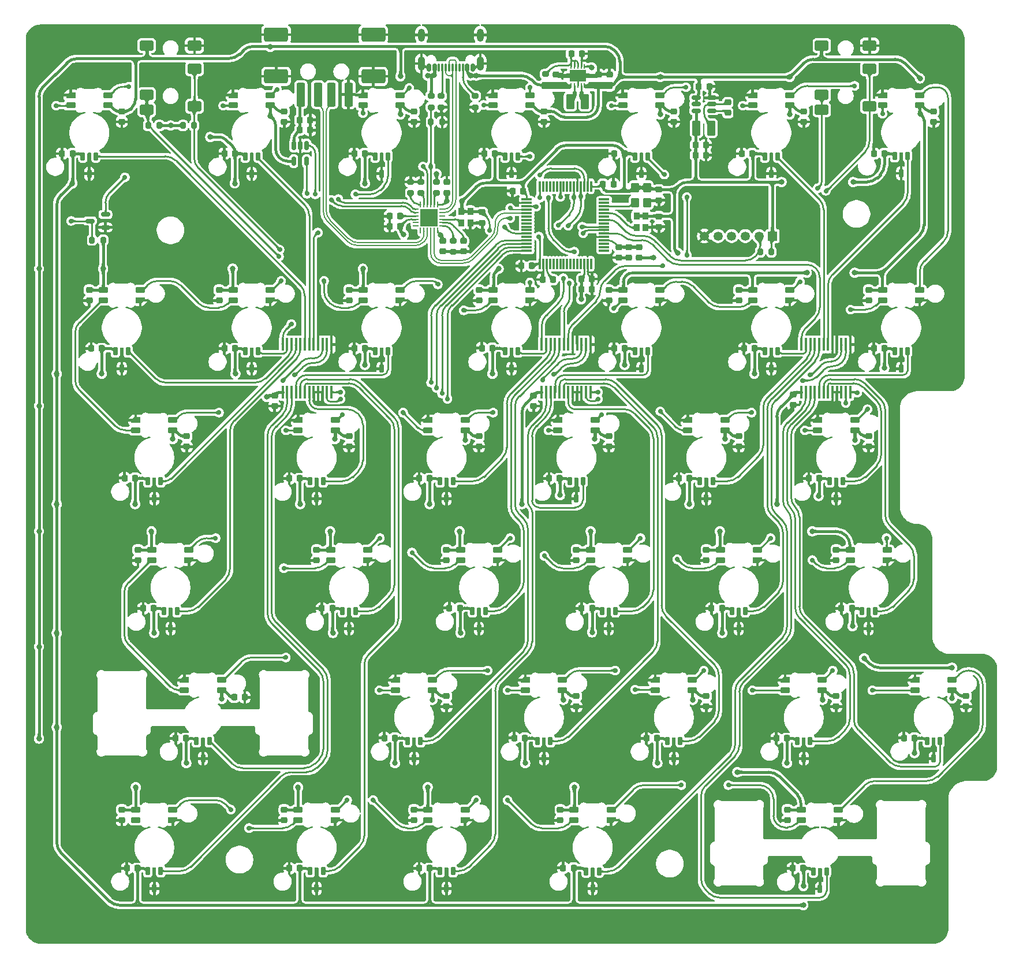
<source format=gbr>
%TF.GenerationSoftware,KiCad,Pcbnew,9.0.4*%
%TF.CreationDate,2025-09-14T10:53:09-05:00*%
%TF.ProjectId,shek-rounded,7368656b-2d72-46f7-956e-6465642e6b69,rev?*%
%TF.SameCoordinates,Original*%
%TF.FileFunction,Copper,L2,Bot*%
%TF.FilePolarity,Positive*%
%FSLAX46Y46*%
G04 Gerber Fmt 4.6, Leading zero omitted, Abs format (unit mm)*
G04 Created by KiCad (PCBNEW 9.0.4) date 2025-09-14 10:53:09*
%MOMM*%
%LPD*%
G01*
G04 APERTURE LIST*
G04 Aperture macros list*
%AMRoundRect*
0 Rectangle with rounded corners*
0 $1 Rounding radius*
0 $2 $3 $4 $5 $6 $7 $8 $9 X,Y pos of 4 corners*
0 Add a 4 corners polygon primitive as box body*
4,1,4,$2,$3,$4,$5,$6,$7,$8,$9,$2,$3,0*
0 Add four circle primitives for the rounded corners*
1,1,$1+$1,$2,$3*
1,1,$1+$1,$4,$5*
1,1,$1+$1,$6,$7*
1,1,$1+$1,$8,$9*
0 Add four rect primitives between the rounded corners*
20,1,$1+$1,$2,$3,$4,$5,0*
20,1,$1+$1,$4,$5,$6,$7,0*
20,1,$1+$1,$6,$7,$8,$9,0*
20,1,$1+$1,$8,$9,$2,$3,0*%
%AMFreePoly0*
4,1,18,-0.410000,0.593000,-0.403758,0.624380,-0.385983,0.650983,-0.359380,0.668758,-0.328000,0.675000,0.328000,0.675000,0.359380,0.668758,0.385983,0.650983,0.403758,0.624380,0.410000,0.593000,0.410000,-0.593000,0.403758,-0.624380,0.385983,-0.650983,0.359380,-0.668758,0.328000,-0.675000,0.000000,-0.675000,-0.410000,-0.265000,-0.410000,0.593000,-0.410000,0.593000,$1*%
%AMFreePoly1*
4,1,21,-0.125000,1.200000,0.125000,1.200000,0.125000,1.700000,0.375000,1.700000,0.375000,1.200000,0.825000,1.200000,0.825000,-1.200000,0.375000,-1.200000,0.375000,-1.700000,0.125000,-1.700000,0.125000,-1.200000,-0.125000,-1.200000,-0.125000,-1.700000,-0.375000,-1.700000,-0.375000,-1.200000,-0.825000,-1.200000,-0.825000,1.200000,-0.375000,1.200000,-0.375000,1.700000,-0.125000,1.700000,
-0.125000,1.200000,-0.125000,1.200000,$1*%
G04 Aperture macros list end*
%TA.AperFunction,SMDPad,CuDef*%
%ADD10RoundRect,0.250000X-0.375000X-1.500000X0.375000X-1.500000X0.375000X1.500000X-0.375000X1.500000X0*%
%TD*%
%TA.AperFunction,SMDPad,CuDef*%
%ADD11RoundRect,0.250000X-1.500000X-0.750000X1.500000X-0.750000X1.500000X0.750000X-1.500000X0.750000X0*%
%TD*%
%TA.AperFunction,SMDPad,CuDef*%
%ADD12RoundRect,0.250000X-0.750000X-0.500000X0.750000X-0.500000X0.750000X0.500000X-0.750000X0.500000X0*%
%TD*%
%TA.AperFunction,SMDPad,CuDef*%
%ADD13RoundRect,0.150000X-0.150000X-0.420000X0.150000X-0.420000X0.150000X0.420000X-0.150000X0.420000X0*%
%TD*%
%TA.AperFunction,SMDPad,CuDef*%
%ADD14RoundRect,0.075000X-0.075000X-0.495000X0.075000X-0.495000X0.075000X0.495000X-0.075000X0.495000X0*%
%TD*%
%TA.AperFunction,ComponentPad*%
%ADD15O,1.050000X2.100000*%
%TD*%
%TA.AperFunction,ComponentPad*%
%ADD16O,1.000000X1.900000*%
%TD*%
%TA.AperFunction,SMDPad,CuDef*%
%ADD17RoundRect,0.162500X0.162500X-0.447500X0.162500X0.447500X-0.162500X0.447500X-0.162500X-0.447500X0*%
%TD*%
%TA.AperFunction,SMDPad,CuDef*%
%ADD18RoundRect,0.150000X-0.512500X-0.150000X0.512500X-0.150000X0.512500X0.150000X-0.512500X0.150000X0*%
%TD*%
%TA.AperFunction,SMDPad,CuDef*%
%ADD19RoundRect,0.200000X0.275000X-0.200000X0.275000X0.200000X-0.275000X0.200000X-0.275000X-0.200000X0*%
%TD*%
%TA.AperFunction,SMDPad,CuDef*%
%ADD20FreePoly0,90.000000*%
%TD*%
%TA.AperFunction,SMDPad,CuDef*%
%ADD21RoundRect,0.082000X0.593000X-0.328000X0.593000X0.328000X-0.593000X0.328000X-0.593000X-0.328000X0*%
%TD*%
%TA.AperFunction,SMDPad,CuDef*%
%ADD22FreePoly0,270.000000*%
%TD*%
%TA.AperFunction,SMDPad,CuDef*%
%ADD23RoundRect,0.082000X-0.593000X0.328000X-0.593000X-0.328000X0.593000X-0.328000X0.593000X0.328000X0*%
%TD*%
%TA.AperFunction,SMDPad,CuDef*%
%ADD24RoundRect,0.225000X0.250000X-0.225000X0.250000X0.225000X-0.250000X0.225000X-0.250000X-0.225000X0*%
%TD*%
%TA.AperFunction,SMDPad,CuDef*%
%ADD25RoundRect,0.225000X0.225000X0.250000X-0.225000X0.250000X-0.225000X-0.250000X0.225000X-0.250000X0*%
%TD*%
%TA.AperFunction,SMDPad,CuDef*%
%ADD26RoundRect,0.225000X-0.225000X-0.250000X0.225000X-0.250000X0.225000X0.250000X-0.225000X0.250000X0*%
%TD*%
%TA.AperFunction,SMDPad,CuDef*%
%ADD27FreePoly1,90.000000*%
%TD*%
%TA.AperFunction,SMDPad,CuDef*%
%ADD28RoundRect,0.060000X0.060000X-0.240000X0.060000X0.240000X-0.060000X0.240000X-0.060000X-0.240000X0*%
%TD*%
%TA.AperFunction,SMDPad,CuDef*%
%ADD29RoundRect,0.225000X-0.250000X0.225000X-0.250000X-0.225000X0.250000X-0.225000X0.250000X0.225000X0*%
%TD*%
%TA.AperFunction,SMDPad,CuDef*%
%ADD30RoundRect,0.200000X-0.275000X0.200000X-0.275000X-0.200000X0.275000X-0.200000X0.275000X0.200000X0*%
%TD*%
%TA.AperFunction,HeatsinkPad*%
%ADD31R,2.500000X2.500000*%
%TD*%
%TA.AperFunction,SMDPad,CuDef*%
%ADD32RoundRect,0.062500X0.375000X-0.062500X0.375000X0.062500X-0.375000X0.062500X-0.375000X-0.062500X0*%
%TD*%
%TA.AperFunction,SMDPad,CuDef*%
%ADD33RoundRect,0.062500X0.062500X-0.375000X0.062500X0.375000X-0.062500X0.375000X-0.062500X-0.375000X0*%
%TD*%
%TA.AperFunction,SMDPad,CuDef*%
%ADD34RoundRect,0.250000X-0.350000X0.450000X-0.350000X-0.450000X0.350000X-0.450000X0.350000X0.450000X0*%
%TD*%
%TA.AperFunction,SMDPad,CuDef*%
%ADD35RoundRect,0.200000X-0.200000X-0.275000X0.200000X-0.275000X0.200000X0.275000X-0.200000X0.275000X0*%
%TD*%
%TA.AperFunction,SMDPad,CuDef*%
%ADD36RoundRect,0.150000X0.512500X0.150000X-0.512500X0.150000X-0.512500X-0.150000X0.512500X-0.150000X0*%
%TD*%
%TA.AperFunction,SMDPad,CuDef*%
%ADD37RoundRect,0.225000X-0.225000X0.325000X-0.225000X-0.325000X0.225000X-0.325000X0.225000X0.325000X0*%
%TD*%
%TA.AperFunction,SMDPad,CuDef*%
%ADD38RoundRect,0.250000X0.375000X0.850000X-0.375000X0.850000X-0.375000X-0.850000X0.375000X-0.850000X0*%
%TD*%
%TA.AperFunction,SMDPad,CuDef*%
%ADD39RoundRect,0.218750X-0.256250X0.218750X-0.256250X-0.218750X0.256250X-0.218750X0.256250X0.218750X0*%
%TD*%
%TA.AperFunction,SMDPad,CuDef*%
%ADD40RoundRect,0.150000X-0.150000X0.512500X-0.150000X-0.512500X0.150000X-0.512500X0.150000X0.512500X0*%
%TD*%
%TA.AperFunction,SMDPad,CuDef*%
%ADD41RoundRect,0.100000X-0.100000X0.850000X-0.100000X-0.850000X0.100000X-0.850000X0.100000X0.850000X0*%
%TD*%
%TA.AperFunction,SMDPad,CuDef*%
%ADD42RoundRect,0.075000X0.075000X0.700000X-0.075000X0.700000X-0.075000X-0.700000X0.075000X-0.700000X0*%
%TD*%
%TA.AperFunction,SMDPad,CuDef*%
%ADD43RoundRect,0.075000X0.700000X0.075000X-0.700000X0.075000X-0.700000X-0.075000X0.700000X-0.075000X0*%
%TD*%
%TA.AperFunction,SMDPad,CuDef*%
%ADD44RoundRect,0.200000X0.200000X0.275000X-0.200000X0.275000X-0.200000X-0.275000X0.200000X-0.275000X0*%
%TD*%
%TA.AperFunction,ComponentPad*%
%ADD45C,1.350000*%
%TD*%
%TA.AperFunction,ComponentPad*%
%ADD46R,1.350000X1.350000*%
%TD*%
%TA.AperFunction,ViaPad*%
%ADD47C,0.800000*%
%TD*%
%TA.AperFunction,ViaPad*%
%ADD48C,0.700000*%
%TD*%
%TA.AperFunction,Conductor*%
%ADD49C,0.250000*%
%TD*%
%TA.AperFunction,Conductor*%
%ADD50C,0.600000*%
%TD*%
%TA.AperFunction,Conductor*%
%ADD51C,0.400000*%
%TD*%
%TA.AperFunction,Conductor*%
%ADD52C,0.200000*%
%TD*%
G04 APERTURE END LIST*
D10*
%TO.P,J2,1,VBUS*%
%TO.N,/VBUS2*%
X326300000Y-61080000D03*
%TO.P,J2,2,D-*%
%TO.N,DN2_D-*%
X328800000Y-61080000D03*
%TO.P,J2,3,D+*%
%TO.N,DN2_D+*%
X330800000Y-61080000D03*
%TO.P,J2,4,GND*%
%TO.N,GND*%
X333300000Y-61080000D03*
D11*
%TO.P,J2,S1*%
X322675000Y-58400000D03*
%TO.P,J2,S2*%
X336925000Y-58400000D03*
%TO.P,J2,S3*%
X322675000Y-52300000D03*
%TO.P,J2,S4*%
X336925000Y-52300000D03*
%TD*%
D12*
%TO.P,J5,1*%
%TO.N,GND*%
X409700000Y-53900000D03*
%TO.P,J5,2*%
%TO.N,5V*%
X402700000Y-53900000D03*
%TO.P,J5,3*%
%TO.N,SDA*%
X409700000Y-57300000D03*
%TO.P,J5,4*%
%TO.N,SCL*%
X402700000Y-61100000D03*
%TO.P,J5,5*%
X402700000Y-63300000D03*
%TO.P,J5,6*%
%TO.N,SDA*%
X409700000Y-62800000D03*
%TD*%
%TO.P,J3,1*%
%TO.N,GND*%
X310700000Y-53900000D03*
%TO.P,J3,2*%
%TO.N,5V*%
X303700000Y-53900000D03*
%TO.P,J3,3*%
%TO.N,SDA*%
X310700000Y-57300000D03*
%TO.P,J3,4*%
%TO.N,SCL*%
X303700000Y-61100000D03*
%TO.P,J3,5*%
X303700000Y-63300000D03*
%TO.P,J3,6*%
%TO.N,SDA*%
X310700000Y-62800000D03*
%TD*%
D13*
%TO.P,J1,A1_B12,GND*%
%TO.N,GND*%
X345100000Y-57090000D03*
%TO.P,J1,A4_B9,VBUS*%
%TO.N,VBUS*%
X345900000Y-57090000D03*
D14*
%TO.P,J1,A5,CC1_A*%
%TO.N,Net-(J1-CC1_A)*%
X347050000Y-57090000D03*
%TO.P,J1,A6,D+_A*%
%TO.N,UP_D+*%
X348050000Y-57090000D03*
%TO.P,J1,A7,D-_A*%
%TO.N,UP_D-*%
X348550000Y-57090000D03*
%TO.P,J1,A8,SBU1*%
%TO.N,unconnected-(J1-SBU1-PadA8)*%
X349550000Y-57090000D03*
D13*
%TO.P,J1,B1_A12,GND__1*%
%TO.N,GND*%
X351500000Y-57090000D03*
%TO.P,J1,B4_A9,VBUS__1*%
%TO.N,VBUS*%
X350700000Y-57090000D03*
D14*
%TO.P,J1,B5,CC1_B*%
%TO.N,Net-(J1-CC1_B)*%
X350050000Y-57090000D03*
%TO.P,J1,B6,D+_B*%
%TO.N,UP_D+*%
X349050000Y-57090000D03*
%TO.P,J1,B7,D-_B*%
%TO.N,UP_D-*%
X347550000Y-57090000D03*
%TO.P,J1,B8,SBU2*%
%TO.N,unconnected-(J1-SBU2-PadB8)*%
X346550000Y-57090000D03*
D15*
%TO.P,J1,SH1,SHIELD*%
%TO.N,GND*%
X343980000Y-56520000D03*
%TO.P,J1,SH2,SHIELD__1*%
X352620000Y-56520000D03*
D16*
%TO.P,J1,SH3,SHIELD__2*%
X343980000Y-52340000D03*
%TO.P,J1,SH4,SHIELD__3*%
X352620000Y-52340000D03*
%TD*%
D17*
%TO.P,U10,3,GND*%
%TO.N,GND*%
X376237500Y-72685000D03*
%TO.P,U10,2,OUT*%
%TO.N,MUX1_A2*%
X377187500Y-70125000D03*
%TO.P,U10,1,VCC*%
%TO.N,3V3*%
X375287500Y-70125000D03*
%TD*%
%TO.P,U7,3,GND*%
%TO.N,GND*%
X319087500Y-72685000D03*
%TO.P,U7,2,OUT*%
%TO.N,MUX2_A2*%
X320037500Y-70125000D03*
%TO.P,U7,1,VCC*%
%TO.N,3V3*%
X318137500Y-70125000D03*
%TD*%
%TO.P,U32,3,GND*%
%TO.N,GND*%
X311943750Y-158410000D03*
%TO.P,U32,2,OUT*%
%TO.N,MUX2_A8*%
X312893750Y-155850000D03*
%TO.P,U32,1,VCC*%
%TO.N,3V3*%
X310993750Y-155850000D03*
%TD*%
%TO.P,U8,3,GND*%
%TO.N,GND*%
X338137500Y-72685000D03*
%TO.P,U8,2,OUT*%
%TO.N,MUX2_A1*%
X339087500Y-70125000D03*
%TO.P,U8,1,VCC*%
%TO.N,3V3*%
X337187500Y-70125000D03*
%TD*%
%TO.P,U28,3,GND*%
%TO.N,GND*%
X352425000Y-139360000D03*
%TO.P,U28,2,OUT*%
%TO.N,MUX1_A5*%
X353375000Y-136800000D03*
%TO.P,U28,1,VCC*%
%TO.N,3V3*%
X351475000Y-136800000D03*
%TD*%
%TO.P,U41,3,GND*%
%TO.N,GND*%
X369093750Y-177460000D03*
%TO.P,U41,2,OUT*%
%TO.N,MUX0_A4*%
X370043750Y-174950000D03*
%TO.P,U41,1,VCC*%
%TO.N,3V3*%
X368143750Y-174950000D03*
%TD*%
%TO.P,U34,3,GND*%
%TO.N,GND*%
X361950000Y-158410000D03*
%TO.P,U34,2,OUT*%
%TO.N,MUX1_A12*%
X362900000Y-155850000D03*
%TO.P,U34,1,VCC*%
%TO.N,3V3*%
X361000000Y-155850000D03*
%TD*%
%TO.P,U22,3,GND*%
%TO.N,GND*%
X347662500Y-120310000D03*
%TO.P,U22,2,OUT*%
%TO.N,MUX1_A6*%
X348612500Y-117750000D03*
%TO.P,U22,1,VCC*%
%TO.N,3V3*%
X346712500Y-117750000D03*
%TD*%
%TO.P,U37,3,GND*%
%TO.N,GND*%
X419100000Y-158410000D03*
%TO.P,U37,2,OUT*%
%TO.N,MUX0_A10*%
X420050000Y-155850000D03*
%TO.P,U37,1,VCC*%
%TO.N,3V3*%
X418150000Y-155850000D03*
%TD*%
%TO.P,U30,3,GND*%
%TO.N,GND*%
X390525000Y-139360000D03*
%TO.P,U30,2,OUT*%
%TO.N,MUX0_A5*%
X391475000Y-136800000D03*
%TO.P,U30,1,VCC*%
%TO.N,3V3*%
X389575000Y-136800000D03*
%TD*%
%TO.P,U18,3,GND*%
%TO.N,GND*%
X395287500Y-101260000D03*
%TO.P,U18,2,OUT*%
%TO.N,MUX0_A7*%
X396237500Y-98700000D03*
%TO.P,U18,1,VCC*%
%TO.N,3V3*%
X394337500Y-98700000D03*
%TD*%
%TO.P,U35,3,GND*%
%TO.N,GND*%
X381000000Y-158410000D03*
%TO.P,U35,2,OUT*%
%TO.N,MUX1_A11*%
X381950000Y-155850000D03*
%TO.P,U35,1,VCC*%
%TO.N,3V3*%
X380050000Y-155850000D03*
%TD*%
%TO.P,U9,3,GND*%
%TO.N,GND*%
X357187500Y-72685000D03*
%TO.P,U9,2,OUT*%
%TO.N,MUX1_A3*%
X358137500Y-70125000D03*
%TO.P,U9,1,VCC*%
%TO.N,3V3*%
X356237500Y-70125000D03*
%TD*%
%TO.P,U38,3,GND*%
%TO.N,GND*%
X304800000Y-177460000D03*
%TO.P,U38,2,OUT*%
%TO.N,MUX2_A9*%
X305750000Y-174900000D03*
%TO.P,U38,1,VCC*%
%TO.N,3V3*%
X303850000Y-174900000D03*
%TD*%
%TO.P,U12,3,GND*%
%TO.N,GND*%
X414337500Y-72622500D03*
%TO.P,U12,2,OUT*%
%TO.N,MUX0_A2*%
X415287500Y-70062500D03*
%TO.P,U12,1,VCC*%
%TO.N,3V3*%
X413387500Y-70062500D03*
%TD*%
%TO.P,U6,3,GND*%
%TO.N,GND*%
X295275000Y-72685000D03*
%TO.P,U6,2,OUT*%
%TO.N,MUX2_A3*%
X296225000Y-70125000D03*
%TO.P,U6,1,VCC*%
%TO.N,3V3*%
X294325000Y-70125000D03*
%TD*%
%TO.P,U40,3,GND*%
%TO.N,GND*%
X347662500Y-177460000D03*
%TO.P,U40,2,OUT*%
%TO.N,MUX1_A8*%
X348612500Y-174900000D03*
%TO.P,U40,1,VCC*%
%TO.N,3V3*%
X346712500Y-174900000D03*
%TD*%
%TO.P,U29,3,GND*%
%TO.N,GND*%
X371475000Y-139360000D03*
%TO.P,U29,2,OUT*%
%TO.N,MUX1_A13*%
X372425000Y-136800000D03*
%TO.P,U29,1,VCC*%
%TO.N,3V3*%
X370525000Y-136800000D03*
%TD*%
%TO.P,U11,3,GND*%
%TO.N,GND*%
X395287500Y-72685000D03*
%TO.P,U11,2,OUT*%
%TO.N,MUX0_A3*%
X396237500Y-70125000D03*
%TO.P,U11,1,VCC*%
%TO.N,3V3*%
X394337500Y-70125000D03*
%TD*%
%TO.P,U19,3,GND*%
%TO.N,GND*%
X414337500Y-101260000D03*
%TO.P,U19,2,OUT*%
%TO.N,MUX0_A11*%
X415287500Y-98700000D03*
%TO.P,U19,1,VCC*%
%TO.N,3V3*%
X413387500Y-98700000D03*
%TD*%
%TO.P,U31,3,GND*%
%TO.N,GND*%
X409575000Y-139360000D03*
%TO.P,U31,2,OUT*%
%TO.N,MUX0_A12*%
X410525000Y-136800000D03*
%TO.P,U31,1,VCC*%
%TO.N,3V3*%
X408625000Y-136800000D03*
%TD*%
%TO.P,U20,3,GND*%
%TO.N,GND*%
X304800000Y-120310000D03*
%TO.P,U20,2,OUT*%
%TO.N,MUX2_A5*%
X305750000Y-117750000D03*
%TO.P,U20,1,VCC*%
%TO.N,3V3*%
X303850000Y-117750000D03*
%TD*%
%TO.P,U39,3,GND*%
%TO.N,GND*%
X328612500Y-177460000D03*
%TO.P,U39,2,OUT*%
%TO.N,MUX2_A11*%
X329562500Y-174900000D03*
%TO.P,U39,1,VCC*%
%TO.N,3V3*%
X327662500Y-174900000D03*
%TD*%
%TO.P,U33,3,GND*%
%TO.N,GND*%
X342900000Y-158410000D03*
%TO.P,U33,2,OUT*%
%TO.N,MUX1_A4*%
X343850000Y-155850000D03*
%TO.P,U33,1,VCC*%
%TO.N,3V3*%
X341950000Y-155850000D03*
%TD*%
%TO.P,U21,3,GND*%
%TO.N,GND*%
X328612500Y-120310000D03*
%TO.P,U21,2,OUT*%
%TO.N,MUX2_A13*%
X329562500Y-117750000D03*
%TO.P,U21,1,VCC*%
%TO.N,3V3*%
X327662500Y-117750000D03*
%TD*%
%TO.P,U13,3,GND*%
%TO.N,GND*%
X300037500Y-101260000D03*
%TO.P,U13,2,OUT*%
%TO.N,MUX2_A6*%
X300987500Y-98700000D03*
%TO.P,U13,1,VCC*%
%TO.N,3V3*%
X299087500Y-98700000D03*
%TD*%
%TO.P,U23,3,GND*%
%TO.N,GND*%
X366712500Y-120310000D03*
%TO.P,U23,2,OUT*%
%TO.N,MUX1_A9*%
X367662500Y-117750000D03*
%TO.P,U23,1,VCC*%
%TO.N,3V3*%
X365762500Y-117750000D03*
%TD*%
%TO.P,U17,3,GND*%
%TO.N,GND*%
X376237500Y-101260000D03*
%TO.P,U17,2,OUT*%
%TO.N,MUX1_A10*%
X377187500Y-98700000D03*
%TO.P,U17,1,VCC*%
%TO.N,3V3*%
X375287500Y-98700000D03*
%TD*%
%TO.P,U36,3,GND*%
%TO.N,GND*%
X400050000Y-158410000D03*
%TO.P,U36,2,OUT*%
%TO.N,MUX0_A9*%
X401000000Y-155850000D03*
%TO.P,U36,1,VCC*%
%TO.N,3V3*%
X399100000Y-155850000D03*
%TD*%
%TO.P,U14,3,GND*%
%TO.N,GND*%
X319087500Y-101260000D03*
%TO.P,U14,2,OUT*%
%TO.N,MUX2_A7*%
X320037500Y-98700000D03*
%TO.P,U14,1,VCC*%
%TO.N,3V3*%
X318137500Y-98700000D03*
%TD*%
%TO.P,U15,3,GND*%
%TO.N,GND*%
X338137500Y-101260000D03*
%TO.P,U15,2,OUT*%
%TO.N,MUX2_A10*%
X339087500Y-98700000D03*
%TO.P,U15,1,VCC*%
%TO.N,3V3*%
X337187500Y-98700000D03*
%TD*%
%TO.P,U16,3,GND*%
%TO.N,GND*%
X357187500Y-101260000D03*
%TO.P,U16,2,OUT*%
%TO.N,MUX1_A7*%
X358137500Y-98700000D03*
%TO.P,U16,1,VCC*%
%TO.N,3V3*%
X356237500Y-98700000D03*
%TD*%
%TO.P,U42,3,GND*%
%TO.N,GND*%
X402431250Y-177522500D03*
%TO.P,U42,2,OUT*%
%TO.N,MUX0_A8*%
X403381250Y-174962500D03*
%TO.P,U42,1,VCC*%
%TO.N,3V3*%
X401481250Y-174962500D03*
%TD*%
%TO.P,U25,3,GND*%
%TO.N,GND*%
X404812500Y-120310000D03*
%TO.P,U25,2,OUT*%
%TO.N,MUX0_A13*%
X405762500Y-117750000D03*
%TO.P,U25,1,VCC*%
%TO.N,3V3*%
X403862500Y-117750000D03*
%TD*%
%TO.P,U27,3,GND*%
%TO.N,GND*%
X333375000Y-139360000D03*
%TO.P,U27,2,OUT*%
%TO.N,MUX2_A12*%
X334325000Y-136800000D03*
%TO.P,U27,1,VCC*%
%TO.N,3V3*%
X332425000Y-136800000D03*
%TD*%
%TO.P,U24,3,GND*%
%TO.N,GND*%
X385762500Y-120310000D03*
%TO.P,U24,2,OUT*%
%TO.N,MUX0_A6*%
X386712500Y-117750000D03*
%TO.P,U24,1,VCC*%
%TO.N,3V3*%
X384812500Y-117750000D03*
%TD*%
%TO.P,U26,3,GND*%
%TO.N,GND*%
X307181250Y-139360000D03*
%TO.P,U26,2,OUT*%
%TO.N,MUX2_A4*%
X308131250Y-136800000D03*
%TO.P,U26,1,VCC*%
%TO.N,3V3*%
X306231250Y-136800000D03*
%TD*%
D18*
%TO.P,U4,6,BST*%
%TO.N,Net-(U4-BST)*%
X386557500Y-63440000D03*
%TO.P,U4,5,SW*%
%TO.N,Net-(U4-SW)*%
X386557500Y-62490000D03*
%TO.P,U4,4,GND*%
%TO.N,GND*%
X386557500Y-61540000D03*
%TO.P,U4,3,IN*%
%TO.N,5V*%
X384282500Y-61540000D03*
%TO.P,U4,2,EN*%
X384282500Y-62490000D03*
%TO.P,U4,1,FB*%
%TO.N,3V3*%
X384282500Y-63440000D03*
%TD*%
D19*
%TO.P,R8,2*%
%TO.N,GND*%
X342400000Y-73875000D03*
%TO.P,R8,1*%
%TO.N,Net-(U1-SMBDATA\u002ANON_REM1)*%
X342400000Y-75525000D03*
%TD*%
D20*
%TO.P,LED20,4,VSS*%
%TO.N,GND*%
X412300000Y-129337500D03*
D21*
%TO.P,LED20,3,DIN*%
%TO.N,Net-(LED20-DOUT)*%
X412300000Y-127837500D03*
%TO.P,LED20,2,DOUT*%
%TO.N,Net-(LED21-DOUT)*%
X406850000Y-129337500D03*
%TO.P,LED20,1,VDD*%
%TO.N,5V*%
X406850000Y-127837500D03*
%TD*%
D22*
%TO.P,LED4,4,VSS*%
%TO.N,GND*%
X335412500Y-61162500D03*
D23*
%TO.P,LED4,3,DIN*%
%TO.N,Net-(LED2-DOUT)*%
X335412500Y-62662500D03*
%TO.P,LED4,2,DOUT*%
%TO.N,Net-(LED3-DOUT)*%
X340862500Y-61162500D03*
%TO.P,LED4,1,VDD*%
%TO.N,5V*%
X340862500Y-62662500D03*
%TD*%
D22*
%TO.P,LED17,4,VSS*%
%TO.N,GND*%
X344937500Y-108787500D03*
D23*
%TO.P,LED17,3,DIN*%
%TO.N,Net-(LED16-DOUT)*%
X344937500Y-110287500D03*
%TO.P,LED17,2,DOUT*%
%TO.N,Net-(LED17-DOUT)*%
X350387500Y-108787500D03*
%TO.P,LED17,1,VDD*%
%TO.N,5V*%
X350387500Y-110287500D03*
%TD*%
D24*
%TO.P,C72,2*%
%TO.N,5V*%
X366712808Y-127812608D03*
%TO.P,C72,1*%
%TO.N,GND*%
X366712808Y-129362608D03*
%TD*%
%TO.P,C11,2*%
%TO.N,GND*%
X369953362Y-58124116D03*
%TO.P,C11,1*%
%TO.N,5V*%
X369953362Y-59674116D03*
%TD*%
D25*
%TO.P,C100,2*%
%TO.N,GND*%
X398418750Y-174500000D03*
%TO.P,C100,1*%
%TO.N,3V3*%
X399968750Y-174500000D03*
%TD*%
D24*
%TO.P,C30,2*%
%TO.N,5V*%
X361950000Y-63518750D03*
%TO.P,C30,1*%
%TO.N,GND*%
X361950000Y-65068750D03*
%TD*%
D20*
%TO.P,LED36,4,VSS*%
%TO.N,GND*%
X307525000Y-167437500D03*
D21*
%TO.P,LED36,3,DIN*%
%TO.N,Net-(LED36-DOUT)*%
X307525000Y-165937500D03*
%TO.P,LED36,2,DOUT*%
%TO.N,unconnected-(LED37-DOUT-Pad2)*%
X302075000Y-167437500D03*
%TO.P,LED36,1,VDD*%
%TO.N,5V*%
X302075000Y-165937500D03*
%TD*%
D24*
%TO.P,C59,2*%
%TO.N,5V*%
X390525000Y-111143750D03*
%TO.P,C59,1*%
%TO.N,GND*%
X390525000Y-112693750D03*
%TD*%
D26*
%TO.P,C21,2*%
%TO.N,GND*%
X369000000Y-89600000D03*
%TO.P,C21,1*%
%TO.N,3V3*%
X367450000Y-89600000D03*
%TD*%
D20*
%TO.P,LED35,4,VSS*%
%TO.N,GND*%
X331337500Y-167437500D03*
D21*
%TO.P,LED35,3,DIN*%
%TO.N,Net-(LED35-DOUT)*%
X331337500Y-165937500D03*
%TO.P,LED35,2,DOUT*%
%TO.N,Net-(LED36-DOUT)*%
X325887500Y-167437500D03*
%TO.P,LED35,1,VDD*%
%TO.N,5V*%
X325887500Y-165937500D03*
%TD*%
D27*
%TO.P,U3,11,PGND*%
%TO.N,GND*%
X366900000Y-58325000D03*
D28*
%TO.P,U3,10,FB*%
%TO.N,5V*%
X367900000Y-56925000D03*
%TO.P,U3,9,GND*%
%TO.N,GND*%
X367400000Y-56925000D03*
%TO.P,U3,8,VINA*%
%TO.N,Net-(U3-EN)*%
X366900000Y-56925000D03*
%TO.P,U3,7,PS/SYNC*%
X366400000Y-56925000D03*
%TO.P,U3,6,EN*%
X365900000Y-56925000D03*
%TO.P,U3,5,VIN*%
%TO.N,VBUS*%
X365900000Y-59725000D03*
%TO.P,U3,4,L1*%
%TO.N,Net-(U3-L1)*%
X366400000Y-59725000D03*
%TO.P,U3,3,PGND*%
%TO.N,GND*%
X366900000Y-59725000D03*
%TO.P,U3,2,L2*%
%TO.N,Net-(U3-L2)*%
X367400000Y-59725000D03*
%TO.P,U3,1,VOUT*%
%TO.N,5V*%
X367900000Y-59725000D03*
%TD*%
D25*
%TO.P,C93,2*%
%TO.N,GND*%
X307931250Y-155450000D03*
%TO.P,C93,1*%
%TO.N,3V3*%
X309481250Y-155450000D03*
%TD*%
D24*
%TO.P,C47,2*%
%TO.N,5V*%
X295275000Y-89712500D03*
%TO.P,C47,1*%
%TO.N,GND*%
X295275000Y-91262500D03*
%TD*%
%TO.P,C45,2*%
%TO.N,5V*%
X333375000Y-89712500D03*
%TO.P,C45,1*%
%TO.N,GND*%
X333375000Y-91262500D03*
%TD*%
%TO.P,C1,2*%
%TO.N,3V3*%
X352900000Y-78325000D03*
%TO.P,C1,1*%
%TO.N,GND*%
X352900000Y-79875000D03*
%TD*%
D25*
%TO.P,C49,2*%
%TO.N,GND*%
X410325000Y-98300000D03*
%TO.P,C49,1*%
%TO.N,3V3*%
X411875000Y-98300000D03*
%TD*%
%TO.P,C90,2*%
%TO.N,GND*%
X338553410Y-155376693D03*
%TO.P,C90,1*%
%TO.N,3V3*%
X340103410Y-155376693D03*
%TD*%
D29*
%TO.P,C56,2*%
%TO.N,GND*%
X360437496Y-106737504D03*
%TO.P,C56,1*%
%TO.N,3V3*%
X360437496Y-105187504D03*
%TD*%
D25*
%TO.P,C92,2*%
%TO.N,GND*%
X376987500Y-155450000D03*
%TO.P,C92,1*%
%TO.N,3V3*%
X378537500Y-155450000D03*
%TD*%
D20*
%TO.P,LED22,4,VSS*%
%TO.N,GND*%
X374200000Y-129337500D03*
D21*
%TO.P,LED22,3,DIN*%
%TO.N,Net-(LED22-DOUT)*%
X374200000Y-127837500D03*
%TO.P,LED22,2,DOUT*%
%TO.N,Net-(LED23-DOUT)*%
X368750000Y-129337500D03*
%TO.P,LED22,1,VDD*%
%TO.N,5V*%
X368750000Y-127837500D03*
%TD*%
D24*
%TO.P,C95,2*%
%TO.N,5V*%
X364331250Y-165912500D03*
%TO.P,C95,1*%
%TO.N,GND*%
X364331250Y-167462500D03*
%TD*%
%TO.P,C43,2*%
%TO.N,5V*%
X371475000Y-89712500D03*
%TO.P,C43,1*%
%TO.N,GND*%
X371475000Y-91262500D03*
%TD*%
D20*
%TO.P,LED9,4,VSS*%
%TO.N,GND*%
X378962500Y-91237500D03*
D21*
%TO.P,LED9,3,DIN*%
%TO.N,Net-(LED10-DIN)*%
X378962500Y-89737500D03*
%TO.P,LED9,2,DOUT*%
%TO.N,Net-(LED10-DOUT)*%
X373512500Y-91237500D03*
%TO.P,LED9,1,VDD*%
%TO.N,5V*%
X373512500Y-89737500D03*
%TD*%
D25*
%TO.P,C65,2*%
%TO.N,GND*%
X400800000Y-117350000D03*
%TO.P,C65,1*%
%TO.N,3V3*%
X402350000Y-117350000D03*
%TD*%
D20*
%TO.P,LED10,4,VSS*%
%TO.N,GND*%
X359912500Y-91237500D03*
D21*
%TO.P,LED10,3,DIN*%
%TO.N,Net-(LED10-DOUT)*%
X359912500Y-89737500D03*
%TO.P,LED10,2,DOUT*%
%TO.N,Net-(LED11-DOUT)*%
X354462500Y-91237500D03*
%TO.P,LED10,1,VDD*%
%TO.N,5V*%
X354462500Y-89737500D03*
%TD*%
D29*
%TO.P,C55,2*%
%TO.N,GND*%
X398500000Y-106575000D03*
%TO.P,C55,1*%
%TO.N,3V3*%
X398500000Y-105025000D03*
%TD*%
D25*
%TO.P,C77,2*%
%TO.N,GND*%
X405562500Y-136400000D03*
%TO.P,C77,1*%
%TO.N,3V3*%
X407112500Y-136400000D03*
%TD*%
D20*
%TO.P,LED23,4,VSS*%
%TO.N,GND*%
X355150000Y-129337500D03*
D21*
%TO.P,LED23,3,DIN*%
%TO.N,Net-(LED23-DOUT)*%
X355150000Y-127837500D03*
%TO.P,LED23,2,DOUT*%
%TO.N,Net-(LED24-DOUT)*%
X349700000Y-129337500D03*
%TO.P,LED23,1,VDD*%
%TO.N,5V*%
X349700000Y-127837500D03*
%TD*%
D25*
%TO.P,C88,2*%
%TO.N,GND*%
X414753442Y-155376693D03*
%TO.P,C88,1*%
%TO.N,3V3*%
X416303442Y-155376693D03*
%TD*%
D22*
%TO.P,LED16,4,VSS*%
%TO.N,GND*%
X363987500Y-108787500D03*
D23*
%TO.P,LED16,3,DIN*%
%TO.N,Net-(LED17-DOUT)*%
X363987500Y-110287500D03*
%TO.P,LED16,2,DOUT*%
%TO.N,Net-(LED18-DOUT)*%
X369437500Y-108787500D03*
%TO.P,LED16,1,VDD*%
%TO.N,5V*%
X369437500Y-110287500D03*
%TD*%
D25*
%TO.P,C38,2*%
%TO.N,GND*%
X334125000Y-69725000D03*
%TO.P,C38,1*%
%TO.N,3V3*%
X335675000Y-69725000D03*
%TD*%
D30*
%TO.P,R9,2*%
%TO.N,VBUS*%
X362153362Y-59724116D03*
%TO.P,R9,1*%
%TO.N,Net-(U3-EN)*%
X362153362Y-58074116D03*
%TD*%
D24*
%TO.P,C27,2*%
%TO.N,5V*%
X419100000Y-63518750D03*
%TO.P,C27,1*%
%TO.N,GND*%
X419100000Y-65068750D03*
%TD*%
%TO.P,C86,2*%
%TO.N,5V*%
X366712808Y-149243876D03*
%TO.P,C86,1*%
%TO.N,GND*%
X366712808Y-150793876D03*
%TD*%
D25*
%TO.P,C34,2*%
%TO.N,GND*%
X410325000Y-69725000D03*
%TO.P,C34,1*%
%TO.N,3V3*%
X411875000Y-69725000D03*
%TD*%
D29*
%TO.P,C22,2*%
%TO.N,GND*%
X372900000Y-84975000D03*
%TO.P,C22,1*%
%TO.N,/VDDA*%
X372900000Y-83425000D03*
%TD*%
D22*
%TO.P,LED31,4,VSS*%
%TO.N,GND*%
X309218750Y-146887500D03*
D23*
%TO.P,LED31,3,DIN*%
%TO.N,Net-(LED26-DOUT)*%
X309218750Y-148387500D03*
%TO.P,LED31,2,DOUT*%
%TO.N,Net-(LED27-DOUT)*%
X314668750Y-146887500D03*
%TO.P,LED31,1,VDD*%
%TO.N,5V*%
X314668750Y-148387500D03*
%TD*%
D25*
%TO.P,C91,2*%
%TO.N,GND*%
X396037500Y-155450000D03*
%TO.P,C91,1*%
%TO.N,3V3*%
X397587500Y-155450000D03*
%TD*%
D24*
%TO.P,C9,2*%
%TO.N,GND*%
X363753362Y-58124116D03*
%TO.P,C9,1*%
%TO.N,VBUS*%
X363753362Y-59674116D03*
%TD*%
D26*
%TO.P,C15,2*%
%TO.N,GND*%
X385715000Y-68460000D03*
%TO.P,C15,1*%
%TO.N,3V3*%
X384165000Y-68460000D03*
%TD*%
D24*
%TO.P,C26,2*%
%TO.N,3V3*%
X378800000Y-75025000D03*
%TO.P,C26,1*%
%TO.N,GND*%
X378800000Y-76575000D03*
%TD*%
D22*
%TO.P,LED5,4,VSS*%
%TO.N,GND*%
X316362500Y-61162500D03*
D23*
%TO.P,LED5,3,DIN*%
%TO.N,Net-(LED1-DOUT)*%
X316362500Y-62662500D03*
%TO.P,LED5,2,DOUT*%
%TO.N,Net-(LED2-DOUT)*%
X321812500Y-61162500D03*
%TO.P,LED5,1,VDD*%
%TO.N,5V*%
X321812500Y-62662500D03*
%TD*%
D30*
%TO.P,R6,2*%
%TO.N,Net-(U1-SUSP_IND\u002ALOCAL_PWR\u002A(NON_REM0))*%
X346200000Y-75525000D03*
%TO.P,R6,1*%
%TO.N,3V3*%
X346200000Y-73875000D03*
%TD*%
D24*
%TO.P,C58,2*%
%TO.N,5V*%
X409575000Y-111143750D03*
%TO.P,C58,1*%
%TO.N,GND*%
X409575000Y-112693750D03*
%TD*%
%TO.P,C31,2*%
%TO.N,5V*%
X342900000Y-63518750D03*
%TO.P,C31,1*%
%TO.N,GND*%
X342900000Y-65068750D03*
%TD*%
D25*
%TO.P,C101,2*%
%TO.N,GND*%
X343650000Y-174500000D03*
%TO.P,C101,1*%
%TO.N,3V3*%
X345200000Y-174500000D03*
%TD*%
D31*
%TO.P,U1,25,EPAD*%
%TO.N,GND*%
X345100000Y-79100000D03*
D32*
%TO.P,U1,24,RBIAS*%
%TO.N,Net-(U1-RBIAS)*%
X347037500Y-80350000D03*
%TO.P,U1,23,PLLFILT*%
%TO.N,Net-(U1-PLLFILT)*%
X347037500Y-79850000D03*
%TO.P,U1,22,XTALIN\u002ACLKIN*%
%TO.N,XTALIN*%
X347037500Y-79350000D03*
%TO.P,U1,21,XTAOUT\u002A(CLKIN_EM)*%
%TO.N,XTAOUT*%
X347037500Y-78850000D03*
%TO.P,U1,20,USBDP_UP*%
%TO.N,UP_D+*%
X347037500Y-78350000D03*
%TO.P,U1,19,USBDM_UP*%
%TO.N,UP_D-*%
X347037500Y-77850000D03*
D33*
%TO.P,U1,18,VDD33*%
%TO.N,3V3*%
X346350000Y-77162500D03*
%TO.P,U1,17,SUSP_IND\u002ALOCAL_PWR\u002A(NON_REM0)*%
%TO.N,Net-(U1-SUSP_IND\u002ALOCAL_PWR\u002A(NON_REM0))*%
X345850000Y-77162500D03*
%TO.P,U1,16,VBUS_DET*%
%TO.N,VBUS_DET*%
X345350000Y-77162500D03*
%TO.P,U1,15,RESET_N*%
%TO.N,3V3*%
X344850000Y-77162500D03*
%TO.P,U1,14,SMBCLK\u002ACFG_SEL0*%
%TO.N,Net-(U1-SMBCLK\u002ACFG_SEL0)*%
X344350000Y-77162500D03*
%TO.P,U1,13,SMBDATA\u002ANON_REM1*%
%TO.N,Net-(U1-SMBDATA\u002ANON_REM1)*%
X343850000Y-77162500D03*
D32*
%TO.P,U1,12,OCS2_N*%
%TO.N,OCS2*%
X343162500Y-77850000D03*
%TO.P,U1,11,PRTPWR2*%
%TO.N,VBUS2_EN*%
X343162500Y-78350000D03*
%TO.P,U1,10,CRFILT*%
%TO.N,Net-(U1-CRFILT)*%
X343162500Y-78850000D03*
%TO.P,U1,9,VDD33*%
%TO.N,3V3*%
X343162500Y-79350000D03*
%TO.P,U1,8,OCS1_N*%
%TO.N,unconnected-(U1-OCS1_N-Pad8)*%
X343162500Y-79850000D03*
%TO.P,U1,7,PRTPWR1\u002A(BC_EM1)*%
%TO.N,unconnected-(U1-PRTPWR1\u002A(BC_EM1)-Pad7)*%
X343162500Y-80350000D03*
D33*
%TO.P,U1,6,NC*%
%TO.N,unconnected-(U1-NC-Pad6)*%
X343850000Y-81037500D03*
%TO.P,U1,5,USBDP_DN2\u002APART_DIS_P2*%
%TO.N,DN2_D+*%
X344350000Y-81037500D03*
%TO.P,U1,4,USBDM_DN2\u002APART_DIS_M2*%
%TO.N,DN2_D-*%
X344850000Y-81037500D03*
%TO.P,U1,3,USBDP_DN1\u002APART_DIS_P1*%
%TO.N,DN1_D+*%
X345350000Y-81037500D03*
%TO.P,U1,2,USBDM_DN1\u002APART_DIS_M1*%
%TO.N,DN1_D-*%
X345850000Y-81037500D03*
%TO.P,U1,1,VDD33*%
%TO.N,3V3*%
X346350000Y-81037500D03*
%TD*%
D25*
%TO.P,C81,2*%
%TO.N,GND*%
X303168750Y-136400000D03*
%TO.P,C81,1*%
%TO.N,3V3*%
X304718750Y-136400000D03*
%TD*%
D24*
%TO.P,C32,2*%
%TO.N,5V*%
X323850000Y-63518750D03*
%TO.P,C32,1*%
%TO.N,GND*%
X323850000Y-65068750D03*
%TD*%
D25*
%TO.P,C54,2*%
%TO.N,GND*%
X295562500Y-98300000D03*
%TO.P,C54,1*%
%TO.N,3V3*%
X297112500Y-98300000D03*
%TD*%
D24*
%TO.P,C96,2*%
%TO.N,5V*%
X342900288Y-165912640D03*
%TO.P,C96,1*%
%TO.N,GND*%
X342900288Y-167462640D03*
%TD*%
D30*
%TO.P,R1,2*%
%TO.N,VBUS_DET*%
X345400000Y-62925000D03*
%TO.P,R1,1*%
%TO.N,VBUS*%
X345400000Y-61275000D03*
%TD*%
D22*
%TO.P,LED1,4,VSS*%
%TO.N,GND*%
X392562500Y-61162500D03*
D23*
%TO.P,LED1,3,DIN*%
%TO.N,Net-(LED5-DOUT)*%
X392562500Y-62662500D03*
%TO.P,LED1,2,DOUT*%
%TO.N,Net-(LED6-DOUT)*%
X398012500Y-61162500D03*
%TO.P,LED1,1,VDD*%
%TO.N,5V*%
X398012500Y-62662500D03*
%TD*%
D25*
%TO.P,C67,2*%
%TO.N,GND*%
X362700000Y-117350000D03*
%TO.P,C67,1*%
%TO.N,3V3*%
X364250000Y-117350000D03*
%TD*%
D20*
%TO.P,LED13,4,VSS*%
%TO.N,GND*%
X302762500Y-91237500D03*
D21*
%TO.P,LED13,3,DIN*%
%TO.N,Net-(LED13-DOUT)*%
X302762500Y-89737500D03*
%TO.P,LED13,2,DOUT*%
%TO.N,Net-(LED14-DOUT)*%
X297312500Y-91237500D03*
%TO.P,LED13,1,VDD*%
%TO.N,5V*%
X297312500Y-89737500D03*
%TD*%
D22*
%TO.P,LED27,4,VSS*%
%TO.N,GND*%
X397325000Y-146887500D03*
D23*
%TO.P,LED27,3,DIN*%
%TO.N,Net-(LED30-DOUT)*%
X397325000Y-148387500D03*
%TO.P,LED27,2,DOUT*%
%TO.N,Net-(LED31-DOUT)*%
X402775000Y-146887500D03*
%TO.P,LED27,1,VDD*%
%TO.N,5V*%
X402775000Y-148387500D03*
%TD*%
D34*
%TO.P,Y3,4,VDD*%
%TO.N,3V3*%
X375350000Y-74700000D03*
%TO.P,Y3,3,OUT*%
%TO.N,OSC32*%
X375350000Y-76900000D03*
%TO.P,Y3,2,GND*%
%TO.N,GND*%
X377050000Y-76900000D03*
%TO.P,Y3,1,Tri-State*%
%TO.N,3V3*%
X377050000Y-74700000D03*
%TD*%
D25*
%TO.P,C89,2*%
%TO.N,GND*%
X357603426Y-155376693D03*
%TO.P,C89,1*%
%TO.N,3V3*%
X359153426Y-155376693D03*
%TD*%
D35*
%TO.P,R10,2*%
%TO.N,3V3*%
X395310000Y-84120000D03*
%TO.P,R10,1*%
%TO.N,NRST*%
X393660000Y-84120000D03*
%TD*%
D24*
%TO.P,C10,2*%
%TO.N,GND*%
X371553362Y-58124116D03*
%TO.P,C10,1*%
%TO.N,5V*%
X371553362Y-59674116D03*
%TD*%
D36*
%TO.P,Q1,3,D*%
%TO.N,LED_D*%
X295362500Y-79600000D03*
%TO.P,Q1,2,S*%
%TO.N,GND*%
X297637500Y-80550000D03*
%TO.P,Q1,1,G*%
%TO.N,Net-(Q1-G)*%
X297637500Y-78650000D03*
%TD*%
D24*
%TO.P,C28,2*%
%TO.N,5V*%
X400050000Y-63518750D03*
%TO.P,C28,1*%
%TO.N,GND*%
X400050000Y-65068750D03*
%TD*%
D37*
%TO.P,Y2,4,Vcc*%
%TO.N,3V3*%
X375550000Y-78850000D03*
%TO.P,Y2,3,OUT*%
%TO.N,PH0*%
X375550000Y-80550000D03*
%TO.P,Y2,2,GND*%
%TO.N,GND*%
X376850000Y-80550000D03*
%TO.P,Y2,1,~{ST}*%
%TO.N,3V3*%
X376850000Y-78850000D03*
%TD*%
D38*
%TO.P,L1,2,2*%
%TO.N,Net-(U3-L1)*%
X365825000Y-62100000D03*
%TO.P,L1,1,1*%
%TO.N,Net-(U3-L2)*%
X367975000Y-62100000D03*
%TD*%
D24*
%TO.P,C74,2*%
%TO.N,5V*%
X328612776Y-127812608D03*
%TO.P,C74,1*%
%TO.N,GND*%
X328612776Y-129362608D03*
%TD*%
D30*
%TO.P,R5,2*%
%TO.N,GND*%
X348650000Y-84135000D03*
%TO.P,R5,1*%
%TO.N,Net-(U1-RBIAS)*%
X348650000Y-82485000D03*
%TD*%
D20*
%TO.P,LED7,4,VSS*%
%TO.N,GND*%
X417062500Y-91237500D03*
D21*
%TO.P,LED7,3,DIN*%
%TO.N,Net-(LED7-DOUT)*%
X417062500Y-89737500D03*
%TO.P,LED7,2,DOUT*%
%TO.N,Net-(LED8-DOUT)*%
X411612500Y-91237500D03*
%TO.P,LED7,1,VDD*%
%TO.N,5V*%
X411612500Y-89737500D03*
%TD*%
D25*
%TO.P,C68,2*%
%TO.N,GND*%
X343650000Y-117350000D03*
%TO.P,C68,1*%
%TO.N,3V3*%
X345200000Y-117350000D03*
%TD*%
D20*
%TO.P,LED25,4,VSS*%
%TO.N,GND*%
X309906250Y-129337500D03*
D21*
%TO.P,LED25,3,DIN*%
%TO.N,Net-(LED25-DOUT)*%
X309906250Y-127837500D03*
%TO.P,LED25,2,DOUT*%
%TO.N,Net-(LED26-DOUT)*%
X304456250Y-129337500D03*
%TO.P,LED25,1,VDD*%
%TO.N,5V*%
X304456250Y-127837500D03*
%TD*%
D20*
%TO.P,LED34,4,VSS*%
%TO.N,GND*%
X350387500Y-167437500D03*
D21*
%TO.P,LED34,3,DIN*%
%TO.N,Net-(LED34-DOUT)*%
X350387500Y-165937500D03*
%TO.P,LED34,2,DOUT*%
%TO.N,Net-(LED35-DOUT)*%
X344937500Y-167437500D03*
%TO.P,LED34,1,VDD*%
%TO.N,5V*%
X344937500Y-165937500D03*
%TD*%
D20*
%TO.P,LED11,4,VSS*%
%TO.N,GND*%
X340862500Y-91237500D03*
D21*
%TO.P,LED11,3,DIN*%
%TO.N,Net-(LED11-DOUT)*%
X340862500Y-89737500D03*
%TO.P,LED11,2,DOUT*%
%TO.N,Net-(LED12-DOUT)*%
X335412500Y-91237500D03*
%TO.P,LED11,1,VDD*%
%TO.N,5V*%
X335412500Y-89737500D03*
%TD*%
D30*
%TO.P,R4,2*%
%TO.N,GND*%
X351900000Y-62925000D03*
%TO.P,R4,1*%
%TO.N,Net-(J1-CC1_B)*%
X351900000Y-61275000D03*
%TD*%
D35*
%TO.P,R12,2*%
%TO.N,3V3*%
X305550000Y-65600000D03*
%TO.P,R12,1*%
%TO.N,SCL*%
X303900000Y-65600000D03*
%TD*%
D25*
%TO.P,C102,2*%
%TO.N,GND*%
X324600000Y-174500000D03*
%TO.P,C102,1*%
%TO.N,3V3*%
X326150000Y-174500000D03*
%TD*%
D22*
%TO.P,LED29,4,VSS*%
%TO.N,GND*%
X359225000Y-146887500D03*
D23*
%TO.P,LED29,3,DIN*%
%TO.N,Net-(LED28-DOUT)*%
X359225000Y-148387500D03*
%TO.P,LED29,2,DOUT*%
%TO.N,Net-(LED29-DOUT)*%
X364675000Y-146887500D03*
%TO.P,LED29,1,VDD*%
%TO.N,5V*%
X364675000Y-148387500D03*
%TD*%
D22*
%TO.P,LED15,4,VSS*%
%TO.N,GND*%
X383037500Y-108787500D03*
D23*
%TO.P,LED15,3,DIN*%
%TO.N,Net-(LED18-DOUT)*%
X383037500Y-110287500D03*
%TO.P,LED15,2,DOUT*%
%TO.N,Net-(LED19-DOUT)*%
X388487500Y-108787500D03*
%TO.P,LED15,1,VDD*%
%TO.N,5V*%
X388487500Y-110287500D03*
%TD*%
D20*
%TO.P,LED33,4,VSS*%
%TO.N,GND*%
X371818750Y-167437500D03*
D21*
%TO.P,LED33,3,DIN*%
%TO.N,Net-(LED33-DOUT)*%
X371818750Y-165937500D03*
%TO.P,LED33,2,DOUT*%
%TO.N,Net-(LED34-DOUT)*%
X366368750Y-167437500D03*
%TO.P,LED33,1,VDD*%
%TO.N,5V*%
X366368750Y-165937500D03*
%TD*%
D25*
%TO.P,C5,2*%
%TO.N,GND*%
X339325000Y-80400000D03*
%TO.P,C5,1*%
%TO.N,3V3*%
X340875000Y-80400000D03*
%TD*%
%TO.P,C64,2*%
%TO.N,GND*%
X300453374Y-117276661D03*
%TO.P,C64,1*%
%TO.N,3V3*%
X302003374Y-117276661D03*
%TD*%
D22*
%TO.P,LED2,4,VSS*%
%TO.N,GND*%
X373512500Y-61162500D03*
D23*
%TO.P,LED2,3,DIN*%
%TO.N,Net-(LED4-DOUT)*%
X373512500Y-62662500D03*
%TO.P,LED2,2,DOUT*%
%TO.N,Net-(LED5-DOUT)*%
X378962500Y-61162500D03*
%TO.P,LED2,1,VDD*%
%TO.N,5V*%
X378962500Y-62662500D03*
%TD*%
D37*
%TO.P,Y1,4,Vcc*%
%TO.N,3V3*%
X349850000Y-78200000D03*
%TO.P,Y1,3,OUT*%
%TO.N,XTALIN*%
X349850000Y-79900000D03*
%TO.P,Y1,2,GND*%
%TO.N,GND*%
X351150000Y-79900000D03*
%TO.P,Y1,1,~{ST}*%
%TO.N,3V3*%
X351150000Y-78200000D03*
%TD*%
D25*
%TO.P,C76,2*%
%TO.N,GND*%
X348078418Y-136326677D03*
%TO.P,C76,1*%
%TO.N,3V3*%
X349628418Y-136326677D03*
%TD*%
%TO.P,C51,2*%
%TO.N,GND*%
X372225000Y-98290000D03*
%TO.P,C51,1*%
%TO.N,3V3*%
X373775000Y-98290000D03*
%TD*%
D29*
%TO.P,C3,2*%
%TO.N,GND*%
X350150000Y-84085000D03*
%TO.P,C3,1*%
%TO.N,Net-(U1-PLLFILT)*%
X350150000Y-82535000D03*
%TD*%
D26*
%TO.P,C16,2*%
%TO.N,GND*%
X386195000Y-59890000D03*
%TO.P,C16,1*%
%TO.N,5V*%
X384645000Y-59890000D03*
%TD*%
D20*
%TO.P,LED8,4,VSS*%
%TO.N,GND*%
X398012500Y-91237500D03*
D21*
%TO.P,LED8,3,DIN*%
%TO.N,Net-(LED8-DOUT)*%
X398012500Y-89737500D03*
%TO.P,LED8,2,DOUT*%
%TO.N,Net-(LED10-DIN)*%
X392562500Y-91237500D03*
%TO.P,LED8,1,VDD*%
%TO.N,5V*%
X392562500Y-89737500D03*
%TD*%
D39*
%TO.P,FB1,2*%
%TO.N,3V3*%
X375899999Y-84987500D03*
%TO.P,FB1,1*%
%TO.N,/VDDA*%
X375899999Y-83412500D03*
%TD*%
D40*
%TO.P,U2,5,IN*%
%TO.N,5V*%
X325250000Y-70837500D03*
%TO.P,U2,4,EN*%
%TO.N,VBUS2_EN*%
X327150000Y-70837500D03*
%TO.P,U2,3,~{FLG}*%
%TO.N,OCS2*%
X327150000Y-68562500D03*
%TO.P,U2,2,GND*%
%TO.N,GND*%
X326200000Y-68562500D03*
%TO.P,U2,1,OUT*%
%TO.N,/VBUS2*%
X325250000Y-68562500D03*
%TD*%
D41*
%TO.P,U44,24,VCC*%
%TO.N,3V3*%
X361625000Y-104700000D03*
%TO.P,U44,23,I8*%
%TO.N,MUX1_A8*%
X362275000Y-104700000D03*
%TO.P,U44,22,I9*%
%TO.N,MUX1_A9*%
X362925000Y-104700000D03*
%TO.P,U44,21,I10*%
%TO.N,MUX1_A10*%
X363575000Y-104700000D03*
%TO.P,U44,20,I11*%
%TO.N,MUX1_A11*%
X364225000Y-104700000D03*
%TO.P,U44,19,I12*%
%TO.N,MUX1_A12*%
X364875000Y-104700000D03*
%TO.P,U44,18,I13*%
%TO.N,MUX1_A13*%
X365525000Y-104700000D03*
%TO.P,U44,17,I14*%
%TO.N,GND*%
X366175000Y-104700000D03*
%TO.P,U44,16,I15*%
X366825000Y-104700000D03*
%TO.P,U44,15,~{E}*%
X367475000Y-104700000D03*
%TO.P,U44,14,S2*%
%TO.N,MUX_S2*%
X368125000Y-104700000D03*
%TO.P,U44,13,S3*%
%TO.N,MUX_S3*%
X368775000Y-104700000D03*
%TO.P,U44,12,GND*%
%TO.N,GND*%
X368775000Y-97700000D03*
%TO.P,U44,11,S1*%
%TO.N,MUX_S1*%
X368125000Y-97700000D03*
%TO.P,U44,10,S0*%
%TO.N,MUX_S0*%
X367475000Y-97700000D03*
%TO.P,U44,9,I0*%
%TO.N,GND*%
X366825000Y-97700000D03*
%TO.P,U44,8,I1*%
X366175000Y-97700000D03*
%TO.P,U44,7,I2*%
%TO.N,MUX1_A2*%
X365525000Y-97700000D03*
%TO.P,U44,6,I3*%
%TO.N,MUX1_A3*%
X364875000Y-97700000D03*
%TO.P,U44,5,I4*%
%TO.N,MUX1_A4*%
X364225000Y-97700000D03*
%TO.P,U44,4,I5*%
%TO.N,MUX1_A5*%
X363575000Y-97700000D03*
%TO.P,U44,3,I6*%
%TO.N,MUX1_A6*%
X362925000Y-97700000D03*
%TO.P,U44,2,I7*%
%TO.N,MUX1_A7*%
X362275000Y-97700000D03*
%TO.P,U44,1,COM*%
%TO.N,MUX1_COM*%
X361625000Y-97700000D03*
%TD*%
D19*
%TO.P,R7,2*%
%TO.N,GND*%
X343900000Y-73875000D03*
%TO.P,R7,1*%
%TO.N,Net-(U1-SMBCLK\u002ACFG_SEL0)*%
X343900000Y-75525000D03*
%TD*%
D24*
%TO.P,C4,2*%
%TO.N,GND*%
X347700000Y-73925000D03*
%TO.P,C4,1*%
%TO.N,3V3*%
X347700000Y-75475000D03*
%TD*%
%TO.P,C75,2*%
%TO.N,5V*%
X302419004Y-127812608D03*
%TO.P,C75,1*%
%TO.N,GND*%
X302419004Y-129362608D03*
%TD*%
D20*
%TO.P,LED21,4,VSS*%
%TO.N,GND*%
X393250000Y-129337500D03*
D21*
%TO.P,LED21,3,DIN*%
%TO.N,Net-(LED21-DOUT)*%
X393250000Y-127837500D03*
%TO.P,LED21,2,DOUT*%
%TO.N,Net-(LED22-DOUT)*%
X387800000Y-129337500D03*
%TO.P,LED21,1,VDD*%
%TO.N,5V*%
X387800000Y-127837500D03*
%TD*%
D24*
%TO.P,C42,2*%
%TO.N,5V*%
X390525328Y-89712576D03*
%TO.P,C42,1*%
%TO.N,GND*%
X390525328Y-91262576D03*
%TD*%
D25*
%TO.P,C17,2*%
%TO.N,GND*%
X358625000Y-86200000D03*
%TO.P,C17,1*%
%TO.N,3V3*%
X360175000Y-86200000D03*
%TD*%
D29*
%TO.P,C2,2*%
%TO.N,GND*%
X347150000Y-84085000D03*
%TO.P,C2,1*%
%TO.N,3V3*%
X347150000Y-82535000D03*
%TD*%
%TO.P,C13,2*%
%TO.N,Net-(U4-BST)*%
X388920000Y-63765000D03*
%TO.P,C13,1*%
%TO.N,Net-(U4-SW)*%
X388920000Y-62215000D03*
%TD*%
D42*
%TO.P,U5,64,VDD*%
%TO.N,3V3*%
X368850000Y-74525000D03*
%TO.P,U5,63,VSS*%
%TO.N,GND*%
X368350000Y-74525000D03*
%TO.P,U5,62,PB9*%
%TO.N,Net-(Q1-G)*%
X367850000Y-74525000D03*
%TO.P,U5,61,PB8*%
%TO.N,SCL*%
X367350000Y-74525000D03*
%TO.P,U5,60,BOOT0*%
%TO.N,GND*%
X366850000Y-74525000D03*
%TO.P,U5,59,PB7*%
%TO.N,SDA*%
X366350000Y-74525000D03*
%TO.P,U5,58,PB6*%
%TO.N,unconnected-(U5-PB6-Pad58)*%
X365850000Y-74525000D03*
%TO.P,U5,57,PB5*%
%TO.N,unconnected-(U5-PB5-Pad57)*%
X365350000Y-74525000D03*
%TO.P,U5,56,PB4*%
%TO.N,unconnected-(U5-PB4-Pad56)*%
X364850000Y-74525000D03*
%TO.P,U5,55,PB3*%
%TO.N,SWO*%
X364350000Y-74525000D03*
%TO.P,U5,54,PD2*%
%TO.N,unconnected-(U5-PD2-Pad54)*%
X363850000Y-74525000D03*
%TO.P,U5,53,PC12*%
%TO.N,unconnected-(U5-PC12-Pad53)*%
X363350000Y-74525000D03*
%TO.P,U5,52,PC11*%
%TO.N,unconnected-(U5-PC11-Pad52)*%
X362850000Y-74525000D03*
%TO.P,U5,51,PC10*%
%TO.N,unconnected-(U5-PC10-Pad51)*%
X362350000Y-74525000D03*
%TO.P,U5,50,PA15*%
%TO.N,unconnected-(U5-PA15-Pad50)*%
X361850000Y-74525000D03*
%TO.P,U5,49,PA14*%
%TO.N,SWCLK*%
X361350000Y-74525000D03*
D43*
%TO.P,U5,48,VDD*%
%TO.N,3V3*%
X359425000Y-76450000D03*
%TO.P,U5,47,VSS*%
%TO.N,GND*%
X359425000Y-76950000D03*
%TO.P,U5,46,PA13*%
%TO.N,SWDIO*%
X359425000Y-77450000D03*
%TO.P,U5,45,PA12*%
%TO.N,DN1_D+*%
X359425000Y-77950000D03*
%TO.P,U5,44,PA11*%
%TO.N,DN1_D-*%
X359425000Y-78450000D03*
%TO.P,U5,43,PA10*%
%TO.N,unconnected-(U5-PA10-Pad43)*%
X359425000Y-78950000D03*
%TO.P,U5,42,PA9*%
%TO.N,unconnected-(U5-PA9-Pad42)*%
X359425000Y-79450000D03*
%TO.P,U5,41,PA8*%
%TO.N,unconnected-(U5-PA8-Pad41)*%
X359425000Y-79950000D03*
%TO.P,U5,40,PC9*%
%TO.N,unconnected-(U5-PC9-Pad40)*%
X359425000Y-80450000D03*
%TO.P,U5,39,PC8*%
%TO.N,unconnected-(U5-PC8-Pad39)*%
X359425000Y-80950000D03*
%TO.P,U5,38,PC7*%
%TO.N,VBUS_DET*%
X359425000Y-81450000D03*
%TO.P,U5,37,PC6*%
%TO.N,unconnected-(U5-PC6-Pad37)*%
X359425000Y-81950000D03*
%TO.P,U5,36,PB15*%
%TO.N,MUX_S1*%
X359425000Y-82450000D03*
%TO.P,U5,35,PB14*%
%TO.N,MUX_S0*%
X359425000Y-82950000D03*
%TO.P,U5,34,PB13*%
%TO.N,MUX_S3*%
X359425000Y-83450000D03*
%TO.P,U5,33,PB12*%
%TO.N,MUX_S2*%
X359425000Y-83950000D03*
D42*
%TO.P,U5,32,VDD*%
%TO.N,3V3*%
X361350000Y-85875000D03*
%TO.P,U5,31,VSS*%
%TO.N,GND*%
X361850000Y-85875000D03*
%TO.P,U5,30,VCAP_1*%
%TO.N,Net-(U5-VCAP_1)*%
X362350000Y-85875000D03*
%TO.P,U5,29,PB10*%
%TO.N,unconnected-(U5-PB10-Pad29)*%
X362850000Y-85875000D03*
%TO.P,U5,28,PB2*%
%TO.N,unconnected-(U5-PB2-Pad28)*%
X363350000Y-85875000D03*
%TO.P,U5,27,PB1*%
%TO.N,unconnected-(U5-PB1-Pad27)*%
X363850000Y-85875000D03*
%TO.P,U5,26,PB0*%
%TO.N,unconnected-(U5-PB0-Pad26)*%
X364350000Y-85875000D03*
%TO.P,U5,25,PC5*%
%TO.N,unconnected-(U5-PC5-Pad25)*%
X364850000Y-85875000D03*
%TO.P,U5,24,PC4*%
%TO.N,unconnected-(U5-PC4-Pad24)*%
X365350000Y-85875000D03*
%TO.P,U5,23,PA7*%
%TO.N,unconnected-(U5-PA7-Pad23)*%
X365850000Y-85875000D03*
%TO.P,U5,22,PA6*%
%TO.N,unconnected-(U5-PA6-Pad22)*%
X366350000Y-85875000D03*
%TO.P,U5,21,PA5*%
%TO.N,unconnected-(U5-PA5-Pad21)*%
X366850000Y-85875000D03*
%TO.P,U5,20,PA4*%
%TO.N,unconnected-(U5-PA4-Pad20)*%
X367350000Y-85875000D03*
%TO.P,U5,19,VDD*%
%TO.N,3V3*%
X367850000Y-85875000D03*
%TO.P,U5,18,VSS*%
%TO.N,GND*%
X368350000Y-85875000D03*
%TO.P,U5,17,PA3*%
%TO.N,unconnected-(U5-PA3-Pad17)*%
X368850000Y-85875000D03*
D43*
%TO.P,U5,16,PA2*%
%TO.N,unconnected-(U5-PA2-Pad16)*%
X370775000Y-83950000D03*
%TO.P,U5,15,PA1*%
%TO.N,unconnected-(U5-PA1-Pad15)*%
X370775000Y-83450000D03*
%TO.P,U5,14,PA0*%
%TO.N,unconnected-(U5-PA0-Pad14)*%
X370775000Y-82950000D03*
%TO.P,U5,13,VDDA*%
%TO.N,/VDDA*%
X370775000Y-82450000D03*
%TO.P,U5,12,VSSA*%
%TO.N,GND*%
X370775000Y-81950000D03*
%TO.P,U5,11,PC3*%
%TO.N,MUX0_COM*%
X370775000Y-81450000D03*
%TO.P,U5,10,PC2*%
%TO.N,MUX1_COM*%
X370775000Y-80950000D03*
%TO.P,U5,9,PC1*%
%TO.N,MUX2_COM*%
X370775000Y-80450000D03*
%TO.P,U5,8,PC0*%
%TO.N,unconnected-(U5-PC0-Pad8)*%
X370775000Y-79950000D03*
%TO.P,U5,7,NRST*%
%TO.N,NRST*%
X370775000Y-79450000D03*
%TO.P,U5,6,PH1*%
%TO.N,PH1*%
X370775000Y-78950000D03*
%TO.P,U5,5,PH0*%
%TO.N,PH0*%
X370775000Y-78450000D03*
%TO.P,U5,4,PC15*%
%TO.N,unconnected-(U5-PC15-Pad4)*%
X370775000Y-77950000D03*
%TO.P,U5,3,PC14*%
%TO.N,OSC32*%
X370775000Y-77450000D03*
%TO.P,U5,2,PC13*%
%TO.N,unconnected-(U5-PC13-Pad2)*%
X370775000Y-76950000D03*
%TO.P,U5,1,VBAT*%
%TO.N,unconnected-(U5-VBAT-Pad1)*%
X370775000Y-76450000D03*
%TD*%
D25*
%TO.P,C99,2*%
%TO.N,GND*%
X364747206Y-174426709D03*
%TO.P,C99,1*%
%TO.N,3V3*%
X366297206Y-174426709D03*
%TD*%
%TO.P,C36,2*%
%TO.N,GND*%
X372225000Y-69725000D03*
%TO.P,C36,1*%
%TO.N,3V3*%
X373775000Y-69725000D03*
%TD*%
D24*
%TO.P,C63,2*%
%TO.N,5V*%
X309562760Y-111143844D03*
%TO.P,C63,1*%
%TO.N,GND*%
X309562760Y-112693844D03*
%TD*%
D25*
%TO.P,C103,2*%
%TO.N,GND*%
X300787500Y-174500000D03*
%TO.P,C103,1*%
%TO.N,3V3*%
X302337500Y-174500000D03*
%TD*%
D41*
%TO.P,U43,24,VCC*%
%TO.N,3V3*%
X399725000Y-104700000D03*
%TO.P,U43,23,I8*%
%TO.N,MUX0_A8*%
X400375000Y-104700000D03*
%TO.P,U43,22,I9*%
%TO.N,MUX0_A9*%
X401025000Y-104700000D03*
%TO.P,U43,21,I10*%
%TO.N,MUX0_A10*%
X401675000Y-104700000D03*
%TO.P,U43,20,I11*%
%TO.N,MUX0_A11*%
X402325000Y-104700000D03*
%TO.P,U43,19,I12*%
%TO.N,MUX0_A12*%
X402975000Y-104700000D03*
%TO.P,U43,18,I13*%
%TO.N,MUX0_A13*%
X403625000Y-104700000D03*
%TO.P,U43,17,I14*%
%TO.N,GND*%
X404275000Y-104700000D03*
%TO.P,U43,16,I15*%
X404925000Y-104700000D03*
%TO.P,U43,15,~{E}*%
X405575000Y-104700000D03*
%TO.P,U43,14,S2*%
%TO.N,MUX_S2*%
X406225000Y-104700000D03*
%TO.P,U43,13,S3*%
%TO.N,MUX_S3*%
X406875000Y-104700000D03*
%TO.P,U43,12,GND*%
%TO.N,GND*%
X406875000Y-97700000D03*
%TO.P,U43,11,S1*%
%TO.N,MUX_S1*%
X406225000Y-97700000D03*
%TO.P,U43,10,S0*%
%TO.N,MUX_S0*%
X405575000Y-97700000D03*
%TO.P,U43,9,I0*%
%TO.N,GND*%
X404925000Y-97700000D03*
%TO.P,U43,8,I1*%
X404275000Y-97700000D03*
%TO.P,U43,7,I2*%
%TO.N,MUX0_A2*%
X403625000Y-97700000D03*
%TO.P,U43,6,I3*%
%TO.N,MUX0_A3*%
X402975000Y-97700000D03*
%TO.P,U43,5,I4*%
%TO.N,MUX0_A4*%
X402325000Y-97700000D03*
%TO.P,U43,4,I5*%
%TO.N,MUX0_A5*%
X401675000Y-97700000D03*
%TO.P,U43,3,I6*%
%TO.N,MUX0_A6*%
X401025000Y-97700000D03*
%TO.P,U43,2,I7*%
%TO.N,MUX0_A7*%
X400375000Y-97700000D03*
%TO.P,U43,1,COM*%
%TO.N,MUX0_COM*%
X399725000Y-97700000D03*
%TD*%
D26*
%TO.P,C19,2*%
%TO.N,GND*%
X372150000Y-74200000D03*
%TO.P,C19,1*%
%TO.N,3V3*%
X370600000Y-74200000D03*
%TD*%
D25*
%TO.P,C52,2*%
%TO.N,GND*%
X334125000Y-98300000D03*
%TO.P,C52,1*%
%TO.N,3V3*%
X335675000Y-98300000D03*
%TD*%
D22*
%TO.P,LED26,4,VSS*%
%TO.N,GND*%
X416375000Y-146887500D03*
D23*
%TO.P,LED26,3,DIN*%
%TO.N,Net-(LED31-DOUT)*%
X416375000Y-148387500D03*
%TO.P,LED26,2,DOUT*%
%TO.N,Net-(LED32-DOUT)*%
X421825000Y-146887500D03*
%TO.P,LED26,1,VDD*%
%TO.N,5V*%
X421825000Y-148387500D03*
%TD*%
D25*
%TO.P,C78,2*%
%TO.N,GND*%
X386512500Y-136400000D03*
%TO.P,C78,1*%
%TO.N,3V3*%
X388062500Y-136400000D03*
%TD*%
D22*
%TO.P,LED19,4,VSS*%
%TO.N,GND*%
X302075000Y-108787500D03*
D23*
%TO.P,LED19,3,DIN*%
%TO.N,Net-(LED14-DOUT)*%
X302075000Y-110287500D03*
%TO.P,LED19,2,DOUT*%
%TO.N,Net-(LED15-DOUT)*%
X307525000Y-108787500D03*
%TO.P,LED19,1,VDD*%
%TO.N,5V*%
X307525000Y-110287500D03*
%TD*%
D24*
%TO.P,C46,2*%
%TO.N,5V*%
X314325000Y-89712500D03*
%TO.P,C46,1*%
%TO.N,GND*%
X314325000Y-91262500D03*
%TD*%
D25*
%TO.P,C6,2*%
%TO.N,GND*%
X339325000Y-78900000D03*
%TO.P,C6,1*%
%TO.N,Net-(U1-CRFILT)*%
X340875000Y-78900000D03*
%TD*%
%TO.P,C20,2*%
%TO.N,GND*%
X357325000Y-75199999D03*
%TO.P,C20,1*%
%TO.N,3V3*%
X358875000Y-75199999D03*
%TD*%
D20*
%TO.P,LED24,4,VSS*%
%TO.N,GND*%
X336100000Y-129337500D03*
D21*
%TO.P,LED24,3,DIN*%
%TO.N,Net-(LED24-DOUT)*%
X336100000Y-127837500D03*
%TO.P,LED24,2,DOUT*%
%TO.N,Net-(LED25-DOUT)*%
X330650000Y-129337500D03*
%TO.P,LED24,1,VDD*%
%TO.N,5V*%
X330650000Y-127837500D03*
%TD*%
D25*
%TO.P,C37,2*%
%TO.N,GND*%
X353175000Y-69725000D03*
%TO.P,C37,1*%
%TO.N,3V3*%
X354725000Y-69725000D03*
%TD*%
%TO.P,C69,2*%
%TO.N,GND*%
X324600000Y-117350000D03*
%TO.P,C69,1*%
%TO.N,3V3*%
X326150000Y-117350000D03*
%TD*%
%TO.P,C80,2*%
%TO.N,GND*%
X329362500Y-136400000D03*
%TO.P,C80,1*%
%TO.N,3V3*%
X330912500Y-136400000D03*
%TD*%
D26*
%TO.P,C14,2*%
%TO.N,GND*%
X385715000Y-69960000D03*
%TO.P,C14,1*%
%TO.N,3V3*%
X384165000Y-69960000D03*
%TD*%
D24*
%TO.P,C97,2*%
%TO.N,5V*%
X323850272Y-165912640D03*
%TO.P,C97,1*%
%TO.N,GND*%
X323850272Y-167462640D03*
%TD*%
D26*
%TO.P,C7,2*%
%TO.N,GND*%
X327675000Y-66300000D03*
%TO.P,C7,1*%
%TO.N,/VBUS2*%
X326125000Y-66300000D03*
%TD*%
D25*
%TO.P,C79,2*%
%TO.N,GND*%
X367462500Y-136400000D03*
%TO.P,C79,1*%
%TO.N,3V3*%
X369012500Y-136400000D03*
%TD*%
%TO.P,C39,2*%
%TO.N,GND*%
X315075000Y-69725000D03*
%TO.P,C39,1*%
%TO.N,3V3*%
X316625000Y-69725000D03*
%TD*%
%TO.P,C35,2*%
%TO.N,GND*%
X390940625Y-69725000D03*
%TO.P,C35,1*%
%TO.N,3V3*%
X392490625Y-69725000D03*
%TD*%
%TO.P,C53,2*%
%TO.N,GND*%
X315075000Y-98300000D03*
%TO.P,C53,1*%
%TO.N,3V3*%
X316625000Y-98300000D03*
%TD*%
%TO.P,C40,2*%
%TO.N,GND*%
X291262500Y-69725000D03*
%TO.P,C40,1*%
%TO.N,3V3*%
X292812500Y-69725000D03*
%TD*%
D22*
%TO.P,LED6,4,VSS*%
%TO.N,GND*%
X292550000Y-61162500D03*
D23*
%TO.P,LED6,3,DIN*%
%TO.N,LED_D*%
X292550000Y-62662500D03*
%TO.P,LED6,2,DOUT*%
%TO.N,Net-(LED1-DOUT)*%
X298000000Y-61162500D03*
%TO.P,LED6,1,VDD*%
%TO.N,5V*%
X298000000Y-62662500D03*
%TD*%
D22*
%TO.P,LED14,4,VSS*%
%TO.N,GND*%
X402087500Y-108787500D03*
D23*
%TO.P,LED14,3,DIN*%
%TO.N,Net-(LED19-DOUT)*%
X402087500Y-110287500D03*
%TO.P,LED14,2,DOUT*%
%TO.N,Net-(LED20-DOUT)*%
X407537500Y-108787500D03*
%TO.P,LED14,1,VDD*%
%TO.N,5V*%
X407537500Y-110287500D03*
%TD*%
D24*
%TO.P,C29,2*%
%TO.N,5V*%
X381000000Y-63518750D03*
%TO.P,C29,1*%
%TO.N,GND*%
X381000000Y-65068750D03*
%TD*%
D26*
%TO.P,C12,2*%
%TO.N,GND*%
X367528362Y-55099116D03*
%TO.P,C12,1*%
%TO.N,Net-(U3-EN)*%
X365978362Y-55099116D03*
%TD*%
D24*
%TO.P,C33,2*%
%TO.N,5V*%
X300037500Y-63518750D03*
%TO.P,C33,1*%
%TO.N,GND*%
X300037500Y-65068750D03*
%TD*%
%TO.P,C41,2*%
%TO.N,5V*%
X409575344Y-89712576D03*
%TO.P,C41,1*%
%TO.N,GND*%
X409575344Y-91262576D03*
%TD*%
D29*
%TO.P,C23,2*%
%TO.N,GND*%
X374399999Y-84975000D03*
%TO.P,C23,1*%
%TO.N,/VDDA*%
X374399999Y-83425000D03*
%TD*%
D24*
%TO.P,C44,2*%
%TO.N,5V*%
X352425000Y-89712500D03*
%TO.P,C44,1*%
%TO.N,GND*%
X352425000Y-91262500D03*
%TD*%
D44*
%TO.P,R2,2*%
%TO.N,VBUS_DET*%
X345375000Y-65100000D03*
%TO.P,R2,1*%
%TO.N,GND*%
X347025000Y-65100000D03*
%TD*%
D24*
%TO.P,C60,2*%
%TO.N,5V*%
X371475000Y-111143750D03*
%TO.P,C60,1*%
%TO.N,GND*%
X371475000Y-112693750D03*
%TD*%
%TO.P,C98,2*%
%TO.N,5V*%
X300037752Y-165912640D03*
%TO.P,C98,1*%
%TO.N,GND*%
X300037752Y-167462640D03*
%TD*%
%TO.P,C87,2*%
%TO.N,5V*%
X347662792Y-149243876D03*
%TO.P,C87,1*%
%TO.N,GND*%
X347662792Y-150793876D03*
%TD*%
D25*
%TO.P,C48,2*%
%TO.N,GND*%
X352840922Y-98226645D03*
%TO.P,C48,1*%
%TO.N,3V3*%
X354390922Y-98226645D03*
%TD*%
D30*
%TO.P,R3,2*%
%TO.N,GND*%
X346900000Y-62925000D03*
%TO.P,R3,1*%
%TO.N,Net-(J1-CC1_A)*%
X346900000Y-61275000D03*
%TD*%
D24*
%TO.P,C94,2*%
%TO.N,5V*%
X397668750Y-165912500D03*
%TO.P,C94,1*%
%TO.N,GND*%
X397668750Y-167462500D03*
%TD*%
D26*
%TO.P,C18,2*%
%TO.N,GND*%
X369000000Y-88100000D03*
%TO.P,C18,1*%
%TO.N,3V3*%
X367450000Y-88100000D03*
%TD*%
D22*
%TO.P,LED3,4,VSS*%
%TO.N,GND*%
X354462500Y-61162500D03*
D23*
%TO.P,LED3,3,DIN*%
%TO.N,Net-(LED3-DOUT)*%
X354462500Y-62662500D03*
%TO.P,LED3,2,DOUT*%
%TO.N,Net-(LED4-DOUT)*%
X359912500Y-61162500D03*
%TO.P,LED3,1,VDD*%
%TO.N,5V*%
X359912500Y-62662500D03*
%TD*%
D22*
%TO.P,LED30,4,VSS*%
%TO.N,GND*%
X340175000Y-146887500D03*
D23*
%TO.P,LED30,3,DIN*%
%TO.N,Net-(LED27-DOUT)*%
X340175000Y-148387500D03*
%TO.P,LED30,2,DOUT*%
%TO.N,Net-(LED28-DOUT)*%
X345625000Y-146887500D03*
%TO.P,LED30,1,VDD*%
%TO.N,5V*%
X345625000Y-148387500D03*
%TD*%
D24*
%TO.P,C73,2*%
%TO.N,5V*%
X347662792Y-127812608D03*
%TO.P,C73,1*%
%TO.N,GND*%
X347662792Y-129362608D03*
%TD*%
%TO.P,C71,2*%
%TO.N,5V*%
X385762824Y-127812608D03*
%TO.P,C71,1*%
%TO.N,GND*%
X385762824Y-129362608D03*
%TD*%
D38*
%TO.P,L2,2,2*%
%TO.N,3V3*%
X384325000Y-66000000D03*
%TO.P,L2,1,1*%
%TO.N,Net-(U4-SW)*%
X386475000Y-66000000D03*
%TD*%
D24*
%TO.P,C84,2*%
%TO.N,5V*%
X404812840Y-149243876D03*
%TO.P,C84,1*%
%TO.N,GND*%
X404812840Y-150793876D03*
%TD*%
D22*
%TO.P,LED18,4,VSS*%
%TO.N,GND*%
X325887500Y-108787500D03*
D23*
%TO.P,LED18,3,DIN*%
%TO.N,Net-(LED15-DOUT)*%
X325887500Y-110287500D03*
%TO.P,LED18,2,DOUT*%
%TO.N,Net-(LED16-DOUT)*%
X331337500Y-108787500D03*
%TO.P,LED18,1,VDD*%
%TO.N,5V*%
X331337500Y-110287500D03*
%TD*%
D20*
%TO.P,LED12,4,VSS*%
%TO.N,GND*%
X321812500Y-91237500D03*
D21*
%TO.P,LED12,3,DIN*%
%TO.N,Net-(LED12-DOUT)*%
X321812500Y-89737500D03*
%TO.P,LED12,2,DOUT*%
%TO.N,Net-(LED13-DOUT)*%
X316362500Y-91237500D03*
%TO.P,LED12,1,VDD*%
%TO.N,5V*%
X316362500Y-89737500D03*
%TD*%
D35*
%TO.P,R13,2*%
%TO.N,5V*%
X297325000Y-82400000D03*
%TO.P,R13,1*%
%TO.N,LED_D*%
X295675000Y-82400000D03*
%TD*%
D25*
%TO.P,C82,2*%
%TO.N,5V*%
X316526829Y-149423563D03*
%TO.P,C82,1*%
%TO.N,GND*%
X318076829Y-149423563D03*
%TD*%
D24*
%TO.P,C62,2*%
%TO.N,5V*%
X333375280Y-111143844D03*
%TO.P,C62,1*%
%TO.N,GND*%
X333375280Y-112693844D03*
%TD*%
D44*
%TO.P,R11,2*%
%TO.N,3V3*%
X309000000Y-65600000D03*
%TO.P,R11,1*%
%TO.N,SDA*%
X310650000Y-65600000D03*
%TD*%
D24*
%TO.P,C83,2*%
%TO.N,5V*%
X423862856Y-149243876D03*
%TO.P,C83,1*%
%TO.N,GND*%
X423862856Y-150793876D03*
%TD*%
D41*
%TO.P,U45,24,VCC*%
%TO.N,3V3*%
X323625000Y-104700000D03*
%TO.P,U45,23,I8*%
%TO.N,MUX2_A8*%
X324275000Y-104700000D03*
%TO.P,U45,22,I9*%
%TO.N,MUX2_A9*%
X324925000Y-104700000D03*
%TO.P,U45,21,I10*%
%TO.N,MUX2_A10*%
X325575000Y-104700000D03*
%TO.P,U45,20,I11*%
%TO.N,MUX2_A11*%
X326225000Y-104700000D03*
%TO.P,U45,19,I12*%
%TO.N,MUX2_A12*%
X326875000Y-104700000D03*
%TO.P,U45,18,I13*%
%TO.N,MUX2_A13*%
X327525000Y-104700000D03*
%TO.P,U45,17,I14*%
%TO.N,GND*%
X328175000Y-104700000D03*
%TO.P,U45,16,I15*%
X328825000Y-104700000D03*
%TO.P,U45,15,~{E}*%
X329475000Y-104700000D03*
%TO.P,U45,14,S2*%
%TO.N,MUX_S2*%
X330125000Y-104700000D03*
%TO.P,U45,13,S3*%
%TO.N,MUX_S3*%
X330775000Y-104700000D03*
%TO.P,U45,12,GND*%
%TO.N,GND*%
X330775000Y-97700000D03*
%TO.P,U45,11,S1*%
%TO.N,MUX_S1*%
X330125000Y-97700000D03*
%TO.P,U45,10,S0*%
%TO.N,MUX_S0*%
X329475000Y-97700000D03*
%TO.P,U45,9,I0*%
%TO.N,GND*%
X328825000Y-97700000D03*
%TO.P,U45,8,I1*%
%TO.N,MUX2_A1*%
X328175000Y-97700000D03*
%TO.P,U45,7,I2*%
%TO.N,MUX2_A2*%
X327525000Y-97700000D03*
%TO.P,U45,6,I3*%
%TO.N,MUX2_A3*%
X326875000Y-97700000D03*
%TO.P,U45,5,I4*%
%TO.N,MUX2_A4*%
X326225000Y-97700000D03*
%TO.P,U45,4,I5*%
%TO.N,MUX2_A5*%
X325575000Y-97700000D03*
%TO.P,U45,3,I6*%
%TO.N,MUX2_A6*%
X324925000Y-97700000D03*
%TO.P,U45,2,I7*%
%TO.N,MUX2_A7*%
X324275000Y-97700000D03*
%TO.P,U45,1,COM*%
%TO.N,MUX2_COM*%
X323625000Y-97700000D03*
%TD*%
D22*
%TO.P,LED0,4,VSS*%
%TO.N,GND*%
X411612500Y-61162500D03*
D23*
%TO.P,LED0,3,DIN*%
%TO.N,Net-(LED6-DOUT)*%
X411612500Y-62662500D03*
%TO.P,LED0,2,DOUT*%
%TO.N,Net-(LED7-DOUT)*%
X417062500Y-61162500D03*
%TO.P,LED0,1,VDD*%
%TO.N,5V*%
X417062500Y-62662500D03*
%TD*%
D25*
%TO.P,C25,2*%
%TO.N,GND*%
X361725000Y-88200000D03*
%TO.P,C25,1*%
%TO.N,Net-(U5-VCAP_1)*%
X363275000Y-88200000D03*
%TD*%
D22*
%TO.P,LED28,4,VSS*%
%TO.N,GND*%
X378275000Y-146887500D03*
D23*
%TO.P,LED28,3,DIN*%
%TO.N,Net-(LED29-DOUT)*%
X378275000Y-148387500D03*
%TO.P,LED28,2,DOUT*%
%TO.N,Net-(LED30-DOUT)*%
X383725000Y-146887500D03*
%TO.P,LED28,1,VDD*%
%TO.N,5V*%
X383725000Y-148387500D03*
%TD*%
D24*
%TO.P,C85,2*%
%TO.N,5V*%
X385762824Y-149243876D03*
%TO.P,C85,1*%
%TO.N,GND*%
X385762824Y-150793876D03*
%TD*%
D25*
%TO.P,C50,2*%
%TO.N,GND*%
X391275000Y-98300000D03*
%TO.P,C50,1*%
%TO.N,3V3*%
X392825000Y-98300000D03*
%TD*%
D45*
%TO.P,J4,6,Pin_6*%
%TO.N,GND*%
X385485000Y-81820000D03*
%TO.P,J4,5,Pin_5*%
%TO.N,SWO*%
X387485000Y-81820000D03*
%TO.P,J4,4,Pin_4*%
%TO.N,SWCLK*%
X389485000Y-81820000D03*
%TO.P,J4,3,Pin_3*%
%TO.N,SWDIO*%
X391485000Y-81820000D03*
%TO.P,J4,2,Pin_2*%
%TO.N,NRST*%
X393485000Y-81820000D03*
D46*
%TO.P,J4,1,Pin_1*%
%TO.N,3V3*%
X395485000Y-81820000D03*
%TD*%
D24*
%TO.P,C61,2*%
%TO.N,5V*%
X352425296Y-111143844D03*
%TO.P,C61,1*%
%TO.N,GND*%
X352425296Y-112693844D03*
%TD*%
D25*
%TO.P,C66,2*%
%TO.N,GND*%
X381750000Y-117350000D03*
%TO.P,C66,1*%
%TO.N,3V3*%
X383300000Y-117350000D03*
%TD*%
D20*
%TO.P,LED32,4,VSS*%
%TO.N,GND*%
X405156250Y-167437500D03*
D21*
%TO.P,LED32,3,DIN*%
%TO.N,Net-(LED32-DOUT)*%
X405156250Y-165937500D03*
%TO.P,LED32,2,DOUT*%
%TO.N,Net-(LED33-DOUT)*%
X399706250Y-167437500D03*
%TO.P,LED32,1,VDD*%
%TO.N,5V*%
X399706250Y-165937500D03*
%TD*%
D26*
%TO.P,C8,2*%
%TO.N,GND*%
X327675000Y-64800000D03*
%TO.P,C8,1*%
%TO.N,/VBUS2*%
X326125000Y-64800000D03*
%TD*%
D24*
%TO.P,C24,2*%
%TO.N,3V3*%
X378800000Y-78925000D03*
%TO.P,C24,1*%
%TO.N,GND*%
X378800000Y-80475000D03*
%TD*%
%TO.P,C70,2*%
%TO.N,5V*%
X404812840Y-127812608D03*
%TO.P,C70,1*%
%TO.N,GND*%
X404812840Y-129362608D03*
%TD*%
D29*
%TO.P,C57,2*%
%TO.N,GND*%
X322437496Y-106737504D03*
%TO.P,C57,1*%
%TO.N,3V3*%
X322437496Y-105187504D03*
%TD*%
D47*
%TO.N,5V*%
X297300000Y-86600000D03*
D48*
%TO.N,GND*%
X412300000Y-130600000D03*
X307900000Y-154100000D03*
X303200000Y-135200000D03*
X414800000Y-154100000D03*
X401200000Y-58100000D03*
X413433108Y-82721813D03*
X400100000Y-66300000D03*
X389700000Y-75800000D03*
X356000000Y-72700000D03*
X334700000Y-60000000D03*
X372100000Y-105900000D03*
X390500000Y-113900000D03*
X331800000Y-97700000D03*
X313800000Y-69700000D03*
X381800000Y-116100000D03*
X314400000Y-141100000D03*
X332000000Y-160600000D03*
X362700000Y-116200000D03*
X370800000Y-69800000D03*
X338100000Y-78800000D03*
X364200000Y-77600000D03*
X353300000Y-88600000D03*
X344900000Y-107600000D03*
X302800000Y-92500000D03*
X410600000Y-68400000D03*
X305700000Y-57800000D03*
D47*
X345100000Y-79100000D03*
D48*
X338100000Y-80500000D03*
X397900000Y-75600000D03*
X408300000Y-91300000D03*
X374400000Y-79400000D03*
X376300000Y-88200000D03*
D47*
X366900000Y-58325000D03*
D48*
X357700000Y-80300000D03*
X391300000Y-97000000D03*
X326200000Y-69900000D03*
X361900000Y-66400000D03*
X423900000Y-152000000D03*
X389700000Y-123000000D03*
X334400000Y-52300000D03*
X315100000Y-97000000D03*
X367400000Y-135100000D03*
X372100000Y-123100000D03*
X386500000Y-135100000D03*
X359900000Y-92500000D03*
X372000000Y-61200000D03*
X372400000Y-88200000D03*
X328800000Y-64800000D03*
X355200000Y-76000000D03*
X375000000Y-72700000D03*
X405000000Y-106400000D03*
X410300000Y-97100000D03*
X403600000Y-129400000D03*
X379000000Y-92400000D03*
X351600000Y-76700000D03*
X342900000Y-66400000D03*
X364200000Y-62400000D03*
X348100000Y-135100000D03*
X342400000Y-72700000D03*
X385600000Y-105900000D03*
X411500000Y-53900000D03*
X404600000Y-95900000D03*
X294000000Y-91300000D03*
X351200000Y-91300000D03*
X341600000Y-103300000D03*
X331400000Y-168600000D03*
X325200000Y-58400000D03*
X371500000Y-113900000D03*
X405500000Y-135100000D03*
X342100000Y-80500000D03*
X308900000Y-68600000D03*
X381100000Y-141900000D03*
X386900000Y-68500000D03*
X298900000Y-101200000D03*
X294900000Y-141000000D03*
X413300000Y-101200000D03*
X295500000Y-97000000D03*
X337000000Y-72400000D03*
X332200000Y-139200000D03*
X419100000Y-66300000D03*
X407900000Y-106600000D03*
X301100000Y-129400000D03*
X310900000Y-158300000D03*
D47*
X343900000Y-72700000D03*
D48*
X385600000Y-102800000D03*
X300600000Y-108700000D03*
X354500000Y-59900000D03*
D47*
X367700000Y-58300000D03*
D48*
X371800000Y-168600000D03*
X347000000Y-64000000D03*
X363000000Y-167500000D03*
X323600000Y-78500000D03*
X384500000Y-129400000D03*
X350400000Y-168600000D03*
X352400000Y-113900000D03*
X370100000Y-56900000D03*
X365800000Y-93400000D03*
X300800000Y-173200000D03*
X303700000Y-177400000D03*
X334000000Y-143200000D03*
X325700000Y-85700000D03*
X300500000Y-116000000D03*
X401300000Y-177600000D03*
X394200000Y-101200000D03*
X369900000Y-141700000D03*
X407900000Y-97700000D03*
X341800000Y-158200000D03*
X369300000Y-82000000D03*
X387500000Y-59900000D03*
X323800000Y-66400000D03*
X389400000Y-139200000D03*
X399700000Y-81600000D03*
X335700000Y-141400000D03*
X369800000Y-97700000D03*
X333400000Y-113900000D03*
X397500000Y-107800000D03*
X366700000Y-152100000D03*
X318300000Y-115200000D03*
X401500000Y-95500000D03*
X376800000Y-146900000D03*
X364000000Y-107600000D03*
X332100000Y-91300000D03*
X334400000Y-58400000D03*
X381600000Y-108800000D03*
X339500000Y-58400000D03*
X308300000Y-112700000D03*
X378800000Y-81800000D03*
X307700000Y-146900000D03*
X372300000Y-163800000D03*
X369000000Y-90700000D03*
X322400000Y-108100000D03*
X346400000Y-129400000D03*
X369900000Y-86900000D03*
X382000000Y-80500000D03*
X363600000Y-94500000D03*
X366500000Y-95900000D03*
X390400000Y-80200000D03*
X321800000Y-92500000D03*
X336100000Y-130600000D03*
X341600000Y-167500000D03*
X394100000Y-72700000D03*
X347600000Y-152000000D03*
X292200000Y-105200000D03*
X361300000Y-80100000D03*
X340700000Y-85700000D03*
X391400000Y-84300000D03*
X404800000Y-152100000D03*
X329300000Y-135100000D03*
X316300000Y-143400000D03*
X368600000Y-72600000D03*
X334200000Y-68400000D03*
X413200000Y-72700000D03*
X343600000Y-173200000D03*
X327500000Y-177500000D03*
X360800000Y-158300000D03*
X340900000Y-92500000D03*
X337000000Y-101200000D03*
X402200000Y-107600000D03*
X348700000Y-78600000D03*
X371400000Y-85000000D03*
X325200000Y-52300000D03*
X400800000Y-116100000D03*
X318700000Y-123200000D03*
X313000000Y-91300000D03*
X338700000Y-146900000D03*
X338500000Y-154100000D03*
X365500000Y-129300000D03*
X322800000Y-56500000D03*
X368700000Y-55100000D03*
X328800000Y-66300000D03*
X329100000Y-95800000D03*
X350000000Y-75000000D03*
X352800000Y-96900000D03*
X386900000Y-70000000D03*
X418000000Y-158400000D03*
X357300000Y-86200000D03*
X327500000Y-120300000D03*
X404812840Y-84534446D03*
X374300000Y-130500000D03*
X309900000Y-130600000D03*
X307500000Y-168600000D03*
X366700000Y-73000000D03*
X403600000Y-120300000D03*
X347700000Y-72700000D03*
X408400000Y-139400000D03*
X417100000Y-92400000D03*
X334100000Y-97000000D03*
X395900000Y-146900000D03*
X411700000Y-59900000D03*
X356000000Y-101200000D03*
X317900000Y-101200000D03*
X379900000Y-158300000D03*
X360400000Y-75500000D03*
X414900000Y-146900000D03*
X352400000Y-103400000D03*
X337500000Y-109000000D03*
X405100000Y-168700000D03*
X390500000Y-142000000D03*
X351300000Y-139200000D03*
X357600000Y-154100000D03*
X299100000Y-80600000D03*
X396500000Y-167200000D03*
X306100000Y-139100000D03*
X381000000Y-66400000D03*
X380100000Y-76400000D03*
X343700000Y-116100000D03*
X318000000Y-72300000D03*
D47*
X366100000Y-58300000D03*
D48*
X371000000Y-98300000D03*
X336900000Y-56600000D03*
X352800000Y-81300000D03*
X324600000Y-116100000D03*
X351400000Y-83400000D03*
X391000000Y-68400000D03*
X385700000Y-152000000D03*
X393300000Y-130600000D03*
X326000000Y-107600000D03*
X355200000Y-130600000D03*
X377000000Y-154200000D03*
X365100000Y-81800000D03*
X316400000Y-59900000D03*
X351900000Y-64200000D03*
X303700000Y-120300000D03*
X292600000Y-59900000D03*
X351700000Y-123000000D03*
X327300000Y-129400000D03*
X399900000Y-141800000D03*
X291300000Y-68400000D03*
X359300000Y-122400000D03*
X293600000Y-82900000D03*
X364100000Y-161100000D03*
X360400000Y-107900000D03*
X319400000Y-149500000D03*
X357200000Y-88400000D03*
X324600000Y-173200000D03*
X333300000Y-63600000D03*
X398900000Y-158300000D03*
X320200000Y-58400000D03*
X391100000Y-61200000D03*
X368000000Y-177400000D03*
X349600000Y-141700000D03*
X395300000Y-88100000D03*
X384700000Y-120200000D03*
X314500000Y-53900000D03*
X364700000Y-173200000D03*
X322600000Y-167400000D03*
X294100000Y-72700000D03*
X333400000Y-122900000D03*
X369000000Y-76200000D03*
X346500000Y-177500000D03*
X308100000Y-123200000D03*
X351100000Y-81300000D03*
X406300000Y-68100000D03*
X409600000Y-113900000D03*
X403100000Y-162100000D03*
X300000000Y-66400000D03*
X347000000Y-66500000D03*
X365700000Y-120200000D03*
X389200000Y-91300000D03*
X375100000Y-101200000D03*
X396000000Y-154200000D03*
X357700000Y-146800000D03*
X371600000Y-56900000D03*
X346600000Y-120300000D03*
X298800000Y-167400000D03*
X398000000Y-92400000D03*
X370400000Y-139200000D03*
X309100000Y-105100000D03*
X353200000Y-68500000D03*
X397000000Y-174400000D03*
D47*
%TO.N,5V*%
X390300000Y-160400000D03*
X345600000Y-149800000D03*
X369400000Y-111600000D03*
X366400000Y-162600000D03*
X287900000Y-142000000D03*
X369000000Y-57100000D03*
X398000000Y-64000000D03*
X402800000Y-149800000D03*
X335400000Y-86600000D03*
X369000000Y-59700000D03*
X350400000Y-111700000D03*
X325900000Y-162600000D03*
X364800000Y-149800000D03*
X349600000Y-125100000D03*
X344900000Y-162600000D03*
X321800000Y-54100000D03*
X340900000Y-64000000D03*
X307500000Y-111600000D03*
X321800000Y-64200000D03*
X304400000Y-125100000D03*
X287900000Y-86600000D03*
X417100000Y-63900000D03*
X287900000Y-106700000D03*
X408900000Y-143700000D03*
X316300000Y-86600000D03*
X421800000Y-145100000D03*
X302100000Y-162600000D03*
X331300000Y-111600000D03*
X355300000Y-86600000D03*
X314700000Y-149700000D03*
X379000000Y-64000000D03*
X400500000Y-87200000D03*
X407600000Y-111700000D03*
X383800000Y-149800000D03*
X398000000Y-58500000D03*
X368800000Y-125100000D03*
X387750000Y-125100000D03*
X379000000Y-58500000D03*
X287900000Y-155500000D03*
X401300000Y-125100000D03*
X407500000Y-87200000D03*
X417100000Y-58700000D03*
X340900000Y-58400000D03*
X421800000Y-149600000D03*
X287900000Y-125100000D03*
X388500000Y-111600000D03*
X330600000Y-125100000D03*
%TO.N,VBUS*%
X352000000Y-58300000D03*
X344900000Y-58300000D03*
X351200000Y-58300000D03*
X345850000Y-58250000D03*
D48*
%TO.N,3V3*%
X344200000Y-71600000D03*
D47*
X392800000Y-102000000D03*
X340100000Y-159100000D03*
X331000000Y-140000000D03*
X302000000Y-121100000D03*
X346800000Y-81700000D03*
X388100000Y-140000000D03*
X369012500Y-139912500D03*
X347700000Y-76700000D03*
D48*
X354000000Y-81000000D03*
D47*
X321300000Y-105400000D03*
X290500000Y-153800000D03*
X402225000Y-119925000D03*
X304800000Y-140000000D03*
X397600000Y-159100000D03*
X396100000Y-121100000D03*
X316600000Y-74100000D03*
X383300000Y-121100000D03*
X400000000Y-179900000D03*
X378000000Y-85000000D03*
X416303442Y-157600000D03*
X307200000Y-65600000D03*
X349900000Y-76700000D03*
D48*
X361200000Y-81900000D03*
D47*
X345200000Y-121100000D03*
X407300000Y-73900000D03*
X335700000Y-74100000D03*
X396800000Y-73890625D03*
X290500000Y-140000000D03*
X290500000Y-102000000D03*
X346200000Y-72700000D03*
X373775000Y-100700000D03*
X290500000Y-121100000D03*
X354400000Y-102000000D03*
X359200000Y-159100000D03*
X309500000Y-159100000D03*
X364300000Y-119800000D03*
X378600000Y-159100000D03*
X381600000Y-84300000D03*
X292800000Y-74100000D03*
X335700000Y-100700000D03*
X407200000Y-139000000D03*
X341400000Y-81600000D03*
X367400000Y-91100000D03*
X411875000Y-101175000D03*
X358700000Y-121100000D03*
X313000000Y-67300000D03*
X297100000Y-102000000D03*
X326200000Y-121100000D03*
X349700000Y-140000000D03*
X400000000Y-177100000D03*
X316700000Y-102000000D03*
D48*
%TO.N,SCL*%
X367350000Y-76000000D03*
X365500000Y-80300000D03*
X323100000Y-84800000D03*
X402100000Y-74800000D03*
%TO.N,SDA*%
X366350000Y-76100000D03*
X323200000Y-83800000D03*
X364050000Y-80250000D03*
X403300000Y-75200000D03*
%TO.N,SWO*%
X364350000Y-76100000D03*
%TO.N,SWDIO*%
X360800000Y-77500000D03*
%TO.N,SWCLK*%
X361350000Y-76200000D03*
%TO.N,LED_D*%
X292600000Y-79600000D03*
X290400000Y-62700000D03*
%TO.N,Net-(LED8-DOUT)*%
X399500000Y-88500000D03*
X406900000Y-92600000D03*
%TO.N,Net-(LED10-DOUT)*%
X372200000Y-92400000D03*
X359900000Y-88600000D03*
%TO.N,Net-(LED11-DOUT)*%
X346400000Y-88900000D03*
X350200000Y-92700000D03*
%TO.N,Net-(LED12-DOUT)*%
X323400000Y-88400000D03*
X329700000Y-88400000D03*
%TO.N,Net-(LED20-DOUT)*%
X412200000Y-126100000D03*
X409400000Y-107200000D03*
%TO.N,Net-(LED21-DOUT)*%
X401300000Y-129300000D03*
X395200000Y-126100000D03*
%TO.N,Net-(LED22-DOUT)*%
X376100000Y-126100000D03*
X381500000Y-129200000D03*
%TO.N,Net-(LED23-DOUT)*%
X362000000Y-128700000D03*
X357000000Y-126100000D03*
%TO.N,Net-(LED24-DOUT)*%
X337900000Y-126100000D03*
X342600000Y-128200000D03*
%TO.N,Net-(LED25-DOUT)*%
X313800000Y-126100000D03*
X323800000Y-130500000D03*
%TO.N,Net-(LED33-DOUT)*%
X389000000Y-162300000D03*
X382100000Y-162300000D03*
%TO.N,Net-(LED34-DOUT)*%
X356600000Y-164500000D03*
X352000000Y-164500000D03*
%TO.N,Net-(LED35-DOUT)*%
X333100000Y-164500000D03*
X336900000Y-164500000D03*
%TO.N,OCS2*%
X331800000Y-76400000D03*
X328400000Y-75700000D03*
%TO.N,VBUS2_EN*%
X327200000Y-75600000D03*
X330800000Y-76500000D03*
%TO.N,MUX_S2*%
X332100000Y-105700000D03*
X406225000Y-106300000D03*
X369900000Y-105700000D03*
X347800000Y-105700000D03*
%TO.N,MUX_S3*%
X369900000Y-104700000D03*
X407900000Y-104800000D03*
X347000000Y-104900000D03*
X332100000Y-104700000D03*
%TO.N,VBUS_DET*%
X356200000Y-80500000D03*
X345350000Y-71600000D03*
%TO.N,MUX_S1*%
X345400000Y-103300000D03*
X325400000Y-102200000D03*
X363400000Y-102100000D03*
X399900000Y-103000000D03*
%TO.N,MUX_S0*%
X361750000Y-102900000D03*
X323700000Y-103000000D03*
X346200000Y-104100000D03*
X401000000Y-102200000D03*
%TO.N,MUX2_COM*%
X367550000Y-80450000D03*
X324900000Y-94700000D03*
%TO.N,MUX1_COM*%
X367700000Y-81400000D03*
X364800000Y-88000000D03*
%TO.N,MUX1_A3*%
X366400000Y-84100000D03*
X365700000Y-88700000D03*
X359900000Y-70125000D03*
X362600000Y-76200000D03*
%TO.N,MUX1_A2*%
X379400000Y-86200000D03*
X379600000Y-72800000D03*
X382900000Y-76100000D03*
X382900000Y-84600000D03*
%TO.N,MUX2_A1*%
X334300000Y-75700000D03*
X328800000Y-81300000D03*
%TO.N,DN1_D+*%
X357000000Y-79200000D03*
X357000000Y-77700000D03*
%TO.N,Net-(Q1-G)*%
X300500000Y-73200000D03*
X361300000Y-72900000D03*
%TO.N,Net-(LED1-DOUT)*%
X314900000Y-62700000D03*
X301100000Y-59900000D03*
%TO.N,Net-(LED2-DOUT)*%
X322800000Y-60300000D03*
X335400000Y-63800000D03*
%TO.N,Net-(LED3-DOUT)*%
X353100000Y-62600000D03*
X342200000Y-60100000D03*
%TO.N,Net-(LED4-DOUT)*%
X359900000Y-60000000D03*
X371800000Y-62700000D03*
%TO.N,Net-(LED5-DOUT)*%
X391100000Y-62700000D03*
X382800000Y-60000000D03*
%TO.N,Net-(LED6-DOUT)*%
X407500000Y-59800000D03*
X411600000Y-63900000D03*
%TO.N,Net-(LED15-DOUT)*%
X314300000Y-107700000D03*
X324100000Y-110300000D03*
%TO.N,Net-(LED16-DOUT)*%
X341300000Y-107700000D03*
X332400000Y-108000000D03*
%TO.N,Net-(LED17-DOUT)*%
X362600000Y-110300000D03*
X354500000Y-107700000D03*
%TO.N,Net-(LED18-DOUT)*%
X370400000Y-108000000D03*
X379000000Y-107500000D03*
%TO.N,Net-(LED19-DOUT)*%
X400200000Y-110300000D03*
X392400000Y-107700000D03*
%TO.N,Net-(LED27-DOUT)*%
X324100000Y-143600000D03*
X337800000Y-148400000D03*
%TO.N,Net-(LED28-DOUT)*%
X356600000Y-148400000D03*
X353700000Y-145500000D03*
%TO.N,Net-(LED29-DOUT)*%
X372400000Y-145500000D03*
X375300000Y-148300000D03*
%TO.N,Net-(LED30-DOUT)*%
X385400000Y-145500000D03*
X392500000Y-148400000D03*
%TO.N,Net-(LED31-DOUT)*%
X410100000Y-148400000D03*
X404300000Y-145500000D03*
%TO.N,Net-(LED36-DOUT)*%
X318700000Y-168600000D03*
X316050000Y-165900000D03*
%TD*%
D49*
%TO.N,Net-(U1-SMBDATA\u002ANON_REM1)*%
X342919432Y-76919432D02*
G75*
G03*
X343506250Y-77162531I586868J586832D01*
G01*
X342400000Y-75962500D02*
G75*
G03*
X342709363Y-76709355I1056200J0D01*
G01*
%TO.N,Net-(U1-SMBCLK\u002ACFG_SEL0)*%
X344125000Y-75750000D02*
G75*
G02*
X344350001Y-76293198I-543200J-543200D01*
G01*
%TO.N,Net-(U1-SUSP_IND\u002ALOCAL_PWR\u002A(NON_REM0))*%
X346025000Y-75700000D02*
G75*
G03*
X345849995Y-76122487I422500J-422500D01*
G01*
%TO.N,Net-(U1-RBIAS)*%
X348213361Y-80813361D02*
G75*
G02*
X348649993Y-81867500I-1054161J-1054139D01*
G01*
X348001906Y-80601906D02*
G75*
G03*
X347393750Y-80349975I-608206J-608194D01*
G01*
%TO.N,Net-(LED36-DOUT)*%
X315287517Y-165137517D02*
G75*
G03*
X313748414Y-164499984I-1539117J-1539083D01*
G01*
X310101585Y-164500000D02*
G75*
G03*
X308562494Y-165137529I15J-2176600D01*
G01*
X325775000Y-167437500D02*
G75*
G03*
X325582950Y-167517049I0J-271600D01*
G01*
X307846468Y-165853531D02*
G75*
G02*
X307643750Y-165937531I-202768J202731D01*
G01*
X325081250Y-168018750D02*
G75*
G02*
X323677988Y-168599995I-1403250J1403250D01*
G01*
%TO.N,Net-(LED31-DOUT)*%
X416368750Y-148393750D02*
G75*
G02*
X416353661Y-148399984I-15050J15050D01*
G01*
X402961113Y-146838886D02*
G75*
G02*
X402843750Y-146887528I-117413J117386D01*
G01*
%TO.N,Net-(LED30-DOUT)*%
X384114146Y-146785853D02*
G75*
G02*
X383868750Y-146887518I-245446J245453D01*
G01*
X397318750Y-148393750D02*
G75*
G02*
X397303661Y-148399984I-15050J15050D01*
G01*
%TO.N,Net-(LED29-DOUT)*%
X364996468Y-146803531D02*
G75*
G02*
X364793750Y-146887531I-202768J202731D01*
G01*
X378231250Y-148343750D02*
G75*
G03*
X378125628Y-148299988I-105650J-105650D01*
G01*
X367201585Y-145500000D02*
G75*
G03*
X365662494Y-146137529I15J-2176600D01*
G01*
%TO.N,Net-(LED28-DOUT)*%
X345878791Y-146821208D02*
G75*
G02*
X345718750Y-146887544I-160091J160008D01*
G01*
X359218750Y-148393750D02*
G75*
G02*
X359203661Y-148399984I-15050J15050D01*
G01*
X348101585Y-145500000D02*
G75*
G03*
X346562494Y-146137529I15J-2176600D01*
G01*
%TO.N,Net-(LED27-DOUT)*%
X340168750Y-148393750D02*
G75*
G02*
X340153661Y-148399984I-15050J15050D01*
G01*
X319101585Y-143600000D02*
G75*
G03*
X317562494Y-144237529I15J-2176600D01*
G01*
X314998678Y-146801321D02*
G75*
G02*
X314790625Y-146887526I-208078J208021D01*
G01*
%TO.N,Net-(LED19-DOUT)*%
X390568978Y-107700000D02*
G75*
G03*
X389256256Y-108243756I22J-1856500D01*
G01*
X388792049Y-108707950D02*
G75*
G02*
X388600000Y-108787499I-192049J192050D01*
G01*
X402081250Y-110293750D02*
G75*
G02*
X402066161Y-110299984I-15050J15050D01*
G01*
%TO.N,Net-(LED18-DOUT)*%
X381345558Y-109845558D02*
G75*
G03*
X382412500Y-110287495I1066942J1066958D01*
G01*
X369674371Y-108725628D02*
G75*
G02*
X369525000Y-108787483I-149371J149428D01*
G01*
%TO.N,Net-(LED17-DOUT)*%
X350692049Y-108707950D02*
G75*
G02*
X350500000Y-108787499I-192049J192050D01*
G01*
X363981250Y-110293750D02*
G75*
G02*
X363966161Y-110299984I-15050J15050D01*
G01*
X352468978Y-107700000D02*
G75*
G03*
X351156256Y-108243756I22J-1856500D01*
G01*
%TO.N,Net-(LED16-DOUT)*%
X331709727Y-108690272D02*
G75*
G02*
X331475000Y-108787486I-234727J234772D01*
G01*
X343516268Y-109916268D02*
G75*
G03*
X344412500Y-110287489I896232J896268D01*
G01*
%TO.N,Net-(LED15-DOUT)*%
X309668978Y-107700000D02*
G75*
G03*
X308356256Y-108243756I22J-1856500D01*
G01*
X325881250Y-110293750D02*
G75*
G02*
X325866161Y-110299984I-15050J15050D01*
G01*
X307914146Y-108685853D02*
G75*
G02*
X307668750Y-108787518I-245446J245453D01*
G01*
%TO.N,Net-(LED6-DOUT)*%
X398452404Y-61047595D02*
G75*
G02*
X398175000Y-61162502I-277404J277395D01*
G01*
X400601585Y-59800000D02*
G75*
G03*
X399062494Y-60437529I15J-2176600D01*
G01*
X411606250Y-62668750D02*
G75*
G03*
X411600016Y-62683838I15050J-15050D01*
G01*
%TO.N,Net-(LED5-DOUT)*%
X379334727Y-61065272D02*
G75*
G02*
X379100000Y-61162486I-234727J234772D01*
G01*
X381222011Y-60000000D02*
G75*
G03*
X379818747Y-60581247I-11J-1984500D01*
G01*
X392543750Y-62681250D02*
G75*
G02*
X392498483Y-62699993I-45250J45250D01*
G01*
%TO.N,Net-(LED4-DOUT)*%
X359906250Y-60006250D02*
G75*
G02*
X359912484Y-60021338I-15050J-15050D01*
G01*
X373493750Y-62681250D02*
G75*
G02*
X373448483Y-62699993I-45250J45250D01*
G01*
%TO.N,Net-(LED3-DOUT)*%
X341234727Y-61065272D02*
G75*
G02*
X341000000Y-61162486I-234727J234772D01*
G01*
X354431250Y-62631250D02*
G75*
G03*
X354355805Y-62599998I-75450J-75450D01*
G01*
%TO.N,Net-(LED2-DOUT)*%
X335406250Y-62668750D02*
G75*
G03*
X335400016Y-62683838I15050J-15050D01*
G01*
X321981694Y-61118305D02*
G75*
G02*
X321875000Y-61162496I-106694J106705D01*
G01*
%TO.N,Net-(LED1-DOUT)*%
X316343750Y-62681250D02*
G75*
G02*
X316298483Y-62699993I-45250J45250D01*
G01*
X300300000Y-59900000D02*
G75*
G03*
X298934308Y-60465679I0J-1931400D01*
G01*
X298321468Y-61078531D02*
G75*
G02*
X298118750Y-61162531I-202768J202731D01*
G01*
D50*
%TO.N,Net-(U3-L1)*%
X366400000Y-61118413D02*
G75*
G02*
X366112496Y-61812496I-981600J13D01*
G01*
D49*
X366400000Y-60062500D02*
X366400000Y-60737500D01*
D50*
%TO.N,Net-(U3-L2)*%
X367400000Y-61118413D02*
G75*
G03*
X367687504Y-61812496I981600J13D01*
G01*
D49*
X367400000Y-60062500D02*
X367400000Y-60737500D01*
%TO.N,Net-(U5-VCAP_1)*%
X362350000Y-86525000D02*
G75*
G03*
X362809627Y-87634611I1569200J0D01*
G01*
%TO.N,Net-(U4-BST)*%
X388757500Y-63602500D02*
G75*
G03*
X388365190Y-63440004I-392300J-392300D01*
G01*
%TO.N,Net-(U4-SW)*%
X385400000Y-63650000D02*
G75*
G03*
X385930322Y-64930338I1810700J0D01*
G01*
X386289384Y-65289384D02*
G75*
G02*
X386475009Y-65737500I-448084J-448116D01*
G01*
X385605000Y-62695000D02*
G75*
G03*
X385400006Y-63189913I494900J-494900D01*
G01*
X386099913Y-62490000D02*
G75*
G03*
X385604996Y-62694996I-13J-699900D01*
G01*
X388782500Y-62352500D02*
G75*
G02*
X388450545Y-62490019I-332000J332000D01*
G01*
X386931250Y-62490000D02*
X386183750Y-62490000D01*
%TO.N,Net-(U3-EN)*%
X366400000Y-56250000D02*
G75*
G03*
X366250000Y-56100000I-150000J0D01*
G01*
X366550000Y-56100000D02*
G75*
G03*
X366400000Y-56250000I0J-150000D01*
G01*
X366800000Y-56200000D02*
G75*
G03*
X366558578Y-56100009I-241400J-241400D01*
G01*
X366800000Y-56200000D02*
G75*
G02*
X366899991Y-56441421I-241400J-241400D01*
G01*
X365939181Y-55138297D02*
G75*
G03*
X365900000Y-55232888I94619J-94603D01*
G01*
X365900000Y-56350000D02*
X365900000Y-56350000D01*
X366150000Y-56100000D02*
G75*
G03*
X365900000Y-56350000I0J-250000D01*
G01*
X365900000Y-55850000D02*
G75*
G03*
X366150000Y-56100000I250000J0D01*
G01*
X365900000Y-56450000D02*
G75*
G02*
X365550000Y-56800000I-350000J0D01*
G01*
X364328414Y-56800000D02*
G75*
G03*
X362790424Y-57437062I-14J-2175000D01*
G01*
X366250000Y-56100000D02*
X366550000Y-56100000D01*
X365900000Y-56350000D02*
X365900000Y-55850000D01*
%TO.N,Net-(U1-CRFILT)*%
X340960355Y-78850000D02*
G75*
G03*
X340900013Y-78875013I45J-85400D01*
G01*
%TO.N,Net-(U1-PLLFILT)*%
X349872460Y-81472460D02*
G75*
G02*
X350149994Y-82142500I-670060J-670040D01*
G01*
X348678683Y-80278683D02*
G75*
G03*
X347643750Y-79849960I-1034983J-1034917D01*
G01*
%TO.N,/VDDA*%
X372331586Y-82856586D02*
G75*
G03*
X371350000Y-82450008I-981586J-981614D01*
G01*
D51*
X374421337Y-83412500D02*
G75*
G03*
X374406238Y-83418739I-37J-21300D01*
G01*
X374406249Y-83418750D02*
G75*
G02*
X374391160Y-83424983I-15049J15050D01*
G01*
D49*
X372412500Y-82937500D02*
G75*
G03*
X373589429Y-83424988I1176900J1176900D01*
G01*
%TO.N,OSC32*%
X375075000Y-77175000D02*
G75*
G02*
X374411091Y-77449996I-663900J663900D01*
G01*
%TO.N,Net-(Q1-G)*%
X367425000Y-72325000D02*
G75*
G02*
X367849983Y-73351040I-1026000J-1026000D01*
G01*
X298275017Y-75424982D02*
G75*
G03*
X297637483Y-76964085I1539083J-1539118D01*
G01*
X367425000Y-72325000D02*
G75*
G03*
X366398959Y-71900017I-1026000J-1026000D01*
G01*
X363007106Y-71900000D02*
G75*
G03*
X361799998Y-72399998I-6J-1707100D01*
G01*
D52*
%TO.N,UP_D-*%
X347550000Y-57873223D02*
G75*
G03*
X347675007Y-58174993I426800J23D01*
G01*
X348550000Y-76569669D02*
G75*
G02*
X348175009Y-77475009I-1280300J-31D01*
G01*
X348175000Y-58300000D02*
G75*
G03*
X348550000Y-57925000I0J375000D01*
G01*
X348550000Y-58675000D02*
G75*
G03*
X348175000Y-58300000I-375000J0D01*
G01*
X348069584Y-77580415D02*
G75*
G02*
X347418750Y-77850040I-650884J650815D01*
G01*
X347675000Y-58175000D02*
G75*
G03*
X347976776Y-58300010I301800J301800D01*
G01*
X348550000Y-57925000D02*
X348550000Y-58675000D01*
%TO.N,UP_D+*%
X348306066Y-56000000D02*
G75*
G03*
X348125010Y-56075010I34J-256100D01*
G01*
X349050000Y-76386827D02*
G75*
G02*
X348474992Y-77774992I-1963200J27D01*
G01*
X348975000Y-56075000D02*
G75*
G03*
X348793933Y-55999986I-181100J-181100D01*
G01*
X348204939Y-78045060D02*
G75*
G02*
X347468750Y-78350043I-736239J736160D01*
G01*
X348975000Y-56075000D02*
G75*
G02*
X349050014Y-56256066I-181100J-181100D01*
G01*
X348125000Y-56075000D02*
G75*
G03*
X348049986Y-56256066I181100J-181100D01*
G01*
X349050000Y-56620000D02*
X349050000Y-57560000D01*
%TO.N,DN1_D+*%
X356394974Y-79200000D02*
G75*
G03*
X355550007Y-79550007I26J-1195000D01*
G01*
X345775000Y-85375000D02*
G75*
G03*
X346801040Y-85799983I1026000J1026000D01*
G01*
X357125000Y-77825000D02*
G75*
G03*
X357426776Y-77950010I301800J301800D01*
G01*
X355200000Y-80750000D02*
G75*
G02*
X354598963Y-82201044I-2052100J0D01*
G01*
X355550000Y-79550000D02*
G75*
G03*
X355199990Y-80394974I845000J-845000D01*
G01*
X345350000Y-84348959D02*
G75*
G03*
X345774988Y-85375012I1451000J-41D01*
G01*
X351637517Y-85162482D02*
G75*
G02*
X350098414Y-85800015I-1539117J1539082D01*
G01*
%TO.N,DN1_D-*%
X354800000Y-80498414D02*
G75*
G02*
X354162471Y-82037506I-2176600J14D01*
G01*
X355225000Y-78875000D02*
G75*
G03*
X354800017Y-79901040I1026000J-1026000D01*
G01*
X345850000Y-84290380D02*
G75*
G03*
X346174994Y-85075006I1109600J-20D01*
G01*
X346175000Y-85075000D02*
G75*
G03*
X346959619Y-85399992I784600J784600D01*
G01*
X356251040Y-78450000D02*
G75*
G03*
X355224988Y-78874988I-40J-1451000D01*
G01*
X351437517Y-84762482D02*
G75*
G02*
X349898414Y-85400015I-1539117J1539082D01*
G01*
%TO.N,DN2_D-*%
X328800000Y-61834314D02*
G75*
G03*
X329200004Y-62799996I1365700J14D01*
G01*
X329200000Y-62800000D02*
G75*
G02*
X329600006Y-63765685I-965700J-965700D01*
G01*
X344324999Y-82674999D02*
G75*
G02*
X343057537Y-83200014I-1267499J1267499D01*
G01*
X329600000Y-78198414D02*
G75*
G03*
X330237528Y-79737506I2176600J14D01*
G01*
X333062482Y-82562482D02*
G75*
G03*
X334601585Y-83200016I1539118J1539082D01*
G01*
X344850000Y-81593750D02*
G75*
G02*
X344456645Y-82543302I-1342900J50D01*
G01*
%TO.N,DN2_D+*%
X330800000Y-61834314D02*
G75*
G02*
X330399996Y-62799996I-1365700J14D01*
G01*
X330000000Y-77998414D02*
G75*
G03*
X330637528Y-79537506I2176600J14D01*
G01*
X344350000Y-81543750D02*
G75*
G02*
X343992003Y-82407948I-1222200J50D01*
G01*
X330400000Y-62800000D02*
G75*
G03*
X329999994Y-63765685I965700J-965700D01*
G01*
X343975000Y-82425000D02*
G75*
G02*
X343069669Y-82799988I-905300J905300D01*
G01*
X333262482Y-82162482D02*
G75*
G03*
X334801585Y-82800016I1539118J1539082D01*
G01*
D49*
%TO.N,MUX2_A9*%
X310137517Y-174262482D02*
G75*
G02*
X308598414Y-174900015I-1539117J1539082D01*
G01*
X322000000Y-136898414D02*
G75*
G03*
X322637528Y-138437506I2176600J14D01*
G01*
X324925000Y-106573414D02*
G75*
G02*
X324287471Y-108112506I-2176600J14D01*
G01*
X324901585Y-160400000D02*
G75*
G03*
X323362494Y-161037529I15J-2176600D01*
G01*
X329562482Y-145362482D02*
G75*
G02*
X330200016Y-146901585I-1539082J-1539118D01*
G01*
X330200000Y-157298414D02*
G75*
G02*
X329562471Y-158837506I-2176600J14D01*
G01*
X328637517Y-159762482D02*
G75*
G02*
X327098414Y-160400015I-1539117J1539082D01*
G01*
X322637517Y-109762482D02*
G75*
G03*
X321999983Y-111301585I1539083J-1539118D01*
G01*
%TO.N,MUX2_A10*%
X339087500Y-101367785D02*
G75*
G02*
X338843754Y-101956254I-832200J-15D01*
G01*
X338843750Y-101956250D02*
G75*
G02*
X338255285Y-102199994I-588450J588450D01*
G01*
X327154073Y-102200000D02*
G75*
G03*
X326037508Y-102662508I27J-1579100D01*
G01*
X326037500Y-102662500D02*
G75*
G03*
X325574989Y-103779073I1116600J-1116600D01*
G01*
%TO.N,MUX2_A12*%
X337737517Y-136162482D02*
G75*
G02*
X336198414Y-136800015I-1539117J1539082D01*
G01*
X326987500Y-103512500D02*
G75*
G03*
X326875000Y-103784099I271600J-271600D01*
G01*
X327259099Y-103400000D02*
G75*
G03*
X326987500Y-103512500I1J-384100D01*
G01*
X334837517Y-104037517D02*
G75*
G03*
X333298414Y-103399984I-1539117J-1539083D01*
G01*
X339362482Y-108562482D02*
G75*
G02*
X340000016Y-110101585I-1539082J-1539118D01*
G01*
X340000000Y-132998414D02*
G75*
G02*
X339362471Y-134537506I-2176600J14D01*
G01*
%TO.N,MUX2_A4*%
X326225000Y-98437500D02*
G75*
G02*
X325703512Y-99696495I-1780500J0D01*
G01*
X315900000Y-130598415D02*
G75*
G02*
X315262471Y-132137507I-2176600J15D01*
G01*
X316537517Y-108862482D02*
G75*
G03*
X315899983Y-110401585I1539083J-1539118D01*
G01*
X311237518Y-136162482D02*
G75*
G02*
X309698415Y-136800016I-1539118J1539082D01*
G01*
%TO.N,MUX2_A13*%
X327525000Y-105876992D02*
G75*
G03*
X327912498Y-106812502I1323000J-8D01*
G01*
X334762482Y-107962482D02*
G75*
G02*
X335400016Y-109501585I-1539082J-1539118D01*
G01*
X333887517Y-117112482D02*
G75*
G02*
X332348414Y-117750015I-1539117J1539082D01*
G01*
X335400000Y-114698414D02*
G75*
G02*
X334762471Y-116237506I-2176600J14D01*
G01*
X327912500Y-106812500D02*
G75*
G03*
X328848007Y-107199997I935500J935500D01*
G01*
X334637517Y-107837517D02*
G75*
G03*
X333098414Y-107199984I-1539117J-1539083D01*
G01*
%TO.N,MUX2_A3*%
X307962517Y-70762517D02*
G75*
G03*
X306423414Y-70124984I-1539117J-1539083D01*
G01*
X326237482Y-89037482D02*
G75*
G02*
X326875016Y-90576585I-1539082J-1539118D01*
G01*
%TO.N,MUX2_A1*%
X328487500Y-81612500D02*
G75*
G03*
X328175017Y-82366941I754400J-754400D01*
G01*
X339087500Y-73010914D02*
G75*
G02*
X338449971Y-74550006I-2176600J14D01*
G01*
X337937517Y-75062482D02*
G75*
G02*
X336398414Y-75700015I-1539117J1539082D01*
G01*
%TO.N,MUX2_A2*%
X326887482Y-77281232D02*
G75*
G02*
X327524981Y-78820335I-1539082J-1539068D01*
G01*
X320037500Y-70278125D02*
G75*
G03*
X320145783Y-70539517I369700J25D01*
G01*
%TO.N,MUX2_A7*%
X320187500Y-98850000D02*
G75*
G03*
X320549632Y-98999987I362100J362100D01*
G01*
X324137500Y-98862500D02*
G75*
G02*
X323805545Y-99000019I-332000J332000D01*
G01*
X324275000Y-98530545D02*
G75*
G02*
X324137487Y-98862487I-469500J45D01*
G01*
%TO.N,MUX2_A8*%
X322037517Y-109562482D02*
G75*
G03*
X321399983Y-111101585I1539083J-1539118D01*
G01*
X321400000Y-137098414D02*
G75*
G03*
X322037528Y-138637506I2176600J14D01*
G01*
X329600000Y-156998414D02*
G75*
G02*
X328962471Y-158537506I-2176600J14D01*
G01*
X316206232Y-159162482D02*
G75*
G03*
X317745335Y-159799981I1539068J1539082D01*
G01*
X328337517Y-159162482D02*
G75*
G02*
X326798414Y-159800015I-1539117J1539082D01*
G01*
X328962482Y-145562482D02*
G75*
G02*
X329600016Y-147101585I-1539082J-1539118D01*
G01*
X324275000Y-106423414D02*
G75*
G02*
X323637471Y-107962506I-2176600J14D01*
G01*
%TO.N,MUX2_A5*%
X307238908Y-117361091D02*
G75*
G02*
X306300000Y-117750004I-938908J938891D01*
G01*
X325575000Y-98362500D02*
G75*
G02*
X325106538Y-99493455I-1599400J0D01*
G01*
%TO.N,MUX2_A6*%
X324925000Y-98287500D02*
G75*
G02*
X324509585Y-99290436I-1418400J0D01*
G01*
X321137517Y-102662482D02*
G75*
G02*
X319598414Y-103300015I-1539117J1539082D01*
G01*
X304949982Y-102662482D02*
G75*
G03*
X306489085Y-103300016I1539118J1539082D01*
G01*
%TO.N,MUX2_A11*%
X340600000Y-137898414D02*
G75*
G02*
X339962471Y-139437506I-2176600J14D01*
G01*
X327206586Y-102800000D02*
G75*
G03*
X326512504Y-103087504I14J-981600D01*
G01*
X336237517Y-143162482D02*
G75*
G03*
X335599983Y-144701585I1539083J-1539118D01*
G01*
X331914298Y-174285700D02*
G75*
G02*
X330431250Y-174900019I-1483098J1483100D01*
G01*
X335600000Y-169698414D02*
G75*
G02*
X334962471Y-171237506I-2176600J14D01*
G01*
X326512500Y-103087500D02*
G75*
G03*
X326224994Y-103781586I694100J-694100D01*
G01*
X335037517Y-103437517D02*
G75*
G03*
X333498414Y-102799984I-1539117J-1539083D01*
G01*
X339962482Y-108362482D02*
G75*
G02*
X340600016Y-109901585I-1539082J-1539118D01*
G01*
%TO.N,MUX1_A12*%
X377962482Y-109762482D02*
G75*
G02*
X378600016Y-111301585I-1539082J-1539118D01*
G01*
X364987500Y-103512500D02*
G75*
G03*
X364875000Y-103784099I271600J-271600D01*
G01*
X365259099Y-103400000D02*
G75*
G03*
X364987500Y-103512500I1J-384100D01*
G01*
X365487517Y-155212482D02*
G75*
G02*
X363948414Y-155850015I-1539117J1539082D01*
G01*
X378600000Y-141198414D02*
G75*
G02*
X377962471Y-142737506I-2176600J14D01*
G01*
X372237517Y-104037517D02*
G75*
G03*
X370698414Y-103399984I-1539117J-1539083D01*
G01*
%TO.N,MUX1_A5*%
X363575000Y-98462500D02*
G75*
G02*
X363035824Y-99764161I-1840800J0D01*
G01*
X356237517Y-136162482D02*
G75*
G02*
X354698414Y-136800015I-1539117J1539082D01*
G01*
X359000000Y-132498414D02*
G75*
G02*
X358362471Y-134037506I-2176600J14D01*
G01*
X358362482Y-123562482D02*
G75*
G02*
X359000016Y-125101585I-1539082J-1539118D01*
G01*
X357737517Y-105062482D02*
G75*
G03*
X357099983Y-106601585I1539083J-1539118D01*
G01*
X357100000Y-121398414D02*
G75*
G03*
X357737528Y-122937506I2176600J14D01*
G01*
%TO.N,MUX1_A11*%
X379200000Y-135992386D02*
G75*
G03*
X379837514Y-137531492I2176600J-14D01*
G01*
X387600000Y-151398414D02*
G75*
G02*
X386962471Y-152937506I-2176600J14D01*
G01*
X378562482Y-109462482D02*
G75*
G02*
X379200016Y-111001585I-1539082J-1539118D01*
G01*
X386962482Y-144656454D02*
G75*
G02*
X387600036Y-146195557I-1539082J-1539146D01*
G01*
X384687517Y-155212482D02*
G75*
G02*
X383148414Y-155850015I-1539117J1539082D01*
G01*
X364462500Y-103037500D02*
G75*
G03*
X364224990Y-103610875I573400J-573400D01*
G01*
X372537517Y-103437517D02*
G75*
G03*
X370998414Y-102799984I-1539117J-1539083D01*
G01*
X365035875Y-102800000D02*
G75*
G03*
X364462507Y-103037507I25J-810900D01*
G01*
%TO.N,MUX1_A10*%
X364965685Y-102200000D02*
G75*
G03*
X364000004Y-102600004I15J-1365700D01*
G01*
X376993750Y-102006250D02*
G75*
G02*
X376525996Y-102199998I-467750J467750D01*
G01*
X364000000Y-102600000D02*
G75*
G03*
X363599994Y-103565685I965700J-965700D01*
G01*
X377187500Y-101538496D02*
G75*
G02*
X376993751Y-102006251I-661500J-4D01*
G01*
X363600000Y-104657322D02*
G75*
G02*
X363587493Y-104687493I-42700J22D01*
G01*
%TO.N,MUX1_A2*%
X377187500Y-70290625D02*
G75*
G03*
X377304638Y-70573340I399800J25D01*
G01*
X373901585Y-86200000D02*
G75*
G03*
X372362494Y-86837529I15J-2176600D01*
G01*
X379506943Y-72775693D02*
G75*
G03*
X379565625Y-72799979I58657J58693D01*
G01*
X370801040Y-88398959D02*
G75*
G03*
X370200005Y-89850000I1451060J-1451041D01*
G01*
X370200000Y-89850000D02*
G75*
G02*
X369598963Y-91301044I-2052100J0D01*
G01*
X366162517Y-94737482D02*
G75*
G03*
X365524983Y-96276585I1539083J-1539118D01*
G01*
%TO.N,MUX1_A4*%
X364225000Y-98537500D02*
G75*
G02*
X363632798Y-99967201I-2021900J0D01*
G01*
X357700000Y-121098414D02*
G75*
G03*
X358337528Y-122637506I2176600J14D01*
G01*
X359600000Y-141098414D02*
G75*
G02*
X358962471Y-142637506I-2176600J14D01*
G01*
X346387517Y-155212482D02*
G75*
G02*
X344848414Y-155850015I-1539117J1539082D01*
G01*
X358337517Y-105262482D02*
G75*
G03*
X357699983Y-106801585I1539083J-1539118D01*
G01*
X358962482Y-123262482D02*
G75*
G02*
X359600016Y-124801585I-1539082J-1539118D01*
G01*
%TO.N,MUX1_A3*%
X362600000Y-80698414D02*
G75*
G03*
X363237528Y-82237506I2176600J14D01*
G01*
X365287500Y-91912500D02*
G75*
G03*
X364874985Y-92908363I995900J-995900D01*
G01*
X365700000Y-90916636D02*
G75*
G02*
X365287489Y-91912489I-1408400J36D01*
G01*
X364640380Y-83640380D02*
G75*
G03*
X365750000Y-84100011I1109620J1109580D01*
G01*
%TO.N,MUX1_A6*%
X356500000Y-112798414D02*
G75*
G02*
X355862471Y-114337506I-2176600J14D01*
G01*
X353087517Y-117112482D02*
G75*
G02*
X351548414Y-117750015I-1539117J1539082D01*
G01*
X357137517Y-104862482D02*
G75*
G03*
X356499983Y-106401585I1539083J-1539118D01*
G01*
X362925000Y-98387500D02*
G75*
G02*
X362438870Y-99561141I-1659800J0D01*
G01*
%TO.N,MUX1_A13*%
X365809203Y-106915797D02*
G75*
G03*
X366495329Y-107199988I686097J686097D01*
G01*
X377362482Y-109962482D02*
G75*
G02*
X378000016Y-111501585I-1539082J-1539118D01*
G01*
X375237517Y-107837517D02*
G75*
G03*
X373698414Y-107199984I-1539117J-1539083D01*
G01*
X378000000Y-133698414D02*
G75*
G02*
X377362471Y-135237506I-2176600J14D01*
G01*
X365525000Y-106229670D02*
G75*
G03*
X365809194Y-106915806I970300J-30D01*
G01*
X376437517Y-136162482D02*
G75*
G02*
X374898414Y-136800015I-1539117J1539082D01*
G01*
%TO.N,MUX1_A7*%
X362275000Y-98701256D02*
G75*
G02*
X362187534Y-98912533I-298800J-44D01*
G01*
X358287500Y-98850000D02*
G75*
G03*
X358649632Y-98999987I362100J362100D01*
G01*
X362187500Y-98912500D02*
G75*
G02*
X361976256Y-98999953I-211200J211300D01*
G01*
%TO.N,MUX1_A9*%
X360500000Y-121300000D02*
G75*
G03*
X361224264Y-121600015I724300J724300D01*
G01*
X360200000Y-120575735D02*
G75*
G03*
X360500011Y-121299989I1024300J35D01*
G01*
X367331250Y-121268750D02*
G75*
G02*
X366531541Y-121600017I-799750J799750D01*
G01*
X367662500Y-120469041D02*
G75*
G02*
X367331238Y-121268738I-1131000J41D01*
G01*
X362925000Y-106673414D02*
G75*
G02*
X362287471Y-108212506I-2176600J14D01*
G01*
X360837517Y-109662482D02*
G75*
G03*
X360199983Y-111201585I1539083J-1539118D01*
G01*
%TO.N,MUX1_A8*%
X355437517Y-146962482D02*
G75*
G03*
X354799983Y-148501585I1539083J-1539118D01*
G01*
X360200000Y-141298414D02*
G75*
G02*
X359562471Y-142837506I-2176600J14D01*
G01*
X362275000Y-106623414D02*
G75*
G02*
X361637471Y-108162506I-2176600J14D01*
G01*
X360237517Y-109562482D02*
G75*
G03*
X359599983Y-111101585I1539083J-1539118D01*
G01*
X359600000Y-120775735D02*
G75*
G03*
X359900011Y-121499989I1024300J35D01*
G01*
X354800000Y-169498414D02*
G75*
G02*
X354162471Y-171037506I-2176600J14D01*
G01*
X350896621Y-174303378D02*
G75*
G02*
X349456250Y-174900033I-1440421J1440378D01*
G01*
X359900000Y-121500000D02*
G75*
G02*
X360200015Y-122224264I-724300J-724300D01*
G01*
%TO.N,MUX0_A6*%
X390387517Y-117112482D02*
G75*
G02*
X388848414Y-117750015I-1539117J1539082D01*
G01*
X401025000Y-98437500D02*
G75*
G02*
X400503512Y-99696495I-1780500J0D01*
G01*
X394737517Y-105462482D02*
G75*
G03*
X394099983Y-107001585I1539083J-1539118D01*
G01*
X394100000Y-112498414D02*
G75*
G02*
X393462471Y-114037506I-2176600J14D01*
G01*
%TO.N,MUX0_A10*%
X398200000Y-120101471D02*
G75*
G03*
X398799992Y-121550008I2048500J-29D01*
G01*
X398837517Y-109562482D02*
G75*
G03*
X398199983Y-111101585I1539083J-1539118D01*
G01*
X407400000Y-152698414D02*
G75*
G03*
X408037528Y-154237506I2176600J14D01*
G01*
X419833736Y-159383736D02*
G75*
G02*
X419311628Y-159600012I-522136J522136D01*
G01*
X412762482Y-158962482D02*
G75*
G03*
X414301585Y-159600016I1539118J1539082D01*
G01*
X406762482Y-144362482D02*
G75*
G02*
X407400016Y-145901585I-1539082J-1539118D01*
G01*
X420050000Y-158861628D02*
G75*
G02*
X419833728Y-159383728I-738400J28D01*
G01*
X401675000Y-105823414D02*
G75*
G02*
X401037471Y-107362506I-2176600J14D01*
G01*
X399400000Y-136098414D02*
G75*
G03*
X400037528Y-137637506I2176600J14D01*
G01*
X398800000Y-121550000D02*
G75*
G02*
X399399988Y-122998528I-1448500J-1448500D01*
G01*
%TO.N,MUX0_A2*%
X404262517Y-87437482D02*
G75*
G03*
X403624983Y-88976585I1539083J-1539118D01*
G01*
X415287500Y-75510914D02*
G75*
G02*
X414649971Y-77050006I-2176600J14D01*
G01*
%TO.N,MUX0_A5*%
X401675000Y-98512500D02*
G75*
G02*
X401100486Y-99899535I-1961600J0D01*
G01*
X396362482Y-123762482D02*
G75*
G02*
X397000016Y-125301585I-1539082J-1539118D01*
G01*
X395337517Y-105662482D02*
G75*
G03*
X394699983Y-107201585I1539083J-1539118D01*
G01*
X397000000Y-132448414D02*
G75*
G02*
X396362471Y-133987506I-2176600J14D01*
G01*
X394187517Y-136162482D02*
G75*
G02*
X392648414Y-136800015I-1539117J1539082D01*
G01*
X394700000Y-121198414D02*
G75*
G03*
X395337528Y-122737506I2176600J14D01*
G01*
%TO.N,MUX0_A11*%
X402762500Y-102637500D02*
G75*
G03*
X402325008Y-103693718I1056200J-1056200D01*
G01*
X415287500Y-101538496D02*
G75*
G02*
X415093751Y-102006251I-661500J-4D01*
G01*
X403818718Y-102200000D02*
G75*
G03*
X402762495Y-102637495I-18J-1493700D01*
G01*
X415093750Y-102006250D02*
G75*
G02*
X414625996Y-102199998I-467750J467750D01*
G01*
%TO.N,MUX0_A3*%
X402337482Y-76437482D02*
G75*
G02*
X402975016Y-77976585I-1539082J-1539118D01*
G01*
X396237500Y-70231250D02*
G75*
G03*
X396312607Y-70412653I256500J-50D01*
G01*
%TO.N,MUX0_A7*%
X400375000Y-98701256D02*
G75*
G02*
X400287534Y-98912533I-298800J-44D01*
G01*
X396387500Y-98850000D02*
G75*
G03*
X396749632Y-98999987I362100J362100D01*
G01*
X400287500Y-98912500D02*
G75*
G02*
X400076256Y-98999953I-211200J211300D01*
G01*
%TO.N,MUX0_A12*%
X412000000Y-122698414D02*
G75*
G03*
X412637528Y-124237506I2176600J14D01*
G01*
X416200000Y-132098414D02*
G75*
G02*
X415562471Y-133637506I-2176600J14D01*
G01*
X403287500Y-103112500D02*
G75*
G03*
X402975017Y-103866941I754400J-754400D01*
G01*
X409037517Y-103437517D02*
G75*
G03*
X407498414Y-102799984I-1539117J-1539083D01*
G01*
X415562482Y-127162482D02*
G75*
G02*
X416200016Y-128701585I-1539082J-1539118D01*
G01*
X404041941Y-102800000D02*
G75*
G03*
X403287488Y-103112488I-41J-1066900D01*
G01*
X411362482Y-105762482D02*
G75*
G02*
X412000016Y-107301585I-1539082J-1539118D01*
G01*
X413037517Y-136162482D02*
G75*
G02*
X411498414Y-136800015I-1539117J1539082D01*
G01*
%TO.N,MUX0_A8*%
X398200000Y-139298414D02*
G75*
G02*
X397562471Y-140837506I-2176600J14D01*
G01*
X397000000Y-120551471D02*
G75*
G03*
X397599992Y-122000008I2048500J-29D01*
G01*
X400375000Y-105562500D02*
G75*
G02*
X399765129Y-107034888I-2082300J0D01*
G01*
X385000000Y-176098414D02*
G75*
G03*
X385637528Y-177637506I2176600J14D01*
G01*
X386162482Y-178162482D02*
G75*
G03*
X387701585Y-178800016I1539118J1539082D01*
G01*
X390600000Y-156498414D02*
G75*
G02*
X389962471Y-158037506I-2176600J14D01*
G01*
X397637517Y-109162482D02*
G75*
G03*
X396999983Y-110701585I1539083J-1539118D01*
G01*
X403381250Y-177807744D02*
G75*
G02*
X403090602Y-178509352I-992250J44D01*
G01*
X397600000Y-122000000D02*
G75*
G02*
X398199988Y-123448528I-1448500J-1448500D01*
G01*
X385637517Y-162362482D02*
G75*
G03*
X384999983Y-163901585I1539083J-1539118D01*
G01*
X391237517Y-147162482D02*
G75*
G03*
X390599983Y-148701585I1539083J-1539118D01*
G01*
X403090625Y-178509375D02*
G75*
G02*
X402388994Y-178799983I-701625J701675D01*
G01*
%TO.N,MUX0_A13*%
X410762482Y-105962482D02*
G75*
G02*
X411400016Y-107501585I-1539082J-1539118D01*
G01*
X409087517Y-117112482D02*
G75*
G02*
X407548414Y-117750015I-1539117J1539082D01*
G01*
X403923743Y-103400000D02*
G75*
G03*
X403712487Y-103487487I-43J-298700D01*
G01*
X408837517Y-104037517D02*
G75*
G03*
X407298414Y-103399984I-1539117J-1539083D01*
G01*
X411400000Y-113898414D02*
G75*
G02*
X410762471Y-115437506I-2176600J14D01*
G01*
X403712500Y-103487500D02*
G75*
G03*
X403625018Y-103698743I211200J-211200D01*
G01*
%TO.N,MUX0_A4*%
X372887517Y-174312482D02*
G75*
G02*
X371348414Y-174950015I-1539117J1539082D01*
G01*
X395300000Y-120998414D02*
G75*
G03*
X395937528Y-122537506I2176600J14D01*
G01*
X396962482Y-123562482D02*
G75*
G02*
X397600016Y-125101585I-1539082J-1539118D01*
G01*
X395937517Y-105862482D02*
G75*
G03*
X395299983Y-107401585I1539083J-1539118D01*
G01*
X402325000Y-98587500D02*
G75*
G02*
X401697439Y-100102554I-2142600J0D01*
G01*
X390000000Y-156298414D02*
G75*
G02*
X389362471Y-157837506I-2176600J14D01*
G01*
X397600000Y-139098414D02*
G75*
G02*
X396962471Y-140637506I-2176600J14D01*
G01*
X390637517Y-146962482D02*
G75*
G03*
X389999983Y-148501585I1539083J-1539118D01*
G01*
%TO.N,MUX0_A9*%
X397600000Y-120351471D02*
G75*
G03*
X398199992Y-121800008I2048500J-29D01*
G01*
X398237517Y-109362482D02*
G75*
G03*
X397599983Y-110901585I1539083J-1539118D01*
G01*
X406800000Y-152648414D02*
G75*
G02*
X406162471Y-154187506I-2176600J14D01*
G01*
X401025000Y-105673414D02*
G75*
G02*
X400387471Y-107212506I-2176600J14D01*
G01*
X406162482Y-144562482D02*
G75*
G02*
X406800016Y-146101585I-1539082J-1539118D01*
G01*
X398200000Y-121800000D02*
G75*
G02*
X398799988Y-123248528I-1448500J-1448500D01*
G01*
X405137517Y-155212482D02*
G75*
G02*
X403598414Y-155850015I-1539117J1539082D01*
G01*
X398800000Y-136298414D02*
G75*
G03*
X399437528Y-137837506I2176600J14D01*
G01*
%TO.N,MUX1_COM*%
X370762500Y-80962500D02*
G75*
G03*
X370732322Y-80949991I-30200J-30200D01*
G01*
X368468198Y-80950000D02*
G75*
G03*
X367925001Y-81175001I2J-768200D01*
G01*
X362262517Y-93437482D02*
G75*
G03*
X361624983Y-94976585I1539083J-1539118D01*
G01*
X364800000Y-89998414D02*
G75*
G02*
X364162471Y-91537506I-2176600J14D01*
G01*
%TO.N,MUX2_COM*%
X370762500Y-80437500D02*
G75*
G02*
X370732322Y-80450009I-30200J30200D01*
G01*
X324234879Y-95365120D02*
G75*
G03*
X323625011Y-96837500I1472421J-1472380D01*
G01*
%TO.N,MUX_S0*%
X327801585Y-99700000D02*
G75*
G03*
X326262494Y-100337529I15J-2176600D01*
G01*
X346837517Y-91962482D02*
G75*
G03*
X346199983Y-93501585I1539083J-1539118D01*
G01*
X329475000Y-98547702D02*
G75*
G02*
X329137499Y-99362499I-1152300J2D01*
G01*
X405137500Y-99762500D02*
G75*
G02*
X404081281Y-100199992I-1056200J1056200D01*
G01*
X403900000Y-100200000D02*
G75*
G03*
X402534308Y-100765679I0J-1931400D01*
G01*
X365601585Y-99800000D02*
G75*
G03*
X364062494Y-100437529I15J-2176600D01*
G01*
X361803033Y-102696966D02*
G75*
G03*
X361750009Y-102825000I128067J-128034D01*
G01*
X329137500Y-99362500D02*
G75*
G02*
X328322702Y-99700001I-814800J814800D01*
G01*
X367475000Y-98476992D02*
G75*
G02*
X367087502Y-99412502I-1323000J-8D01*
G01*
X356751585Y-82950000D02*
G75*
G03*
X355212494Y-83587529I15J-2176600D01*
G01*
X401135355Y-102164644D02*
G75*
G02*
X401050000Y-102200002I-85355J85344D01*
G01*
X367087500Y-99412500D02*
G75*
G02*
X366151992Y-99799997I-935500J935500D01*
G01*
X323735355Y-102864644D02*
G75*
G03*
X323699996Y-102950000I85345J-85356D01*
G01*
X405575000Y-98706281D02*
G75*
G02*
X405137505Y-99762505I-1493700J-19D01*
G01*
%TO.N,MUX0_COM*%
X400362517Y-95237482D02*
G75*
G03*
X399724983Y-96776585I1539083J-1539118D01*
G01*
X373725000Y-81925000D02*
G75*
G03*
X374871751Y-82400020I1146800J1146800D01*
G01*
X401850000Y-86550000D02*
G75*
G02*
X402399993Y-87877817I-1327800J-1327800D01*
G01*
X380143393Y-85362482D02*
G75*
G03*
X381682496Y-86000008I1539107J1539082D01*
G01*
X402400000Y-92298414D02*
G75*
G02*
X401762471Y-93837506I-2176600J14D01*
G01*
X373725000Y-81925000D02*
G75*
G03*
X372578248Y-81449980I-1146800J-1146800D01*
G01*
X401850000Y-86550000D02*
G75*
G03*
X400522182Y-86000007I-1327800J-1327800D01*
G01*
X377818428Y-83037517D02*
G75*
G03*
X376279325Y-82399976I-1539128J-1539083D01*
G01*
%TO.N,MUX_S1*%
X405662500Y-100337500D02*
G75*
G02*
X404304504Y-100900002I-1358000J1358000D01*
G01*
X368125000Y-98579504D02*
G75*
G02*
X367562499Y-99937499I-1920500J4D01*
G01*
X328101585Y-100400000D02*
G75*
G03*
X326562494Y-101037529I15J-2176600D01*
G01*
X404300000Y-100900000D02*
G75*
G03*
X402934308Y-101465679I0J-1931400D01*
G01*
X366001585Y-100500000D02*
G75*
G03*
X364462494Y-101137529I15J-2176600D01*
G01*
X346037517Y-91962482D02*
G75*
G03*
X345399983Y-93501585I1539083J-1539118D01*
G01*
X406225000Y-98979504D02*
G75*
G02*
X405662499Y-100337499I-1920500J4D01*
G01*
X401930330Y-102469669D02*
G75*
G02*
X400650000Y-102999988I-1280330J1280369D01*
G01*
X367562500Y-99937500D02*
G75*
G02*
X366204504Y-100500002I-1358000J1358000D01*
G01*
X356451585Y-82450000D02*
G75*
G03*
X354912494Y-83087529I15J-2176600D01*
G01*
X329612500Y-99887500D02*
G75*
G02*
X328375215Y-100400006I-1237300J1237300D01*
G01*
X363535355Y-102064644D02*
G75*
G02*
X363450000Y-102100002I-85355J85344D01*
G01*
X330125000Y-98650215D02*
G75*
G02*
X329612495Y-99887495I-1749800J15D01*
G01*
D51*
%TO.N,/VBUS2*%
X326125000Y-65681281D02*
G75*
G02*
X325687505Y-66737505I-1493700J-19D01*
G01*
X326212500Y-61167500D02*
G75*
G03*
X326125018Y-61378743I211200J-211200D01*
G01*
X325687500Y-66737500D02*
G75*
G03*
X325250008Y-67793718I1056200J-1056200D01*
G01*
X326125000Y-64050000D02*
X326125000Y-65550000D01*
D49*
%TO.N,VBUS_DET*%
X345362500Y-65112500D02*
G75*
G03*
X345349991Y-65142677I30200J-30200D01*
G01*
X345375000Y-65082322D02*
G75*
G02*
X345362493Y-65112493I-42700J22D01*
G01*
X345387500Y-62937500D02*
G75*
G03*
X345374991Y-62967677I30200J-30200D01*
G01*
X356675000Y-80975000D02*
G75*
G03*
X357821751Y-81450020I1146800J1146800D01*
G01*
%TO.N,MUX_S3*%
X357051585Y-83450000D02*
G75*
G03*
X355512494Y-84087529I15J-2176600D01*
G01*
X407850000Y-104750000D02*
G75*
G03*
X407729289Y-104700004I-120700J-120700D01*
G01*
X347637517Y-91962482D02*
G75*
G03*
X346999983Y-93501585I1539083J-1539118D01*
G01*
%TO.N,MUX_S2*%
X331900000Y-105900000D02*
G75*
G02*
X331417157Y-106099953I-482800J482900D01*
G01*
X369750000Y-105850000D02*
G75*
G02*
X369387867Y-105999987I-362100J362100D01*
G01*
X368125000Y-105359834D02*
G75*
G03*
X368312510Y-105812490I640200J34D01*
G01*
X368312500Y-105812500D02*
G75*
G03*
X368765165Y-106000014I452700J452700D01*
G01*
X330262500Y-105962500D02*
G75*
G03*
X330594454Y-106100019I332000J332000D01*
G01*
X330125000Y-105630545D02*
G75*
G03*
X330262513Y-105962487I469500J45D01*
G01*
X348437517Y-91962482D02*
G75*
G03*
X347799983Y-93501585I1539083J-1539118D01*
G01*
X357351585Y-83950000D02*
G75*
G03*
X355812494Y-84587529I15J-2176600D01*
G01*
%TO.N,VBUS2_EN*%
X331250000Y-76950000D02*
G75*
G03*
X332336396Y-77400002I1086400J1086400D01*
G01*
X342175000Y-77875000D02*
G75*
G03*
X341028248Y-77399980I-1146800J-1146800D01*
G01*
X342468803Y-78168803D02*
G75*
G03*
X342906250Y-78350048I437497J437403D01*
G01*
X327150000Y-75514644D02*
G75*
G03*
X327175013Y-75574987I85400J44D01*
G01*
%TO.N,OCS2*%
X328081250Y-68881250D02*
G75*
G02*
X328400008Y-69650780I-769550J-769550D01*
G01*
X342739514Y-77739514D02*
G75*
G03*
X343006250Y-77850041I266786J266714D01*
G01*
X332050000Y-76650000D02*
G75*
G03*
X332653553Y-76900019I603600J603600D01*
G01*
X327979051Y-68779051D02*
G75*
G03*
X327456250Y-68562520I-522751J-522749D01*
G01*
X342375000Y-77375000D02*
G75*
G03*
X341228248Y-76899980I-1146800J-1146800D01*
G01*
%TO.N,PH0*%
X373033363Y-79033363D02*
G75*
G03*
X371625000Y-78449992I-1408363J-1408337D01*
G01*
X370817677Y-78450000D02*
G75*
G03*
X370787507Y-78462507I23J-42700D01*
G01*
X374196446Y-80196446D02*
G75*
G03*
X375050000Y-80550002I853554J853546D01*
G01*
%TO.N,Net-(LED35-DOUT)*%
X344800000Y-167437500D02*
G75*
G03*
X344565263Y-167534718I0J-332000D01*
G01*
X331709727Y-165840272D02*
G75*
G02*
X331475000Y-165937486I-234727J234772D01*
G01*
X340362482Y-167962482D02*
G75*
G03*
X341901585Y-168600016I1539118J1539082D01*
G01*
X332967677Y-164632322D02*
G75*
G02*
X332925000Y-164649986I-42677J42722D01*
G01*
X332925000Y-164650000D02*
G75*
G03*
X332882313Y-164667668I0J-60400D01*
G01*
X344081250Y-168018750D02*
G75*
G02*
X342677988Y-168599995I-1403250J1403250D01*
G01*
%TO.N,Net-(LED34-DOUT)*%
X350624371Y-165875628D02*
G75*
G02*
X350475000Y-165937483I-149371J149428D01*
G01*
X351962500Y-164462500D02*
G75*
G03*
X351925080Y-164478033I-15500J-15500D01*
G01*
X365481249Y-168018749D02*
G75*
G02*
X364077988Y-168599994I-1403249J1403249D01*
G01*
X366215625Y-167437500D02*
G75*
G03*
X365954207Y-167545758I-25J-369700D01*
G01*
X360062482Y-167962482D02*
G75*
G03*
X361601585Y-168600016I1539118J1539082D01*
G01*
X351925000Y-164500000D02*
G75*
G02*
X351871974Y-164628041I-181100J0D01*
G01*
%TO.N,Net-(LED33-DOUT)*%
X398931249Y-167968749D02*
G75*
G02*
X397648699Y-168499998I-1282549J1282549D01*
G01*
X396100000Y-168000000D02*
G75*
G03*
X397307106Y-168499997I1207100J1207100D01*
G01*
X395000000Y-162900000D02*
G75*
G03*
X393551471Y-162300012I-1448500J-1448500D01*
G01*
X395000000Y-162900000D02*
G75*
G02*
X395599988Y-164348528I-1448500J-1448500D01*
G01*
X395600000Y-166792893D02*
G75*
G03*
X396099998Y-168000002I1707100J-7D01*
G01*
X372148678Y-165851321D02*
G75*
G02*
X371940625Y-165937526I-208078J208021D01*
G01*
X376601585Y-162300000D02*
G75*
G03*
X375062494Y-162937529I15J-2176600D01*
G01*
X399584375Y-167437500D02*
G75*
G03*
X399376341Y-167523698I25J-294200D01*
G01*
%TO.N,Net-(LED32-DOUT)*%
X410501585Y-161700000D02*
G75*
G03*
X408962494Y-162337529I15J-2176600D01*
G01*
X424250000Y-145500000D02*
G75*
G03*
X422798956Y-146101037I0J-2052100D01*
G01*
X419637517Y-161062482D02*
G75*
G02*
X418098414Y-161700015I-1539117J1539082D01*
G01*
X425700000Y-146100000D02*
G75*
G03*
X424251471Y-145500012I-1448500J-1448500D01*
G01*
X425700000Y-146100000D02*
G75*
G02*
X426299988Y-147548528I-1448500J-1448500D01*
G01*
X405435420Y-165864579D02*
G75*
G02*
X405259375Y-165937472I-176020J176079D01*
G01*
X422078791Y-146821208D02*
G75*
G02*
X421918750Y-146887544I-160091J160008D01*
G01*
X426300000Y-153498414D02*
G75*
G02*
X425662471Y-155037506I-2176600J14D01*
G01*
%TO.N,Net-(LED26-DOUT)*%
X300400000Y-140198414D02*
G75*
G03*
X301037528Y-141737506I2176600J14D01*
G01*
X301037517Y-132562482D02*
G75*
G03*
X300399983Y-134101585I1539083J-1539118D01*
G01*
X304359375Y-129337500D02*
G75*
G03*
X304194007Y-129406008I25J-233900D01*
G01*
X307146121Y-147846121D02*
G75*
G03*
X308453125Y-148387477I1306979J1307021D01*
G01*
%TO.N,Net-(LED25-DOUT)*%
X330506250Y-129337500D02*
G75*
G03*
X330260837Y-129439130I-50J-347000D01*
G01*
X312545335Y-126100000D02*
G75*
G03*
X311006219Y-126737504I-35J-2176600D01*
G01*
X329781250Y-129918750D02*
G75*
G02*
X328377988Y-130499995I-1403250J1403250D01*
G01*
%TO.N,Net-(LED24-DOUT)*%
X344262482Y-129862482D02*
G75*
G03*
X345801585Y-130500016I1539118J1539082D01*
G01*
X349581250Y-129337500D02*
G75*
G03*
X349378504Y-129421441I-50J-286700D01*
G01*
X337868750Y-126100000D02*
G75*
G03*
X337815387Y-126122082I-50J-75400D01*
G01*
X348881250Y-129918750D02*
G75*
G02*
X347477988Y-130499995I-1403250J1403250D01*
G01*
%TO.N,Net-(LED23-DOUT)*%
X368556250Y-129337500D02*
G75*
G03*
X368225485Y-129474488I-50J-467700D01*
G01*
X367781250Y-129918750D02*
G75*
G02*
X366377988Y-130499995I-1403250J1403250D01*
G01*
X356943750Y-126100000D02*
G75*
G03*
X356847700Y-126139749I-50J-135800D01*
G01*
X363162482Y-129862482D02*
G75*
G03*
X364701585Y-130500016I1539118J1539082D01*
G01*
%TO.N,Net-(LED22-DOUT)*%
X387681250Y-129337500D02*
G75*
G03*
X387478504Y-129421441I-50J-286700D01*
G01*
X386981250Y-129918750D02*
G75*
G02*
X385577988Y-130499995I-1403250J1403250D01*
G01*
X382162482Y-129862482D02*
G75*
G03*
X383701585Y-130500016I1539118J1539082D01*
G01*
X374419952Y-127780047D02*
G75*
G02*
X374281250Y-127837521I-138752J138747D01*
G01*
%TO.N,Net-(LED21-DOUT)*%
X405981249Y-129918749D02*
G75*
G02*
X404577988Y-130499994I-1403249J1403249D01*
G01*
X401900000Y-129900000D02*
G75*
G03*
X403348528Y-130499988I1448500J1448500D01*
G01*
X406706250Y-129337500D02*
G75*
G03*
X406460837Y-129439130I-50J-347000D01*
G01*
X393537630Y-127762369D02*
G75*
G02*
X393356250Y-127837538I-181430J181369D01*
G01*
%TO.N,Net-(LED20-DOUT)*%
X407909727Y-108690272D02*
G75*
G02*
X407675000Y-108787486I-234727J234772D01*
G01*
X412200000Y-127666789D02*
G75*
G03*
X412249997Y-127787503I170700J-11D01*
G01*
%TO.N,Net-(LED14-DOUT)*%
X297187500Y-91237500D02*
G75*
G03*
X296974107Y-91325884I0J-301800D01*
G01*
X293837517Y-94462482D02*
G75*
G03*
X293199983Y-96001585I1539083J-1539118D01*
G01*
X299049982Y-109649982D02*
G75*
G03*
X300589085Y-110287516I1539118J1539082D01*
G01*
X293200000Y-102898414D02*
G75*
G03*
X293837528Y-104437506I2176600J14D01*
G01*
%TO.N,Net-(LED13-DOUT)*%
X315531249Y-91768749D02*
G75*
G02*
X314248699Y-92299998I-1282549J1282549D01*
G01*
X311262482Y-91662482D02*
G75*
G03*
X312801585Y-92300016I1539118J1539082D01*
G01*
X305301585Y-88400000D02*
G75*
G03*
X303762494Y-89037529I15J-2176600D01*
G01*
X303168566Y-89631433D02*
G75*
G02*
X302912500Y-89737509I-256066J256033D01*
G01*
X308637517Y-89037517D02*
G75*
G03*
X307098414Y-88399984I-1539117J-1539083D01*
G01*
X316212500Y-91237500D02*
G75*
G03*
X315956440Y-91343573I0J-362100D01*
G01*
%TO.N,Net-(LED12-DOUT)*%
X335287500Y-91237500D02*
G75*
G03*
X335074107Y-91325884I0J-301800D01*
G01*
X334631250Y-91768750D02*
G75*
G02*
X333348699Y-92300000I-1282550J1282550D01*
G01*
X322150888Y-89649111D02*
G75*
G02*
X321937500Y-89737492I-213388J213411D01*
G01*
X330562482Y-91662482D02*
G75*
G03*
X332101585Y-92300016I1539118J1539082D01*
G01*
X329700000Y-89898414D02*
G75*
G03*
X330337528Y-91437506I2176600J14D01*
G01*
%TO.N,Net-(LED11-DOUT)*%
X341133210Y-89666789D02*
G75*
G02*
X340962500Y-89737506I-170710J170689D01*
G01*
X346150000Y-88650000D02*
G75*
G03*
X345546446Y-88400022I-603500J-603500D01*
G01*
X343301585Y-88400000D02*
G75*
G03*
X341762494Y-89037529I15J-2176600D01*
G01*
X353437517Y-92062482D02*
G75*
G02*
X351898414Y-92700015I-1539117J1539082D01*
G01*
X354362500Y-91237500D02*
G75*
G03*
X354191794Y-91308215I0J-241400D01*
G01*
%TO.N,Net-(LED10-DOUT)*%
X359900000Y-89716161D02*
G75*
G03*
X359906239Y-89731261I21300J-39D01*
G01*
X373437500Y-91237500D02*
G75*
G03*
X373309459Y-91290526I0J-181100D01*
G01*
%TO.N,Net-(LED10-DIN)*%
X383737517Y-89137517D02*
G75*
G03*
X382198414Y-88499984I-1539117J-1539083D01*
G01*
X391881249Y-91718749D02*
G75*
G02*
X390719409Y-92200003I-1161849J1161849D01*
G01*
X381375044Y-88500000D02*
G75*
G03*
X379881237Y-89118737I-44J-2112500D01*
G01*
X386162482Y-91562482D02*
G75*
G03*
X387701585Y-92200016I1539118J1539082D01*
G01*
X379368566Y-89631433D02*
G75*
G02*
X379112500Y-89737509I-256066J256033D01*
G01*
X392462500Y-91237500D02*
G75*
G03*
X392291794Y-91308215I0J-241400D01*
G01*
%TO.N,Net-(LED8-DOUT)*%
X410637517Y-91962482D02*
G75*
G02*
X409098414Y-92600015I-1539117J1539082D01*
G01*
X398350888Y-89649111D02*
G75*
G02*
X398137500Y-89737492I-213388J213411D01*
G01*
X411487500Y-91237500D02*
G75*
G03*
X411274107Y-91325884I0J-301800D01*
G01*
%TO.N,Net-(LED7-DOUT)*%
X417700017Y-85499982D02*
G75*
G03*
X417062483Y-87039085I1539083J-1539118D01*
G01*
X419222011Y-60000000D02*
G75*
G03*
X417818747Y-60581247I-11J-1984500D01*
G01*
X420750000Y-60450000D02*
G75*
G03*
X419663603Y-59999998I-1086400J-1086400D01*
G01*
X417299371Y-61100628D02*
G75*
G02*
X417150000Y-61162483I-149371J149428D01*
G01*
X421200000Y-81098414D02*
G75*
G02*
X420562471Y-82637506I-2176600J14D01*
G01*
X420750000Y-60450000D02*
G75*
G02*
X421200002Y-61536396I-1086400J-1086400D01*
G01*
%TO.N,LED_D*%
X295518750Y-79756250D02*
G75*
G03*
X295141529Y-79599988I-377250J-377250D01*
G01*
X292531250Y-62681250D02*
G75*
G02*
X292485983Y-62699993I-45250J45250D01*
G01*
X295518750Y-79756250D02*
G75*
G02*
X295675012Y-80133470I-377250J-377250D01*
G01*
%TO.N,SWCLK*%
X361362500Y-74537500D02*
G75*
G03*
X361349991Y-74567677I30200J-30200D01*
G01*
%TO.N,NRST*%
X393660000Y-83218414D02*
G75*
G02*
X393022472Y-84757506I-2176600J14D01*
G01*
X372762652Y-79962652D02*
G75*
G03*
X371525000Y-79449999I-1237652J-1237648D01*
G01*
X380443393Y-84762482D02*
G75*
G03*
X381982496Y-85400008I1539107J1539082D01*
G01*
X370817677Y-79450000D02*
G75*
G03*
X370787507Y-79462507I23J-42700D01*
G01*
X393017517Y-84762482D02*
G75*
G02*
X391478414Y-85400015I-1539117J1539082D01*
G01*
X373962482Y-81162482D02*
G75*
G03*
X375501585Y-81800016I1539118J1539082D01*
G01*
X393572500Y-81907500D02*
G75*
G02*
X393659982Y-82118743I-211200J-211200D01*
G01*
X378118428Y-82437517D02*
G75*
G03*
X376579325Y-81799976I-1539128J-1539083D01*
G01*
%TO.N,SWDIO*%
X359467677Y-77450000D02*
G75*
G03*
X359437507Y-77462507I23J-42700D01*
G01*
X360775000Y-77475000D02*
G75*
G03*
X360714644Y-77449982I-60400J-60400D01*
G01*
%TO.N,SWO*%
X364362500Y-74537500D02*
G75*
G03*
X364349991Y-74567677I30200J-30200D01*
G01*
%TO.N,SDA*%
X366350000Y-77048414D02*
G75*
G02*
X365712471Y-78587506I-2176600J14D01*
G01*
X366362500Y-74537500D02*
G75*
G03*
X366349991Y-74567677I30200J-30200D01*
G01*
X409700000Y-67898414D02*
G75*
G02*
X409062471Y-69437506I-2176600J14D01*
G01*
X310700000Y-62764644D02*
G75*
G02*
X310674987Y-62824987I-85400J44D01*
G01*
X310675000Y-62825000D02*
G75*
G03*
X310649982Y-62885355I60400J-60400D01*
G01*
X310650000Y-70348414D02*
G75*
G03*
X311287528Y-71887506I2176600J14D01*
G01*
X310650000Y-64662742D02*
X310650000Y-66537258D01*
X409700000Y-61862742D02*
X409700000Y-63737258D01*
%TO.N,SCL*%
X303700000Y-63158578D02*
G75*
G03*
X303799994Y-63400006I341400J-22D01*
G01*
X367350000Y-77548414D02*
G75*
G02*
X366712471Y-79087506I-2176600J14D01*
G01*
X402700000Y-73775735D02*
G75*
G02*
X402399989Y-74499989I-1024300J35D01*
G01*
X303900000Y-64698414D02*
G75*
G03*
X304537528Y-66237506I2176600J14D01*
G01*
X303800000Y-63400000D02*
G75*
G02*
X303899991Y-63641421I-241400J-241400D01*
G01*
X367362500Y-74537500D02*
G75*
G03*
X367349991Y-74567677I30200J-30200D01*
G01*
X402700000Y-62362742D02*
X402700000Y-64237258D01*
%TO.N,Net-(J1-CC1_A)*%
X347050000Y-61018933D02*
G75*
G02*
X346974990Y-61199990I-256100J33D01*
G01*
%TO.N,Net-(J1-CC1_B)*%
X350050000Y-58523414D02*
G75*
G03*
X350687528Y-60062506I2176600J14D01*
G01*
D51*
%TO.N,3V3*%
X297121338Y-98300000D02*
G75*
G03*
X297106239Y-98306239I-38J-21300D01*
G01*
X380300000Y-78900000D02*
G75*
G03*
X381100000Y-78100000I0J800000D01*
G01*
X381100000Y-79699999D02*
G75*
G03*
X380300000Y-78900000I-800000J-1D01*
G01*
X327462500Y-174700000D02*
G75*
G03*
X326979657Y-174500018I-482800J-482800D01*
G01*
X413218750Y-69893750D02*
G75*
G03*
X412811351Y-69725020I-407350J-407350D01*
G01*
X303613330Y-117513330D02*
G75*
G03*
X303041959Y-117276689I-571330J-571370D01*
G01*
X378537500Y-158993305D02*
G75*
G03*
X378568752Y-159068748I106700J5D01*
G01*
X392825000Y-101957322D02*
G75*
G02*
X392812493Y-101987493I-42700J22D01*
G01*
X381100000Y-83446446D02*
G75*
G03*
X381349984Y-84050016I853500J-54D01*
G01*
X330912500Y-139850628D02*
G75*
G03*
X330956258Y-139956242I149400J28D01*
G01*
X358312500Y-74000000D02*
G75*
G03*
X359315435Y-73584586I0J1418400D01*
G01*
X358900000Y-74587499D02*
G75*
G03*
X358312500Y-74000000I-587500J-1D01*
G01*
X359315424Y-73584575D02*
G75*
G03*
X358899985Y-74587499I1002876J-1002925D01*
G01*
X358887500Y-75187499D02*
G75*
G03*
X358887499Y-75212500I12500J-12501D01*
G01*
X321662753Y-105187504D02*
G75*
G03*
X321406233Y-105293737I-53J-362696D01*
G01*
X384282500Y-65927447D02*
G75*
G03*
X384303735Y-65978765I72500J-53D01*
G01*
X305275000Y-136400000D02*
G75*
G03*
X304718800Y-136956250I0J-556200D01*
G01*
X396737517Y-106787482D02*
G75*
G03*
X396099983Y-108326585I1539083J-1539118D01*
G01*
X395467500Y-81802500D02*
G75*
G02*
X395467500Y-81837500I-17500J-17500D01*
G01*
X408425000Y-136600000D02*
G75*
G03*
X407942157Y-136400018I-482800J-482800D01*
G01*
X389375000Y-136600000D02*
G75*
G03*
X388892157Y-136400018I-482800J-482800D01*
G01*
X367882104Y-174688354D02*
G75*
G03*
X367250436Y-174426677I-631704J-631646D01*
G01*
X370325000Y-136600000D02*
G75*
G03*
X369842157Y-136400018I-482800J-482800D01*
G01*
X345756250Y-174500000D02*
G75*
G03*
X345200000Y-175056250I-50J-556200D01*
G01*
X366323603Y-174453106D02*
G75*
G02*
X366349983Y-174516833I-63703J-63694D01*
G01*
X377993750Y-84993750D02*
G75*
G03*
X377978661Y-84987516I-15050J-15050D01*
G01*
X290500000Y-170698414D02*
G75*
G03*
X291137528Y-172237506I2176600J14D01*
G01*
X359840059Y-155376693D02*
G75*
G03*
X359153493Y-156063326I41J-686607D01*
G01*
X326706250Y-174500000D02*
G75*
G03*
X326150000Y-175056250I-50J-556200D01*
G01*
X399054809Y-104700000D02*
G75*
G03*
X398662497Y-104862497I-9J-554800D01*
G01*
X399990847Y-174500000D02*
G75*
G03*
X399984295Y-174515705I-47J-9200D01*
G01*
X349628418Y-139877801D02*
G75*
G03*
X349664213Y-139964205I122182J1D01*
G01*
X398143750Y-155450000D02*
G75*
G03*
X397587500Y-156006250I-50J-556200D01*
G01*
X365562500Y-117550000D02*
G75*
G03*
X365079657Y-117350018I-482800J-482800D01*
G01*
X354737500Y-69737500D02*
G75*
G02*
X354750009Y-69767677I-30200J-30200D01*
G01*
X379093750Y-155450000D02*
G75*
G03*
X378537500Y-156006250I-50J-556200D01*
G01*
X346512500Y-117550000D02*
G75*
G03*
X346029657Y-117350018I-482800J-482800D01*
G01*
X407174371Y-136400000D02*
G75*
G03*
X407156298Y-136443702I29J-25600D01*
G01*
X327462500Y-117550000D02*
G75*
G03*
X326979657Y-117350018I-482800J-482800D01*
G01*
D49*
X341113648Y-80161351D02*
G75*
G03*
X340875000Y-80737500I576152J-576149D01*
G01*
D51*
X388618750Y-136400000D02*
G75*
G03*
X388062500Y-136956250I-50J-556200D01*
G01*
X298162482Y-179262482D02*
G75*
G03*
X299701585Y-179900016I1539118J1539082D01*
G01*
D49*
X346350000Y-81143750D02*
G75*
G03*
X346425107Y-81325153I256500J-50D01*
G01*
D51*
X335687500Y-98312500D02*
G75*
G02*
X335700009Y-98342677I-30200J-30200D01*
G01*
X394137500Y-98500000D02*
G75*
G03*
X393654657Y-98300018I-482800J-482800D01*
G01*
X369568750Y-136400000D02*
G75*
G03*
X369012500Y-136956250I-50J-556200D01*
G01*
X373237500Y-69037500D02*
G75*
G03*
X371939860Y-68500016I-1297600J-1297600D01*
G01*
X364275000Y-117375000D02*
G75*
G02*
X364300018Y-117435355I-60400J-60400D01*
G01*
X316377512Y-68777512D02*
G75*
G02*
X316624993Y-69375000I-597512J-597488D01*
G01*
X353501585Y-74000000D02*
G75*
G03*
X351962494Y-74637529I15J-2176600D01*
G01*
X322681248Y-104943752D02*
G75*
G02*
X322092778Y-105187494I-588448J588452D01*
G01*
X331468750Y-136400000D02*
G75*
G03*
X330912500Y-136956250I-50J-556200D01*
G01*
X384165000Y-69935251D02*
G75*
G03*
X384182486Y-69977514I59700J-49D01*
G01*
X395397500Y-81907500D02*
G75*
G03*
X395310018Y-82118743I211200J-211200D01*
G01*
X370750000Y-75050000D02*
G75*
G03*
X371112132Y-75199987I362100J362100D01*
G01*
X351238338Y-136563338D02*
G75*
G03*
X350666987Y-136326689I-571338J-571362D01*
G01*
X402906250Y-117350000D02*
G75*
G03*
X402350000Y-117906250I-50J-556200D01*
G01*
D49*
X370437500Y-74362500D02*
G75*
G02*
X370045190Y-74524996I-392300J392300D01*
G01*
X344525000Y-71925000D02*
G75*
G02*
X344849992Y-72709619I-784600J-784600D01*
G01*
D51*
X383856250Y-117350000D02*
G75*
G03*
X383300000Y-117906250I-50J-556200D01*
G01*
X402350000Y-119711611D02*
G75*
G02*
X402287497Y-119862497I-213400J11D01*
G01*
X412431250Y-98300000D02*
G75*
G03*
X411875000Y-98856250I-50J-556200D01*
G01*
X301550000Y-179900000D02*
G75*
G03*
X302350000Y-179100000I0J800000D01*
G01*
X302350000Y-179100000D02*
G75*
G03*
X303149999Y-179900000I800000J0D01*
G01*
X352837500Y-78262500D02*
G75*
G03*
X352686611Y-78199995I-150900J-150900D01*
G01*
X393381250Y-98300000D02*
G75*
G03*
X392825000Y-98856250I-50J-556200D01*
G01*
X417913346Y-155613346D02*
G75*
G03*
X417342014Y-155376689I-571346J-571354D01*
G01*
X316625000Y-101871966D02*
G75*
G03*
X316662490Y-101962510I128000J-34D01*
G01*
X349875000Y-78175000D02*
G75*
G03*
X349885355Y-78200108I10400J-10400D01*
G01*
X332225000Y-136600000D02*
G75*
G03*
X331742157Y-136400018I-482800J-482800D01*
G01*
X358900000Y-75157321D02*
G75*
G02*
X358887494Y-75187493I-42700J21D01*
G01*
X302346338Y-174500000D02*
G75*
G03*
X302343684Y-174506316I-38J-3700D01*
G01*
D49*
X342543750Y-79350000D02*
G75*
G03*
X341487451Y-79787496I-50J-1493800D01*
G01*
D51*
X335675000Y-74057322D02*
G75*
G03*
X335687507Y-74087493I42700J22D01*
G01*
X378842677Y-78900000D02*
G75*
G03*
X378812507Y-78912507I23J-42700D01*
G01*
X315300000Y-67700000D02*
G75*
G03*
X314334314Y-67299994I-965700J-965700D01*
G01*
X375082500Y-98495000D02*
G75*
G03*
X374587586Y-98290006I-494900J-494900D01*
G01*
X316625000Y-74057322D02*
G75*
G02*
X316612493Y-74087493I-42700J22D01*
G01*
X378737500Y-74962500D02*
G75*
G03*
X378888388Y-75025005I150900J150900D01*
G01*
X326150000Y-121014644D02*
G75*
G03*
X326175013Y-121074987I85400J44D01*
G01*
X374326250Y-98290000D02*
G75*
G03*
X373775000Y-98841250I-50J-551200D01*
G01*
X335692677Y-98300000D02*
G75*
G03*
X335687538Y-98312462I23J-7300D01*
G01*
X292812500Y-74078661D02*
G75*
G02*
X292806261Y-74093761I-21300J-39D01*
G01*
X416990067Y-155376693D02*
G75*
G03*
X416303493Y-156063318I33J-686607D01*
G01*
X367425000Y-89625000D02*
G75*
G03*
X367399982Y-89685355I60400J-60400D01*
G01*
X365301585Y-68500000D02*
G75*
G03*
X363762494Y-69137529I15J-2176600D01*
G01*
X384303750Y-65978750D02*
G75*
G02*
X384303750Y-66021250I-21250J-21250D01*
G01*
X361269717Y-104700000D02*
G75*
G03*
X360681244Y-104943748I-17J-832200D01*
G01*
X413187500Y-98500000D02*
G75*
G03*
X412704657Y-98300018I-482800J-482800D01*
G01*
D49*
X361350000Y-85450000D02*
G75*
G02*
X360925000Y-85875000I-425000J0D01*
G01*
D51*
X384182500Y-69977500D02*
G75*
G02*
X384200021Y-70019748I-42300J-42300D01*
G01*
X356000822Y-98463322D02*
G75*
G03*
X355429432Y-98226618I-571422J-571378D01*
G01*
D49*
X347700000Y-76750000D02*
G75*
G02*
X347664642Y-76835353I-120700J0D01*
G01*
D51*
X373125000Y-75200000D02*
G75*
G03*
X373700000Y-74625000I0J575000D01*
G01*
X373700000Y-74625000D02*
G75*
G03*
X374275000Y-75200000I575000J0D01*
G01*
X383020495Y-73900000D02*
G75*
G03*
X381662501Y-74462501I5J-1920500D01*
G01*
X370600000Y-74687867D02*
G75*
G03*
X370749991Y-75050009I512100J-33D01*
G01*
X394137500Y-69925000D02*
G75*
G03*
X393654657Y-69725018I-482800J-482800D01*
G01*
X373721966Y-69521966D02*
G75*
G02*
X373774990Y-69650000I-128066J-128034D01*
G01*
X401250000Y-174731250D02*
G75*
G03*
X400691713Y-174499980I-558300J-558250D01*
G01*
X375087500Y-69925000D02*
G75*
G03*
X374604657Y-69725018I-482800J-482800D01*
G01*
X347150000Y-82292500D02*
G75*
G03*
X346978537Y-81878515I-585500J0D01*
G01*
X346978526Y-81878526D02*
G75*
G02*
X347149984Y-82292500I-414026J-413974D01*
G01*
D49*
X346978526Y-81878526D02*
X346978526Y-81878526D01*
D51*
X391750000Y-73900000D02*
G75*
G03*
X392550000Y-73100000I0J800000D01*
G01*
X392550000Y-73100000D02*
G75*
G03*
X393349999Y-73900000I800000J0D01*
G01*
X380304504Y-75025000D02*
G75*
G03*
X381662499Y-74462499I-4J1920500D01*
G01*
X381100000Y-75820495D02*
G75*
G03*
X380304504Y-75025000I-795500J-5D01*
G01*
X381662500Y-74462500D02*
G75*
G03*
X381099998Y-75820495I1358000J-1358000D01*
G01*
X378787500Y-78912500D02*
G75*
G03*
X378812500Y-78912500I12500J12502D01*
G01*
X302343750Y-174506250D02*
G75*
G02*
X302349984Y-174521338I-15050J-15050D01*
G01*
X336987500Y-98500000D02*
G75*
G03*
X336504657Y-98300018I-482800J-482800D01*
G01*
X353950000Y-74000000D02*
G75*
G03*
X354750000Y-73200000I0J800000D01*
G01*
X354750000Y-73200000D02*
G75*
G03*
X355549999Y-74000000I800000J0D01*
G01*
X317937500Y-98500000D02*
G75*
G03*
X317454657Y-98300018I-482800J-482800D01*
G01*
X378737500Y-74962500D02*
G75*
G03*
X378586611Y-74899995I-150900J-150900D01*
G01*
D49*
X353450000Y-78875000D02*
G75*
G02*
X353999993Y-80202817I-1327800J-1327800D01*
G01*
D51*
X340103410Y-159094178D02*
G75*
G02*
X340101713Y-159098303I-5810J-22D01*
G01*
X340875000Y-80737500D02*
G75*
G03*
X341113647Y-81313649I814800J0D01*
G01*
X375703553Y-74700000D02*
G75*
G03*
X375099984Y-74949984I-53J-853500D01*
G01*
X354390922Y-101984502D02*
G75*
G03*
X354395466Y-101995456I15478J2D01*
G01*
X378762500Y-78887500D02*
G75*
G03*
X378671966Y-78850014I-90500J-90500D01*
G01*
X407156250Y-136443750D02*
G75*
G02*
X407200012Y-136549371I-105650J-105650D01*
G01*
X359337517Y-106287482D02*
G75*
G03*
X358699983Y-107826585I1539083J-1539118D01*
G01*
X411892677Y-69725000D02*
G75*
G03*
X411887538Y-69737462I23J-7300D01*
G01*
X340790051Y-155376693D02*
G75*
G03*
X340103393Y-156063334I-51J-686607D01*
G01*
X310793750Y-155650000D02*
G75*
G03*
X310310907Y-155449982I-482850J-482800D01*
G01*
X364285355Y-117350000D02*
G75*
G03*
X364275076Y-117374924I45J-14600D01*
G01*
X373737500Y-69762500D02*
G75*
G03*
X373774986Y-69671966I-90500J90500D01*
G01*
X373828033Y-69725000D02*
G75*
G03*
X373737490Y-69762490I-33J-128000D01*
G01*
X373775000Y-69671966D02*
G75*
G03*
X373828033Y-69725000I53000J-34D01*
G01*
X349900000Y-78114644D02*
G75*
G02*
X349874987Y-78174987I-85400J44D01*
G01*
X345756250Y-117350000D02*
G75*
G03*
X345200000Y-117906250I-50J-556200D01*
G01*
D49*
X360729809Y-85875000D02*
G75*
G03*
X360337497Y-86037497I-9J-554800D01*
G01*
D51*
X410837517Y-73262482D02*
G75*
G02*
X409298414Y-73900015I-1539117J1539082D01*
G01*
X360763346Y-155613346D02*
G75*
G03*
X360192014Y-155376689I-571346J-571354D01*
G01*
D49*
X367850000Y-87417157D02*
G75*
G02*
X367650033Y-87900033I-682900J-43D01*
G01*
D51*
X341713346Y-155613346D02*
G75*
G03*
X341142014Y-155376689I-571346J-571354D01*
G01*
X366334536Y-174426709D02*
G75*
G03*
X366323551Y-174453158I-36J-15491D01*
G01*
X367450000Y-89564644D02*
G75*
G02*
X367424987Y-89624987I-85400J44D01*
G01*
X336231250Y-69725000D02*
G75*
G03*
X335675000Y-70281250I-50J-556200D01*
G01*
X297106250Y-98306250D02*
G75*
G03*
X297100016Y-98321338I15050J-15050D01*
G01*
X388062500Y-139935983D02*
G75*
G03*
X388081245Y-139981255I64000J-17D01*
G01*
D49*
X361275000Y-81975000D02*
G75*
G02*
X361350014Y-82156066I-181100J-181100D01*
G01*
D51*
X326706250Y-117350000D02*
G75*
G03*
X326150000Y-117906250I-50J-556200D01*
G01*
X291137517Y-75762482D02*
G75*
G03*
X290499983Y-77301585I1539083J-1539118D01*
G01*
X316975000Y-69725000D02*
G75*
G03*
X316625000Y-70075000I0J-350000D01*
G01*
X316625000Y-69375000D02*
G75*
G03*
X316975000Y-69725000I350000J0D01*
G01*
X355077533Y-98226645D02*
G75*
G03*
X354390845Y-98913256I-33J-686655D01*
G01*
X392520312Y-69754687D02*
G75*
G02*
X392550017Y-69826359I-71712J-71713D01*
G01*
X317181250Y-98300000D02*
G75*
G03*
X316625000Y-98856250I-50J-556200D01*
G01*
X397587500Y-159078661D02*
G75*
G03*
X397593739Y-159093761I21300J-39D01*
G01*
X377150000Y-74800000D02*
G75*
G03*
X376908578Y-74700009I-241400J-241400D01*
G01*
X392532609Y-69725000D02*
G75*
G03*
X392520296Y-69754703I-9J-17400D01*
G01*
X294125000Y-69925000D02*
G75*
G03*
X293642157Y-69725018I-482800J-482800D01*
G01*
X310037500Y-155450000D02*
G75*
G03*
X309481300Y-156006250I0J-556200D01*
G01*
X395450000Y-81760251D02*
G75*
G03*
X395467486Y-81802514I59700J-49D01*
G01*
X346512500Y-174700000D02*
G75*
G03*
X346029657Y-174500018I-482800J-482800D01*
G01*
X344400000Y-179900000D02*
G75*
G03*
X345200000Y-179100000I0J800000D01*
G01*
X345200000Y-179100000D02*
G75*
G03*
X345999999Y-179900000I800000J0D01*
G01*
X396795312Y-73895312D02*
G75*
G02*
X396783995Y-73899998I-11312J11312D01*
G01*
X383400000Y-73900000D02*
G75*
G03*
X384200000Y-73100000I0J800000D01*
G01*
X384200000Y-73100000D02*
G75*
G03*
X384999999Y-73900000I800000J0D01*
G01*
X356037500Y-69925000D02*
G75*
G03*
X355554657Y-69725018I-482800J-482800D01*
G01*
X336987500Y-69925000D02*
G75*
G03*
X336504657Y-69725018I-482800J-482800D01*
G01*
X395450000Y-74570312D02*
G75*
G03*
X394779687Y-73900000I-670300J12D01*
G01*
X396120312Y-73900000D02*
G75*
G03*
X395450000Y-74570312I-12J-670300D01*
G01*
X317937500Y-69925000D02*
G75*
G03*
X317454657Y-69725018I-482800J-482800D01*
G01*
X370600000Y-74429809D02*
G75*
G03*
X370437483Y-74362483I-95200J9D01*
G01*
X377150000Y-74800000D02*
G75*
G03*
X377391421Y-74899991I241400J241400D01*
G01*
X398900000Y-155650000D02*
G75*
G03*
X398417157Y-155450018I-482800J-482800D01*
G01*
X298887500Y-98500000D02*
G75*
G03*
X298404657Y-98300018I-482800J-482800D01*
G01*
X309481250Y-159067991D02*
G75*
G03*
X309490612Y-159090638I32050J-9D01*
G01*
X379850000Y-155650000D02*
G75*
G03*
X379367157Y-155450018I-482800J-482800D01*
G01*
X323269717Y-104700000D02*
G75*
G03*
X322681244Y-104943748I-17J-832200D01*
G01*
X325350000Y-179900000D02*
G75*
G03*
X326150000Y-179100000I0J800000D01*
G01*
X326150000Y-179100000D02*
G75*
G03*
X326949999Y-179900000I800000J0D01*
G01*
X359153426Y-159020493D02*
G75*
G03*
X359176716Y-159076710I79474J-7D01*
G01*
D49*
X359177512Y-75502511D02*
G75*
G02*
X359424993Y-76099999I-597512J-597489D01*
G01*
D51*
X373737500Y-69762500D02*
G75*
G03*
X373700014Y-69853033I90500J-90500D01*
G01*
X399984375Y-174515625D02*
G75*
G02*
X399999980Y-174553347I-37675J-37675D01*
G01*
X375100000Y-74950000D02*
G75*
G02*
X374496446Y-75200019I-603600J603600D01*
G01*
D49*
X367650000Y-87900000D02*
G75*
G03*
X367450018Y-88382842I482800J-482800D01*
G01*
D51*
X365550000Y-179900000D02*
G75*
G03*
X366350000Y-179100000I0J800000D01*
G01*
X366350000Y-179100000D02*
G75*
G03*
X367149999Y-179900000I800000J0D01*
G01*
X384245000Y-66080000D02*
G75*
G03*
X384165015Y-66273137I193100J-193100D01*
G01*
X354742677Y-69725000D02*
G75*
G03*
X354737538Y-69737462I23J-7300D01*
G01*
D49*
X347518750Y-76981250D02*
G75*
G02*
X347081173Y-77162489I-437550J437550D01*
G01*
D51*
X293368750Y-69725000D02*
G75*
G03*
X292812500Y-70281250I-50J-556200D01*
G01*
X302003374Y-121094240D02*
G75*
G02*
X302001670Y-121098296I-5774J40D01*
G01*
X411887500Y-69737500D02*
G75*
G02*
X411900009Y-69767677I-30200J-30200D01*
G01*
X403662500Y-117550000D02*
G75*
G03*
X403179657Y-117350018I-482800J-482800D01*
G01*
X384612500Y-117550000D02*
G75*
G03*
X384129657Y-117350018I-482800J-482800D01*
G01*
X411900000Y-71298414D02*
G75*
G02*
X411262471Y-72837506I-2176600J14D01*
G01*
X350315047Y-136326677D02*
G75*
G03*
X349628377Y-137013306I-47J-686623D01*
G01*
X303650000Y-174700000D02*
G75*
G03*
X303167157Y-174500018I-482800J-482800D01*
G01*
X304718750Y-139861297D02*
G75*
G03*
X304759364Y-139959386I138750J-3D01*
G01*
X306031250Y-136600000D02*
G75*
G03*
X305548407Y-136399982I-482850J-482800D01*
G01*
X302690017Y-117276661D02*
G75*
G03*
X302003361Y-117963304I-17J-686639D01*
G01*
X381100000Y-78100000D02*
X381100000Y-79699999D01*
X377500000Y-78850000D02*
X376200000Y-78850000D01*
X303149999Y-179900000D02*
X301550000Y-179900000D01*
X315300000Y-67700000D02*
X316100000Y-68500000D01*
X374275000Y-75200000D02*
X373125000Y-75200000D01*
X393349999Y-73900000D02*
X391750000Y-73900000D01*
X355549999Y-74000000D02*
X353950000Y-74000000D01*
X351800000Y-78200000D02*
X350500000Y-78200000D01*
X316625000Y-70075000D02*
X316625000Y-69375000D01*
X352837500Y-78262500D02*
X352962500Y-78387500D01*
X398662500Y-104862500D02*
X398337500Y-105187500D01*
X345999999Y-179900000D02*
X344400000Y-179900000D01*
X384999999Y-73900000D02*
X383400000Y-73900000D01*
X384165000Y-67710000D02*
X384165000Y-69210000D01*
X394779687Y-73900000D02*
X396120312Y-73900000D01*
X326949999Y-179900000D02*
X325350000Y-179900000D01*
X367149999Y-179900000D02*
X365550000Y-179900000D01*
X360681248Y-104943752D02*
X360193744Y-105431256D01*
D49*
%TO.N,XTALIN*%
X349575000Y-79625000D02*
G75*
G03*
X348911091Y-79350004I-663900J-663900D01*
G01*
D51*
%TO.N,VBUS*%
X344985355Y-58250000D02*
G75*
G03*
X344925013Y-58275013I45J-85400D01*
G01*
X345625000Y-58250000D02*
G75*
G03*
X345400000Y-58475000I0J-225000D01*
G01*
X360465395Y-59265395D02*
G75*
G03*
X361514623Y-59699993I1049205J1049195D01*
G01*
X362141304Y-59712058D02*
G75*
G03*
X362112193Y-59700014I-29104J-29142D01*
G01*
X360137517Y-58937517D02*
G75*
G03*
X358598414Y-58299984I-1539117J-1539083D01*
G01*
X350700000Y-57446446D02*
G75*
G03*
X350949984Y-58050016I853500J-54D01*
G01*
X345900000Y-58164644D02*
G75*
G02*
X345874987Y-58224987I-85400J44D01*
G01*
%TO.N,5V*%
X319346243Y-54000000D02*
G75*
G03*
X317807123Y-54637500I-43J-2176600D01*
G01*
X387750000Y-127752144D02*
G75*
G03*
X387775013Y-127812487I85400J44D01*
G01*
X370349858Y-110849858D02*
G75*
G03*
X371059375Y-111143755I709542J709558D01*
G01*
X417907181Y-63207181D02*
G75*
G03*
X418659375Y-63518771I752219J752181D01*
G01*
X403197985Y-148497985D02*
G75*
G03*
X402931250Y-148387529I-266685J-266715D01*
G01*
X366400000Y-165884152D02*
G75*
G02*
X366384410Y-165921909I-53400J-48D01*
G01*
X330600000Y-127752144D02*
G75*
G03*
X330625013Y-127812487I85400J44D01*
G01*
X317282175Y-55162482D02*
G75*
G02*
X315743072Y-55799986I-1539075J1539082D01*
G01*
X340862500Y-63935983D02*
G75*
G03*
X340881245Y-63981255I64000J-17D01*
G01*
X354925000Y-86975000D02*
G75*
G03*
X354550012Y-87880330I905300J-905300D01*
G01*
X354506250Y-89693750D02*
G75*
G02*
X354400628Y-89737512I-105650J105650D01*
G01*
X398187500Y-62662500D02*
G75*
G03*
X398012500Y-62837500I0J-175000D01*
G01*
X335406250Y-89731250D02*
G75*
G02*
X335403662Y-89737406I-2550J-2550D01*
G01*
X379112500Y-62662500D02*
G75*
G03*
X378962500Y-62812500I0J-150000D01*
G01*
X316331250Y-89706250D02*
G75*
G02*
X316318305Y-89737514I-12950J-12950D01*
G01*
X409587806Y-89725038D02*
G75*
G03*
X409617891Y-89737520I30094J30038D01*
G01*
X379807181Y-63207181D02*
G75*
G03*
X380559375Y-63518771I752219J752181D01*
G01*
X406200000Y-125700000D02*
G75*
G03*
X404751471Y-125100012I-1448500J-1448500D01*
G01*
X384080307Y-148480307D02*
G75*
G03*
X383856250Y-148387545I-224007J-224093D01*
G01*
X398012500Y-63978661D02*
G75*
G02*
X398006261Y-63993761I-21300J-39D01*
G01*
X410762500Y-87187500D02*
G75*
G03*
X412128192Y-86621821I0J1931400D01*
G01*
X411562500Y-87987499D02*
G75*
G03*
X410762500Y-87187500I-800000J-1D01*
G01*
X412128185Y-86621814D02*
G75*
G03*
X411562508Y-87987499I1365715J-1365686D01*
G01*
X331337500Y-111535983D02*
G75*
G02*
X331318755Y-111581255I-64000J-17D01*
G01*
X401850000Y-55900000D02*
G75*
G03*
X402650000Y-55100000I0J800000D01*
G01*
X402650000Y-55100000D02*
G75*
G03*
X403449999Y-55900000I800000J0D01*
G01*
X314828125Y-148387500D02*
G75*
G03*
X314668700Y-148546875I-25J-159400D01*
G01*
X365536662Y-148936662D02*
G75*
G03*
X366278342Y-149243851I741638J741662D01*
G01*
X347675238Y-127825054D02*
G75*
G03*
X347705285Y-127837508I30062J30054D01*
G01*
X314337500Y-89725000D02*
G75*
G03*
X314367677Y-89737509I30200J30200D01*
G01*
X388487500Y-111578661D02*
G75*
G03*
X388493739Y-111593761I21300J-39D01*
G01*
X297300000Y-89716161D02*
G75*
G03*
X297306239Y-89731261I21300J-39D01*
G01*
X417400000Y-64200000D02*
G75*
G02*
X417700015Y-64924264I-724300J-724300D01*
G01*
X295287500Y-89725000D02*
G75*
G03*
X295317677Y-89737509I30200J30200D01*
G01*
X398924858Y-63224858D02*
G75*
G03*
X399634375Y-63518755I709542J709558D01*
G01*
X363959375Y-63959375D02*
G75*
G03*
X362895612Y-63518730I-1063775J-1063725D01*
G01*
X383725000Y-149671966D02*
G75*
G03*
X383762490Y-149762510I128000J-34D01*
G01*
X346418990Y-148918990D02*
G75*
G03*
X347203334Y-149243838I784310J784390D01*
G01*
X344918750Y-165918750D02*
G75*
G02*
X344910983Y-165937460I-7750J-7750D01*
G01*
X297362500Y-82462500D02*
G75*
G03*
X297299995Y-82613388I150900J-150900D01*
G01*
X298414525Y-62770775D02*
G75*
G03*
X298153125Y-62662489I-261425J-261425D01*
G01*
X417062500Y-63835983D02*
G75*
G03*
X417081245Y-63881255I64000J-17D01*
G01*
X360824858Y-63224858D02*
G75*
G03*
X361534375Y-63518755I709542J709558D01*
G01*
X385775270Y-127825054D02*
G75*
G03*
X385805317Y-127837486I30030J30054D01*
G01*
X396437517Y-161037517D02*
G75*
G03*
X394898414Y-160399984I-1539117J-1539083D01*
G01*
X372534314Y-59065684D02*
G75*
G03*
X373099990Y-57700000I-1365714J1365684D01*
G01*
X373899999Y-58500000D02*
G75*
G03*
X372534309Y-59065679I1J-1931400D01*
G01*
X373100000Y-57700000D02*
G75*
G03*
X373899999Y-58500000I800000J0D01*
G01*
X322724858Y-63224858D02*
G75*
G03*
X323434375Y-63518755I709542J709558D01*
G01*
X365097985Y-148497985D02*
G75*
G03*
X364831250Y-148387529I-266685J-266715D01*
G01*
X372057590Y-59542409D02*
G75*
G02*
X371739623Y-59674119I-317990J318009D01*
G01*
X421956250Y-148387500D02*
G75*
G03*
X421825000Y-148518750I-50J-131200D01*
G01*
X364343750Y-165925000D02*
G75*
G03*
X364373927Y-165937474I30150J30200D01*
G01*
X340900000Y-54799999D02*
G75*
G03*
X340100000Y-54000000I-800000J-1D01*
G01*
X341699999Y-54000000D02*
G75*
G03*
X340900000Y-54799999I1J-800000D01*
G01*
X417700000Y-80148414D02*
G75*
G02*
X417062471Y-81687506I-2176600J14D01*
G01*
X414937517Y-56537517D02*
G75*
G03*
X413398414Y-55899984I-1539117J-1539083D01*
G01*
X417468566Y-62768566D02*
G75*
G03*
X417212500Y-62662491I-256066J-256034D01*
G01*
X360386243Y-62786243D02*
G75*
G03*
X360087500Y-62662504I-298743J-298757D01*
G01*
X297306250Y-89731250D02*
G75*
G02*
X297303662Y-89737406I-2550J-2550D01*
G01*
X341012500Y-62662500D02*
G75*
G03*
X340862500Y-62812500I0J-150000D01*
G01*
X321987500Y-62662500D02*
G75*
G03*
X321812500Y-62837500I0J-175000D01*
G01*
X302100000Y-165894822D02*
G75*
G02*
X302087493Y-165924993I-42700J22D01*
G01*
X341707181Y-63207181D02*
G75*
G03*
X342459375Y-63518771I752219J752181D01*
G01*
X402931250Y-148387500D02*
G75*
G03*
X402775000Y-148543750I-50J-156200D01*
G01*
X325900000Y-165916161D02*
G75*
G02*
X325893761Y-165931261I-21300J-39D01*
G01*
X384463750Y-61358750D02*
G75*
G03*
X384282511Y-61796326I437550J-437550D01*
G01*
X383856250Y-148387500D02*
G75*
G03*
X383725000Y-148518750I-50J-131200D01*
G01*
X345980307Y-148480307D02*
G75*
G03*
X345756250Y-148387545I-224007J-224093D01*
G01*
X364831250Y-148387500D02*
G75*
G03*
X364675000Y-148543750I-50J-156200D01*
G01*
X379368566Y-62768566D02*
G75*
G03*
X379112500Y-62662491I-256066J-256034D01*
G01*
X300050182Y-165925070D02*
G75*
G03*
X300080190Y-165937518I30018J29970D01*
G01*
X341268566Y-62768566D02*
G75*
G03*
X341012500Y-62662491I-256066J-256034D01*
G01*
X322200000Y-64600000D02*
G75*
G02*
X322600006Y-65565685I-965700J-965700D01*
G01*
X369926681Y-59700797D02*
G75*
G03*
X369900009Y-59765210I64419J-64403D01*
G01*
X402675000Y-53925000D02*
G75*
G03*
X402649982Y-53985355I60400J-60400D01*
G01*
X407521338Y-87187500D02*
G75*
G03*
X407506239Y-87193739I-38J-21300D01*
G01*
X321812500Y-64178661D02*
G75*
G02*
X321806261Y-64193761I-21300J-39D01*
G01*
X384645000Y-60921173D02*
G75*
G02*
X384463758Y-61358758I-618800J-27D01*
G01*
X407712500Y-110287500D02*
G75*
G03*
X407537500Y-110462500I0J-175000D01*
G01*
X304428125Y-127809375D02*
G75*
G02*
X304416475Y-127837440I-11625J-11625D01*
G01*
X388637500Y-110287500D02*
G75*
G03*
X388487500Y-110437500I0J-150000D01*
G01*
X307880307Y-110380307D02*
G75*
G03*
X307656250Y-110287545I-224007J-224093D01*
G01*
X304400000Y-127741475D02*
G75*
G03*
X304428118Y-127809382I96000J-25D01*
G01*
X298853140Y-63209390D02*
G75*
G03*
X299600000Y-63518741I746860J746890D01*
G01*
X390537790Y-89725038D02*
G75*
G03*
X390567875Y-89737531I30110J30038D01*
G01*
X325893750Y-165931250D02*
G75*
G02*
X325878661Y-165937484I-15050J15050D01*
G01*
X363959375Y-63959375D02*
G75*
G03*
X365023137Y-64399970I1063725J1063775D01*
G01*
X384700000Y-59796109D02*
G75*
G02*
X384672497Y-59862497I-93900J9D01*
G01*
X398486243Y-62786243D02*
G75*
G03*
X398187500Y-62662504I-298743J-298757D01*
G01*
X384700000Y-59167500D02*
G75*
G03*
X384032500Y-58500000I-667500J0D01*
G01*
X385367500Y-58500000D02*
G75*
G03*
X384700000Y-59167500I0J-667500D01*
G01*
X364675000Y-149586611D02*
G75*
G03*
X364737503Y-149737497I213400J11D01*
G01*
X372462482Y-54762482D02*
G75*
G02*
X373100016Y-56301585I-1539082J-1539118D01*
G01*
X302050000Y-61694279D02*
G75*
G02*
X301515641Y-62984391I-1824500J-21D01*
G01*
X303725000Y-53925000D02*
G75*
G02*
X303750018Y-53985355I-60400J-60400D01*
G01*
X392500000Y-87999999D02*
G75*
G03*
X391700000Y-87200000I-800000J-1D01*
G01*
X393299999Y-87200000D02*
G75*
G03*
X392500000Y-87999999I1J-800000D01*
G01*
X302950000Y-55800000D02*
G75*
G03*
X303750000Y-55000000I0J800000D01*
G01*
X303750000Y-55000000D02*
G75*
G03*
X304549999Y-55800000I800000J0D01*
G01*
X384672500Y-59862500D02*
G75*
G03*
X384644996Y-59928890I66400J-66400D01*
G01*
X308318958Y-110818958D02*
G75*
G03*
X309103302Y-111143838I784342J784358D01*
G01*
X315845631Y-149245631D02*
G75*
G03*
X316275196Y-149423575I429569J429531D01*
G01*
D49*
X368912500Y-57012500D02*
G75*
G03*
X368701256Y-56925018I-211200J-211200D01*
G01*
D51*
X322286243Y-62786243D02*
G75*
G03*
X321987500Y-62662504I-298743J-298757D01*
G01*
X404825286Y-127825054D02*
G75*
G03*
X404855333Y-127837474I30014J30054D01*
G01*
X406825000Y-127812500D02*
G75*
G02*
X406814644Y-127837608I-10400J-10400D01*
G01*
X387775000Y-127812500D02*
G75*
G02*
X387764644Y-127837608I-10400J-10400D01*
G01*
X288537517Y-59862482D02*
G75*
G03*
X287899983Y-61401585I1539083J-1539118D01*
G01*
X368775000Y-127812500D02*
G75*
G02*
X368714644Y-127837518I-60400J60400D01*
G01*
X345756250Y-148387500D02*
G75*
G03*
X345625000Y-148518750I-50J-131200D01*
G01*
X373600000Y-89588128D02*
G75*
G02*
X373556242Y-89693742I-149400J28D01*
G01*
X402775000Y-149757322D02*
G75*
G03*
X402787507Y-149787493I42700J22D01*
G01*
X409662482Y-144462482D02*
G75*
G03*
X411201585Y-145100016I1539118J1539082D01*
G01*
X302431450Y-127825054D02*
G75*
G03*
X302461497Y-127837500I30050J30054D01*
G01*
X397681250Y-165925000D02*
G75*
G03*
X397711427Y-165937474I30150J30200D01*
G01*
X366725254Y-127825054D02*
G75*
G03*
X366755301Y-127837497I30046J30054D01*
G01*
X406800000Y-127752144D02*
G75*
G03*
X406825013Y-127812487I85400J44D01*
G01*
X302087500Y-165925000D02*
G75*
G02*
X302057322Y-165937509I-30200J30200D01*
G01*
X316300000Y-89630805D02*
G75*
G03*
X316331252Y-89706248I106700J5D01*
G01*
X374000000Y-87600000D02*
G75*
G03*
X373599994Y-88565685I965700J-965700D01*
G01*
X406274089Y-125774089D02*
G75*
G02*
X406800027Y-127043750I-1269689J-1269711D01*
G01*
X401501585Y-55900000D02*
G75*
G03*
X399962494Y-56537529I15J-2176600D01*
G01*
X315100195Y-148500195D02*
G75*
G03*
X314828125Y-148387492I-272095J-272105D01*
G01*
X378962500Y-63935983D02*
G75*
G03*
X378981245Y-63981255I64000J-17D01*
G01*
X411587500Y-89712500D02*
G75*
G02*
X411577144Y-89737608I-10400J-10400D01*
G01*
X392531250Y-89706250D02*
G75*
G02*
X392518305Y-89737514I-12950J-12950D01*
G01*
X369900000Y-62692893D02*
G75*
G02*
X369400002Y-63900002I-1707100J-7D01*
G01*
X369612500Y-110287500D02*
G75*
G03*
X369437500Y-110462500I0J-175000D01*
G01*
X373556250Y-89693750D02*
G75*
G02*
X373450628Y-89737512I-105650J105650D01*
G01*
X350537500Y-110287500D02*
G75*
G03*
X350387500Y-110437500I0J-150000D01*
G01*
X322600000Y-69066376D02*
G75*
G03*
X323118743Y-70318757I1771100J-24D01*
G01*
X331462500Y-110287500D02*
G75*
G03*
X331337500Y-110412500I0J-125000D01*
G01*
X421825000Y-149557322D02*
G75*
G02*
X421812493Y-149587493I-42700J22D01*
G01*
X332114531Y-110814531D02*
G75*
G03*
X332909562Y-111143870I795069J795031D01*
G01*
X389332181Y-110832181D02*
G75*
G03*
X390084375Y-111143771I752219J752181D01*
G01*
X374965685Y-87200000D02*
G75*
G03*
X374000004Y-87600004I15J-1365700D01*
G01*
X323118750Y-70318750D02*
G75*
G03*
X324371123Y-70837490I1252350J1252350D01*
G01*
X344900000Y-165873483D02*
G75*
G03*
X344918745Y-165918755I64000J-17D01*
G01*
X369400000Y-63900000D02*
G75*
G02*
X368192893Y-64399997I-1207100J1207100D01*
G01*
X399678125Y-165909375D02*
G75*
G02*
X399666475Y-165937440I-11625J-11625D01*
G01*
X422180307Y-148480307D02*
G75*
G03*
X421956250Y-148387545I-224007J-224093D01*
G01*
X301314916Y-63185083D02*
G75*
G02*
X300509375Y-63518719I-805516J805583D01*
G01*
X388893566Y-110393566D02*
G75*
G03*
X388637500Y-110287491I-256066J-256034D01*
G01*
X349600000Y-127666789D02*
G75*
G03*
X349649997Y-127787503I170700J-11D01*
G01*
X307656250Y-110287500D02*
G75*
G03*
X307525000Y-110418750I-50J-131200D01*
G01*
X399650000Y-165841475D02*
G75*
G03*
X399678118Y-165909382I96000J-25D01*
G01*
X350793566Y-110393566D02*
G75*
G03*
X350537500Y-110287491I-256066J-256034D01*
G01*
X369437500Y-111535983D02*
G75*
G02*
X369418755Y-111581255I-64000J-17D01*
G01*
X411562500Y-89652144D02*
G75*
G03*
X411587513Y-89712487I85400J44D01*
G01*
X399073266Y-163673266D02*
G75*
G02*
X399649980Y-165065625I-1392366J-1392334D01*
G01*
X368800000Y-127752144D02*
G75*
G02*
X368774987Y-127812487I-85400J44D01*
G01*
X372337517Y-54637517D02*
G75*
G03*
X370798414Y-53999984I-1539117J-1539083D01*
G01*
X328625222Y-127825054D02*
G75*
G03*
X328655269Y-127837520I30078J30054D01*
G01*
X307525000Y-111557322D02*
G75*
G02*
X307512493Y-111587493I-42700J22D01*
G01*
X366384375Y-165921875D02*
G75*
G02*
X366346652Y-165937451I-37675J37775D01*
G01*
X350387500Y-111678661D02*
G75*
G03*
X350393739Y-111693761I21300J-39D01*
G01*
X403636650Y-148936650D02*
G75*
G03*
X404378358Y-149243893I741750J741750D01*
G01*
X407537500Y-111593305D02*
G75*
G03*
X407568752Y-111668748I106700J5D01*
G01*
X371487500Y-89725000D02*
G75*
G03*
X371517677Y-89737509I30200J30200D01*
G01*
X314668750Y-149646652D02*
G75*
G03*
X314684351Y-149684399I53350J-48D01*
G01*
X352437500Y-89725000D02*
G75*
G03*
X352467677Y-89737509I30200J30200D01*
G01*
X349650000Y-127787500D02*
G75*
G02*
X349629289Y-127837474I-20700J-20700D01*
G01*
X335400000Y-89716161D02*
G75*
G03*
X335406239Y-89731261I21300J-39D01*
G01*
X331675888Y-110375888D02*
G75*
G03*
X331462500Y-110287507I-213388J-213412D01*
G01*
X333387500Y-89725000D02*
G75*
G03*
X333417677Y-89737509I30200J30200D01*
G01*
X330625000Y-127812500D02*
G75*
G02*
X330614644Y-127837608I-10400J-10400D01*
G01*
X354550000Y-89588128D02*
G75*
G02*
X354506242Y-89693742I-149400J28D01*
G01*
X323862702Y-165925070D02*
G75*
G03*
X323892710Y-165937504I29998J29970D01*
G01*
X351232203Y-110832203D02*
G75*
G03*
X351984570Y-111143854I752397J752403D01*
G01*
X342912718Y-165925070D02*
G75*
G03*
X342942726Y-165937492I29982J29970D01*
G01*
X302050000Y-56599999D02*
G75*
G03*
X301250000Y-55800000I-800000J-1D01*
G01*
X302849999Y-55800000D02*
G75*
G03*
X302050000Y-56599999I1J-800000D01*
G01*
X392500000Y-89630805D02*
G75*
G03*
X392531252Y-89706248I106700J5D01*
G01*
X408449858Y-110849858D02*
G75*
G03*
X409159375Y-111143755I709542J709558D01*
G01*
X422618967Y-148918967D02*
G75*
G03*
X423403366Y-149243909I784433J784367D01*
G01*
X345625000Y-149757322D02*
G75*
G02*
X345612493Y-149787493I-42700J22D01*
G01*
X384518978Y-148918978D02*
G75*
G03*
X385303350Y-149243909I784422J784378D01*
G01*
X408011243Y-110411243D02*
G75*
G03*
X407712500Y-110287504I-298743J-298757D01*
G01*
X293501585Y-55800000D02*
G75*
G03*
X291962494Y-56437529I15J-2176600D01*
G01*
X369911243Y-110411243D02*
G75*
G03*
X369612500Y-110287504I-298743J-298757D01*
G01*
X417212500Y-62662500D02*
G75*
G03*
X417062500Y-62812500I0J-150000D01*
G01*
X403449999Y-55900000D02*
X401850000Y-55900000D01*
X300475000Y-63518750D02*
X299600000Y-63518750D01*
X340100000Y-54000000D02*
X341699999Y-54000000D01*
X384032500Y-58500000D02*
X385367500Y-58500000D01*
X391700000Y-87200000D02*
X393299999Y-87200000D01*
X304549999Y-55800000D02*
X302950000Y-55800000D01*
X362365625Y-63518750D02*
X361534375Y-63518750D01*
X301250000Y-55800000D02*
X302849999Y-55800000D01*
%TO.N,GND*%
X352244454Y-56895545D02*
G75*
G02*
X351775000Y-57090002I-469454J469445D01*
G01*
D49*
X369385355Y-81950000D02*
G75*
G03*
X369325013Y-81975013I45J-85400D01*
G01*
X335737517Y-107237517D02*
G75*
G03*
X334198414Y-106599984I-1539117J-1539083D01*
G01*
D51*
X369865420Y-58212058D02*
G75*
G02*
X369653109Y-58299993I-212320J212358D01*
G01*
D49*
X329475000Y-105874479D02*
G75*
G03*
X329687494Y-106387506I725500J-21D01*
G01*
D51*
X350125000Y-84110000D02*
G75*
G02*
X350064644Y-84135018I-60400J60400D01*
G01*
X348625000Y-84110000D02*
G75*
G03*
X348685355Y-84135018I60400J60400D01*
G01*
D49*
X366775000Y-73075000D02*
G75*
G02*
X366850014Y-73256066I-181100J-181100D01*
G01*
D51*
X352887500Y-79887500D02*
G75*
G02*
X352857322Y-79900009I-30200J30200D01*
G01*
X344355545Y-56895545D02*
G75*
G03*
X344825000Y-57090003I469455J469445D01*
G01*
D49*
X357312500Y-76387500D02*
G75*
G03*
X357312500Y-76412500I12500J-12500D01*
G01*
D51*
X376978033Y-80475000D02*
G75*
G03*
X376887490Y-80512490I-33J-128000D01*
G01*
X386195000Y-60921173D02*
G75*
G03*
X386376242Y-61358758I618800J-27D01*
G01*
X377604809Y-76575000D02*
G75*
G03*
X377212497Y-76737497I-9J-554800D01*
G01*
D49*
X357575000Y-76675000D02*
G75*
G03*
X358238908Y-76949996I663900J663900D01*
G01*
X368350000Y-86990380D02*
G75*
G03*
X368674994Y-87775006I1109600J-20D01*
G01*
D51*
X363841304Y-58212058D02*
G75*
G03*
X364053614Y-58299976I212296J212358D01*
G01*
X348625000Y-84110000D02*
G75*
G03*
X348564644Y-84084982I-60400J-60400D01*
G01*
X398500000Y-106687500D02*
G75*
G02*
X398420451Y-106879550I-271600J0D01*
G01*
D49*
X329687500Y-106387500D02*
G75*
G03*
X330200520Y-106599992I513000J513000D01*
G01*
X357325000Y-76357322D02*
G75*
G02*
X357312493Y-76387493I-42700J22D01*
G01*
X368475000Y-72725000D02*
G75*
G03*
X368349990Y-73026776I301800J-301800D01*
G01*
X367464181Y-55163297D02*
G75*
G03*
X367400023Y-55318243I154919J-154903D01*
G01*
X361850000Y-87986611D02*
G75*
G02*
X361787497Y-88137497I-213400J11D01*
G01*
D51*
%TO.N,5V*%
X302050000Y-61694279D02*
X302050000Y-56599999D01*
X302950000Y-55800000D02*
X302849999Y-55800000D01*
X301515624Y-62984374D02*
X301314916Y-63185083D01*
X300475000Y-63518750D02*
X300509375Y-63518750D01*
X303750000Y-53985355D02*
X303750000Y-55000000D01*
X303725000Y-53925000D02*
X303700000Y-53900000D01*
X301250000Y-55800000D02*
X293501585Y-55800000D01*
X315743072Y-55800000D02*
X304549999Y-55800000D01*
X288537517Y-59862482D02*
X291962482Y-56437517D01*
X319346243Y-54000000D02*
X340100000Y-54000000D01*
X287900000Y-155500000D02*
X287900000Y-61401585D01*
X317807140Y-54637517D02*
X317282175Y-55162482D01*
%TO.N,3V3*%
X354750000Y-69767677D02*
X354750000Y-73200000D01*
X353501585Y-74000000D02*
X353950000Y-74000000D01*
X358312500Y-74000000D02*
X355549999Y-74000000D01*
%TO.N,5V*%
X379000000Y-58500000D02*
X384032500Y-58500000D01*
X384700000Y-59796109D02*
X384700000Y-59167500D01*
X385367500Y-58500000D02*
X398000000Y-58500000D01*
X402650000Y-55100000D02*
X402650000Y-53985355D01*
X402675000Y-53925000D02*
X402700000Y-53900000D01*
X403449999Y-55900000D02*
X413398414Y-55900000D01*
%TO.N,3V3*%
X392550000Y-73100000D02*
X392550000Y-69826359D01*
X393349999Y-73900000D02*
X394779687Y-73900000D01*
X395450000Y-81760251D02*
X395450000Y-74570312D01*
X396783995Y-73900000D02*
X396120312Y-73900000D01*
X396800000Y-73890625D02*
X396795312Y-73895312D01*
X391750000Y-73900000D02*
X384999999Y-73900000D01*
X384200000Y-70019748D02*
X384200000Y-73100000D01*
X374275000Y-75200000D02*
X374496446Y-75200000D01*
X373700000Y-74625000D02*
X373700000Y-69853033D01*
X371112132Y-75200000D02*
X373125000Y-75200000D01*
X370600000Y-74687867D02*
X370600000Y-74429809D01*
%TO.N,5V*%
X297300000Y-89716161D02*
X297300000Y-86600000D01*
X316300000Y-86600000D02*
X316300000Y-89630805D01*
X335400000Y-86600000D02*
X335400000Y-89716161D01*
X354550000Y-87880330D02*
X354550000Y-89588128D01*
X354925000Y-86975000D02*
X355300000Y-86600000D01*
X392500000Y-87999999D02*
X392500000Y-89630805D01*
X391700000Y-87200000D02*
X374965685Y-87200000D01*
X373600000Y-89588128D02*
X373600000Y-88565685D01*
X400500000Y-87200000D02*
X393299999Y-87200000D01*
X411562500Y-87987499D02*
X411562500Y-89652144D01*
X417700000Y-64924264D02*
X417700000Y-80148414D01*
X412128185Y-86621814D02*
X417062482Y-81687517D01*
X410762500Y-87187500D02*
X407521338Y-87187500D01*
X417400000Y-64200000D02*
X417100000Y-63900000D01*
X407506250Y-87193750D02*
X407500000Y-87200000D01*
X387750000Y-127752144D02*
X387750000Y-125100000D01*
X349600000Y-125100000D02*
X349600000Y-127666789D01*
X406800000Y-127752144D02*
X406800000Y-127043750D01*
X404751471Y-125100000D02*
X401300000Y-125100000D01*
X406200000Y-125700000D02*
X406274089Y-125774089D01*
X368800000Y-125100000D02*
X368800000Y-127752144D01*
X330600000Y-125100000D02*
X330600000Y-127752144D01*
X304400000Y-127741475D02*
X304400000Y-125100000D01*
%TO.N,3V3*%
X326150000Y-175056250D02*
X326150000Y-179100000D01*
X344400000Y-179900000D02*
X326949999Y-179900000D01*
X302350000Y-179100000D02*
X302350000Y-174521338D01*
X303149999Y-179900000D02*
X325350000Y-179900000D01*
X299701585Y-179900000D02*
X301550000Y-179900000D01*
X291137517Y-172237517D02*
X298162482Y-179262482D01*
X290500000Y-153800000D02*
X290500000Y-170698414D01*
%TO.N,5V*%
X399650000Y-165841475D02*
X399650000Y-165065625D01*
X396437517Y-161037517D02*
X399073266Y-163673266D01*
X390300000Y-160400000D02*
X394898414Y-160400000D01*
X366400000Y-165884152D02*
X366400000Y-162600000D01*
X344900000Y-165873483D02*
X344900000Y-162600000D01*
X325900000Y-162600000D02*
X325900000Y-165916161D01*
X302100000Y-165894822D02*
X302100000Y-162600000D01*
%TO.N,3V3*%
X366350000Y-174516833D02*
X366350000Y-179100000D01*
X400000000Y-179900000D02*
X367149999Y-179900000D01*
X345999999Y-179900000D02*
X365550000Y-179900000D01*
%TO.N,5V*%
X302100000Y-162600000D02*
X302075000Y-162625000D01*
%TO.N,GND*%
X376978033Y-80475000D02*
X378800000Y-80475000D01*
X363841304Y-58212058D02*
X363753362Y-58124116D01*
D49*
X368350000Y-73026776D02*
X368350000Y-74525000D01*
D51*
X350125000Y-84110000D02*
X350150000Y-84085000D01*
D49*
X361850000Y-87986611D02*
X361850000Y-85875000D01*
D51*
X352857322Y-79900000D02*
X351150000Y-79900000D01*
D49*
X368675000Y-87775000D02*
X369000000Y-88100000D01*
D51*
X350064644Y-84135000D02*
X348685355Y-84135000D01*
D49*
X358238908Y-76950000D02*
X359425000Y-76950000D01*
D51*
X372900000Y-84975000D02*
X374399999Y-84975000D01*
D49*
X366900000Y-58325000D02*
X366900000Y-59725000D01*
X366775000Y-73075000D02*
X366700000Y-73000000D01*
D51*
X352887500Y-79887500D02*
X352900000Y-79875000D01*
D49*
X366850000Y-73256066D02*
X366850000Y-74525000D01*
X367400000Y-55318243D02*
X367400000Y-56925000D01*
D50*
X369653109Y-58300000D02*
X367700000Y-58300000D01*
D49*
X357325000Y-76357322D02*
X357325000Y-75199999D01*
X367464181Y-55163297D02*
X367528362Y-55099116D01*
X361787500Y-88137500D02*
X361725000Y-88200000D01*
D51*
X351775000Y-57090000D02*
X351500000Y-57090000D01*
D49*
X329475000Y-105874479D02*
X329475000Y-104700000D01*
D51*
X397500000Y-107800000D02*
X398420450Y-106879549D01*
X377212500Y-76737500D02*
X377050000Y-76900000D01*
X377604809Y-76575000D02*
X378800000Y-76575000D01*
D49*
X357312500Y-76412500D02*
X357575000Y-76675000D01*
D51*
X344825000Y-57090000D02*
X345100000Y-57090000D01*
D49*
X368600000Y-72600000D02*
X368475000Y-72725000D01*
D50*
X366100000Y-58300000D02*
X364053614Y-58300000D01*
D49*
X369325000Y-81975000D02*
X369300000Y-82000000D01*
X334198414Y-106600000D02*
X330200520Y-106600000D01*
D51*
X376887500Y-80512500D02*
X376850000Y-80550000D01*
X344355545Y-56895545D02*
X343980000Y-56520000D01*
X398500000Y-106687500D02*
X398500000Y-106575000D01*
X386195000Y-60921173D02*
X386195000Y-59890000D01*
D49*
X335737517Y-107237517D02*
X337500000Y-109000000D01*
X369385355Y-81950000D02*
X370775000Y-81950000D01*
D51*
X352244454Y-56895545D02*
X352620000Y-56520000D01*
X348564644Y-84085000D02*
X347150000Y-84085000D01*
D49*
X368350000Y-86990380D02*
X368350000Y-85875000D01*
D51*
X369865420Y-58212058D02*
X369953362Y-58124116D01*
X386376250Y-61358750D02*
X386557500Y-61540000D01*
D49*
%TO.N,5V*%
X368701256Y-56925000D02*
X367900000Y-56925000D01*
D51*
X409159375Y-111143750D02*
X409575000Y-111143750D01*
X332114531Y-110814531D02*
X331675888Y-110375888D01*
X345600000Y-149800000D02*
X345612500Y-149787500D01*
X328655269Y-127837500D02*
X330614644Y-127837500D01*
X340881250Y-63981250D02*
X340900000Y-64000000D01*
X402775000Y-148543750D02*
X402775000Y-149757322D01*
X398012500Y-62837500D02*
X398012500Y-63978661D01*
X364373927Y-165937500D02*
X366346652Y-165937500D01*
X369400000Y-111600000D02*
X369418750Y-111581250D01*
X321800000Y-64200000D02*
X322200000Y-64600000D01*
X423403366Y-149243876D02*
X423862856Y-149243876D01*
X298414525Y-62770775D02*
X298853140Y-63209390D01*
X383725000Y-149671966D02*
X383725000Y-148518750D01*
X409617891Y-89737500D02*
X411577144Y-89737500D01*
X398006250Y-63993750D02*
X398000000Y-64000000D01*
X316275196Y-149423563D02*
X316526829Y-149423563D01*
X388493750Y-111593750D02*
X388500000Y-111600000D01*
X409587806Y-89725038D02*
X409575344Y-89712576D01*
X322724858Y-63224858D02*
X322286243Y-62786243D01*
X369926681Y-59700797D02*
X369953362Y-59674116D01*
X309103302Y-111143844D02*
X309562760Y-111143844D01*
X307525000Y-110418750D02*
X307525000Y-111557322D01*
X404855333Y-127837500D02*
X406814644Y-127837500D01*
X368714644Y-127837500D02*
X366755301Y-127837500D01*
X365023137Y-64400000D02*
X368192893Y-64400000D01*
X330600000Y-125100000D02*
X330650000Y-125150000D01*
X370349858Y-110849858D02*
X369911243Y-110411243D01*
X421812500Y-149587500D02*
X421800000Y-149600000D01*
X385303350Y-149243876D02*
X385762824Y-149243876D01*
X314668750Y-148546875D02*
X314668750Y-149646652D01*
X307500000Y-111600000D02*
X307512500Y-111587500D01*
X331318750Y-111581250D02*
X331300000Y-111600000D01*
X417062500Y-63835983D02*
X417062500Y-62812500D01*
X407568750Y-111668750D02*
X407600000Y-111700000D01*
X335400000Y-86600000D02*
X335412500Y-86612500D01*
X403197985Y-148497985D02*
X403636650Y-148936650D01*
X328625222Y-127825054D02*
X328612776Y-127812608D01*
X344910983Y-165937500D02*
X342942726Y-165937500D01*
X408449858Y-110849858D02*
X408011243Y-110411243D01*
X390537790Y-89725038D02*
X390525328Y-89712576D01*
X384645000Y-60921173D02*
X384645000Y-59928890D01*
X350793566Y-110393566D02*
X351232203Y-110832203D01*
X399962482Y-56537517D02*
X398000000Y-58500000D01*
X322600000Y-65565685D02*
X322600000Y-69066376D01*
X373450628Y-89737500D02*
X371517677Y-89737500D01*
X350387500Y-110437500D02*
X350387500Y-111678661D01*
X352437500Y-89725000D02*
X352425000Y-89712500D01*
X421825000Y-148518750D02*
X421825000Y-149557322D01*
X385775270Y-127825054D02*
X385762824Y-127812608D01*
X316318305Y-89737500D02*
X314367677Y-89737500D01*
X378962500Y-62812500D02*
X378962500Y-63935983D01*
X347675238Y-127825054D02*
X347662792Y-127812608D01*
X379000000Y-64000000D02*
X378981250Y-63981250D01*
X350400000Y-111700000D02*
X350393750Y-111693750D01*
X385805317Y-127837500D02*
X387764644Y-127837500D01*
X347705285Y-127837500D02*
X349629289Y-127837500D01*
X364343750Y-165925000D02*
X364331250Y-165912500D01*
X371487500Y-89725000D02*
X371475000Y-89712500D01*
X397681250Y-165925000D02*
X397668750Y-165912500D01*
X341699999Y-54000000D02*
X370798414Y-54000000D01*
X372462482Y-54762482D02*
X372337517Y-54637517D01*
X304416475Y-127837500D02*
X302461497Y-127837500D01*
X340900000Y-54799999D02*
X340900000Y-58400000D01*
X402800000Y-149800000D02*
X402787500Y-149787500D01*
X369437500Y-110462500D02*
X369437500Y-111535983D01*
X351984570Y-111143844D02*
X352425296Y-111143844D01*
X362895612Y-63518750D02*
X362365625Y-63518750D01*
X384080307Y-148480307D02*
X384518978Y-148918978D01*
X340862500Y-63935983D02*
X340862500Y-62812500D01*
X418659375Y-63518750D02*
X419100000Y-63518750D01*
X307880307Y-110380307D02*
X308318958Y-110818958D01*
X365536662Y-148936662D02*
X365097985Y-148497985D01*
X331337500Y-111535983D02*
X331337500Y-110412500D01*
X390567875Y-89737500D02*
X392518305Y-89737500D01*
X368800000Y-125100000D02*
X368750000Y-125150000D01*
X342459375Y-63518750D02*
X342900000Y-63518750D01*
X366400000Y-162600000D02*
X366368750Y-162631250D01*
X335403661Y-89737500D02*
X333417677Y-89737500D01*
X417081250Y-63881250D02*
X417100000Y-63900000D01*
X333387500Y-89725000D02*
X333375000Y-89712500D01*
X325878661Y-165937500D02*
X323892710Y-165937500D01*
X295317677Y-89737500D02*
X297303661Y-89737500D01*
X324371123Y-70837500D02*
X325250000Y-70837500D01*
X422180307Y-148480307D02*
X422618967Y-148918967D01*
X323434375Y-63518750D02*
X323850000Y-63518750D01*
X321812500Y-62837500D02*
X321812500Y-64178661D01*
X323862702Y-165925070D02*
X323850272Y-165912640D01*
X408900000Y-143700000D02*
X409662482Y-144462482D01*
X295287500Y-89725000D02*
X295275000Y-89712500D01*
X314337500Y-89725000D02*
X314325000Y-89712500D01*
X388487500Y-111578661D02*
X388487500Y-110437500D01*
X354400628Y-89737500D02*
X352467677Y-89737500D01*
X360087500Y-62662500D02*
X359912500Y-62662500D01*
X379807181Y-63207181D02*
X379368566Y-62768566D01*
X373100000Y-57700000D02*
X373100000Y-56301585D01*
X315845631Y-149245631D02*
X315100195Y-148500195D01*
X389332181Y-110832181D02*
X388893566Y-110393566D01*
X298153125Y-62662500D02*
X298000000Y-62662500D01*
X390084375Y-111143750D02*
X390525000Y-111143750D01*
D49*
X369000000Y-57100000D02*
X368912500Y-57012500D01*
D51*
X300080190Y-165937500D02*
X302057322Y-165937500D01*
X398924858Y-63224858D02*
X398486243Y-62786243D01*
X379000000Y-58500000D02*
X373899999Y-58500000D01*
X369900000Y-59765210D02*
X369900000Y-62692893D01*
X345625000Y-148518750D02*
X345625000Y-149757322D01*
X316300000Y-86600000D02*
X316362500Y-86662500D01*
X383800000Y-149800000D02*
X383762500Y-149762500D01*
X321800000Y-64200000D02*
X321806250Y-64193750D01*
X404378358Y-149243876D02*
X404812840Y-149243876D01*
X366725254Y-127825054D02*
X366712808Y-127812608D01*
X411201585Y-145100000D02*
X421800000Y-145100000D01*
X314700000Y-149700000D02*
X314684375Y-149684375D01*
X364675000Y-148543750D02*
X364675000Y-149586611D01*
X371059375Y-111143750D02*
X371475000Y-111143750D01*
X364800000Y-149800000D02*
X364737500Y-149737500D01*
X366278342Y-149243876D02*
X366712808Y-149243876D01*
X380559375Y-63518750D02*
X381000000Y-63518750D01*
X372534314Y-59065684D02*
X372057590Y-59542409D01*
X404825286Y-127825054D02*
X404812840Y-127812608D01*
X302431450Y-127825054D02*
X302419004Y-127812608D01*
X346418990Y-148918990D02*
X345980307Y-148480307D01*
X417907181Y-63207181D02*
X417468566Y-62768566D01*
X384282500Y-61796326D02*
X384282500Y-62490000D01*
X407537500Y-110462500D02*
X407537500Y-111593305D01*
X414937517Y-56537517D02*
X417100000Y-58700000D01*
X360824858Y-63224858D02*
X360386243Y-62786243D01*
X347203334Y-149243876D02*
X347662792Y-149243876D01*
X304400000Y-125100000D02*
X304456250Y-125156250D01*
X341707181Y-63207181D02*
X341268566Y-62768566D01*
X371739623Y-59674116D02*
X371553362Y-59674116D01*
X332909562Y-111143844D02*
X333375280Y-111143844D01*
X397711427Y-165937500D02*
X399666475Y-165937500D01*
X342912718Y-165925070D02*
X342900288Y-165912640D01*
X300050182Y-165925070D02*
X300037752Y-165912640D01*
X401850000Y-55900000D02*
X401501585Y-55900000D01*
X399634375Y-63518750D02*
X400050000Y-63518750D01*
%TO.N,VBUS*%
X345900000Y-58164644D02*
X345900000Y-57090000D01*
X345625000Y-58250000D02*
X345850000Y-58250000D01*
X360465395Y-59265395D02*
X360137517Y-58937517D01*
X352000000Y-58300000D02*
X358598414Y-58300000D01*
X345400000Y-58475000D02*
X345400000Y-61275000D01*
X345850000Y-58250000D02*
X345875000Y-58225000D01*
X351200000Y-58300000D02*
X350950000Y-58050000D01*
X362141304Y-59712058D02*
X362153362Y-59724116D01*
X344925000Y-58275000D02*
X344900000Y-58300000D01*
X351200000Y-58300000D02*
X352000000Y-58300000D01*
X361514623Y-59700000D02*
X362112193Y-59700000D01*
X344985355Y-58250000D02*
X345850000Y-58250000D01*
X350700000Y-57446446D02*
X350700000Y-57090000D01*
D49*
%TO.N,XTALIN*%
X349575000Y-79625000D02*
X349850000Y-79900000D01*
X348911091Y-79350000D02*
X347037500Y-79350000D01*
D51*
%TO.N,3V3*%
X316625000Y-101871966D02*
X316625000Y-98856250D01*
X306031250Y-136600000D02*
X306231250Y-136800000D01*
X411900000Y-69767677D02*
X411900000Y-71298414D01*
X302003374Y-121094240D02*
X302003374Y-117963304D01*
X373775000Y-98841250D02*
X373775000Y-100700000D01*
X377993750Y-84993750D02*
X378000000Y-85000000D01*
X399054809Y-104700000D02*
X399725000Y-104700000D01*
X408425000Y-136600000D02*
X408625000Y-136800000D01*
X336987500Y-98500000D02*
X337187500Y-98700000D01*
X375082500Y-98495000D02*
X375287500Y-98700000D01*
X294125000Y-69925000D02*
X294325000Y-70125000D01*
X383856250Y-117350000D02*
X384129657Y-117350000D01*
X326175000Y-121075000D02*
X326200000Y-121100000D01*
X358900000Y-74587499D02*
X358900000Y-75157321D01*
X292806250Y-74093750D02*
X292800000Y-74100000D01*
X290500000Y-153800000D02*
X290500000Y-140000000D01*
X377500000Y-78850000D02*
X378671966Y-78850000D01*
X374587586Y-98290000D02*
X374326250Y-98290000D01*
X359337517Y-106287482D02*
X360193744Y-105431256D01*
X358700000Y-107826585D02*
X358700000Y-121100000D01*
X367250436Y-174426709D02*
X366334536Y-174426709D01*
X345756250Y-174500000D02*
X346029657Y-174500000D01*
X305550000Y-65600000D02*
X309000000Y-65600000D01*
D49*
X359425000Y-76099999D02*
X359425000Y-76450000D01*
D51*
X291137517Y-75762482D02*
X292800000Y-74100000D01*
D49*
X347700000Y-76700000D02*
X347700000Y-76750000D01*
D51*
X377978661Y-84987500D02*
X375899999Y-84987500D01*
X345200000Y-175056250D02*
X345200000Y-179100000D01*
X290500000Y-102000000D02*
X290500000Y-77301585D01*
X384612500Y-117550000D02*
X384812500Y-117750000D01*
X309481250Y-156006250D02*
X309481250Y-159067991D01*
X335700000Y-74100000D02*
X335687500Y-74087500D01*
X346512500Y-174700000D02*
X346712500Y-174900000D01*
X410837517Y-73262482D02*
X411262482Y-72837517D01*
X335700000Y-100700000D02*
X335700000Y-98342677D01*
X293642157Y-69725000D02*
X293368750Y-69725000D01*
X326150000Y-121014644D02*
X326150000Y-117906250D01*
X290500000Y-121100000D02*
X290500000Y-102000000D01*
D49*
X360337500Y-86037500D02*
X360175000Y-86200000D01*
X341113648Y-80161351D02*
X341487477Y-79787522D01*
D51*
X416303442Y-156063318D02*
X416303442Y-157600000D01*
X355429432Y-98226645D02*
X355077533Y-98226645D01*
X327462500Y-117550000D02*
X327662500Y-117750000D01*
X369842157Y-136400000D02*
X369568750Y-136400000D01*
X330956250Y-139956250D02*
X331000000Y-140000000D01*
X401250000Y-174731250D02*
X401481250Y-174962500D01*
X316625000Y-74057322D02*
X316625000Y-70075000D01*
X378568750Y-159068750D02*
X378600000Y-159100000D01*
X331468750Y-136400000D02*
X331742157Y-136400000D01*
X317937500Y-69925000D02*
X318137500Y-70125000D01*
X310793750Y-155650000D02*
X310993750Y-155850000D01*
X384165000Y-69935251D02*
X384165000Y-69210000D01*
X345200000Y-121100000D02*
X345200000Y-117906250D01*
X317937500Y-98500000D02*
X318137500Y-98700000D01*
D49*
X346425130Y-81325130D02*
X346978526Y-81878526D01*
D51*
X359153426Y-156063326D02*
X359153426Y-159020493D01*
X310310907Y-155450000D02*
X310037500Y-155450000D01*
X346978526Y-81878526D02*
X346800000Y-81700000D01*
X365079657Y-117350000D02*
X364285355Y-117350000D01*
X370325000Y-136600000D02*
X370525000Y-136800000D01*
D49*
X360925000Y-85875000D02*
X360729809Y-85875000D01*
D51*
X388892157Y-136400000D02*
X388618750Y-136400000D01*
X330912500Y-139850628D02*
X330912500Y-136956250D01*
X367450000Y-89564644D02*
X367450000Y-88382842D01*
X369012500Y-136956250D02*
X369012500Y-139912500D01*
X384303750Y-66021250D02*
X384245000Y-66080000D01*
D49*
X347081173Y-77162500D02*
X346350000Y-77162500D01*
D51*
X305275000Y-136400000D02*
X305548407Y-136400000D01*
X394137500Y-98500000D02*
X394337500Y-98700000D01*
X381350000Y-84050000D02*
X381600000Y-84300000D01*
D49*
X361200000Y-81900000D02*
X361275000Y-81975000D01*
D51*
X332225000Y-136600000D02*
X332425000Y-136800000D01*
X297121338Y-98300000D02*
X298404657Y-98300000D01*
X335692677Y-98300000D02*
X336504657Y-98300000D01*
X388100000Y-140000000D02*
X388081250Y-139981250D01*
X335675000Y-74057322D02*
X335675000Y-70281250D01*
X397587500Y-156006250D02*
X397587500Y-159078661D01*
D49*
X358887500Y-75212499D02*
X359177512Y-75502511D01*
D51*
X412431250Y-98300000D02*
X412704657Y-98300000D01*
X389375000Y-136600000D02*
X389575000Y-136800000D01*
X380300000Y-78900000D02*
X378842677Y-78900000D01*
X326979657Y-117350000D02*
X326706250Y-117350000D01*
X356037500Y-69925000D02*
X356237500Y-70125000D01*
X413187500Y-98500000D02*
X413387500Y-98700000D01*
X340100000Y-159100000D02*
X340101705Y-159098295D01*
X373775000Y-69650000D02*
X373775000Y-69671966D01*
X341713346Y-155613346D02*
X341950000Y-155850000D01*
X381100000Y-79699999D02*
X381100000Y-83446446D01*
X340790051Y-155376693D02*
X341142014Y-155376693D01*
X303041959Y-117276661D02*
X302690017Y-117276661D01*
X321406248Y-105293752D02*
X321300000Y-105400000D01*
X346200000Y-72700000D02*
X346200000Y-73875000D01*
X303650000Y-174700000D02*
X303850000Y-174900000D01*
X367400000Y-91100000D02*
X367400000Y-89685355D01*
X359840059Y-155376693D02*
X360192014Y-155376693D01*
D49*
X344200000Y-71600000D02*
X344525000Y-71925000D01*
D51*
X378888388Y-75025000D02*
X380304504Y-75025000D01*
X313000000Y-67300000D02*
X314334314Y-67300000D01*
X355554657Y-69725000D02*
X354742677Y-69725000D01*
X336987500Y-69925000D02*
X337187500Y-70125000D01*
X399990847Y-174500000D02*
X400691713Y-174500000D01*
X396100000Y-108326585D02*
X396100000Y-121100000D01*
X354395461Y-101995461D02*
X354400000Y-102000000D01*
X403662500Y-117550000D02*
X403862500Y-117750000D01*
X346512500Y-117550000D02*
X346712500Y-117750000D01*
X412811351Y-69725000D02*
X411892677Y-69725000D01*
D49*
X342543750Y-79350000D02*
X343162500Y-79350000D01*
D51*
X376200000Y-78850000D02*
X375550000Y-78850000D01*
X341400000Y-81600000D02*
X341113648Y-81313648D01*
D49*
X347664644Y-76835355D02*
X347518750Y-76981250D01*
D51*
X373237500Y-69037500D02*
X373721966Y-69521966D01*
X316975000Y-69725000D02*
X317454657Y-69725000D01*
X393654657Y-69725000D02*
X392532609Y-69725000D01*
X402350000Y-117906250D02*
X402350000Y-119711611D01*
X379093750Y-155450000D02*
X379367157Y-155450000D01*
X417342014Y-155376693D02*
X416990067Y-155376693D01*
X304800000Y-140000000D02*
X304759375Y-139959375D01*
X388062500Y-136956250D02*
X388062500Y-139935983D01*
X349885355Y-78200000D02*
X350500000Y-78200000D01*
X384165000Y-67710000D02*
X384165000Y-66273137D01*
X398143750Y-155450000D02*
X398417157Y-155450000D01*
X321662753Y-105187504D02*
X322092778Y-105187504D01*
D49*
X346350000Y-81143750D02*
X346350000Y-81037500D01*
D51*
X381100000Y-78100000D02*
X381100000Y-75820495D01*
D49*
X344850000Y-72709619D02*
X344850000Y-77162500D01*
D51*
X323269717Y-104700000D02*
X323625000Y-104700000D01*
X384282500Y-65927447D02*
X384282500Y-63440000D01*
X351962482Y-74637517D02*
X349900000Y-76700000D01*
X303613330Y-117513330D02*
X303850000Y-117750000D01*
X375703553Y-74700000D02*
X376908578Y-74700000D01*
X407942157Y-136400000D02*
X407174371Y-136400000D01*
X347150000Y-82292500D02*
X347150000Y-82535000D01*
X365562500Y-117550000D02*
X365762500Y-117750000D01*
X361269717Y-104700000D02*
X361625000Y-104700000D01*
X290500000Y-121100000D02*
X290500000Y-140000000D01*
X371939860Y-68500000D02*
X365301585Y-68500000D01*
D49*
X395310000Y-82118743D02*
X395310000Y-84120000D01*
D51*
X316600000Y-74100000D02*
X316612500Y-74087500D01*
X392825000Y-101957322D02*
X392825000Y-98856250D01*
X356000822Y-98463322D02*
X356237500Y-98700000D01*
X417913346Y-155613346D02*
X418150000Y-155850000D01*
X395467500Y-81837500D02*
X395397500Y-81907500D01*
X411875000Y-98856250D02*
X411875000Y-101175000D01*
X393654657Y-98300000D02*
X393381250Y-98300000D01*
X349900000Y-78114644D02*
X349900000Y-76700000D01*
X347700000Y-76700000D02*
X347700000Y-75475000D01*
X336231250Y-69725000D02*
X336504657Y-69725000D01*
X374604657Y-69725000D02*
X373828033Y-69725000D01*
D49*
X370045190Y-74525000D02*
X368850000Y-74525000D01*
D51*
X297100000Y-98321338D02*
X297100000Y-102000000D01*
X302000000Y-121100000D02*
X302001687Y-121098313D01*
X359315424Y-73584575D02*
X363762482Y-69137517D01*
X346029657Y-117350000D02*
X345756250Y-117350000D01*
X316377512Y-68777512D02*
X316100000Y-68500000D01*
X350666987Y-136326677D02*
X350315047Y-136326677D01*
X379850000Y-155650000D02*
X380050000Y-155850000D01*
X354390922Y-101984502D02*
X354390922Y-98913256D01*
X351238338Y-136563338D02*
X351475000Y-136800000D01*
X316662500Y-101962500D02*
X316700000Y-102000000D01*
X349628418Y-139877801D02*
X349628418Y-137013306D01*
X413218750Y-69893750D02*
X413387500Y-70062500D01*
X360763346Y-155613346D02*
X361000000Y-155850000D01*
X317454657Y-98300000D02*
X317181250Y-98300000D01*
X383020495Y-73900000D02*
X383400000Y-73900000D01*
X367882104Y-174688354D02*
X368143750Y-174950000D01*
X378787500Y-78912500D02*
X378762500Y-78887500D01*
X359200000Y-159100000D02*
X359176713Y-159076713D01*
X327462500Y-174700000D02*
X327662500Y-174900000D01*
D49*
X353450000Y-78875000D02*
X352962500Y-78387500D01*
D51*
X407300000Y-73900000D02*
X409298414Y-73900000D01*
D49*
X367850000Y-87417157D02*
X367850000Y-85875000D01*
D51*
X402225000Y-119925000D02*
X402287500Y-119862500D01*
X352686611Y-78200000D02*
X351800000Y-78200000D01*
X309500000Y-159100000D02*
X309490625Y-159090625D01*
X407200000Y-139000000D02*
X407200000Y-136549371D01*
D49*
X354000000Y-81000000D02*
X354000000Y-80202817D01*
D51*
X400000000Y-177100000D02*
X400000000Y-174553347D01*
X397600000Y-159100000D02*
X397593750Y-159093750D01*
X292812500Y-74078661D02*
X292812500Y-70281250D01*
X378537500Y-158993305D02*
X378537500Y-156006250D01*
X383300000Y-121100000D02*
X383300000Y-117906250D01*
X298887500Y-98500000D02*
X299087500Y-98700000D01*
X349700000Y-140000000D02*
X349664209Y-139964209D01*
X378586611Y-74900000D02*
X377391421Y-74900000D01*
X302346338Y-174500000D02*
X303167157Y-174500000D01*
D49*
X361350000Y-85450000D02*
X361350000Y-82156066D01*
D51*
X375087500Y-69925000D02*
X375287500Y-70125000D01*
X396737517Y-106787482D02*
X398337500Y-105187500D01*
X340103410Y-159094178D02*
X340103410Y-156063334D01*
X394137500Y-69925000D02*
X394337500Y-70125000D01*
X304718750Y-136956250D02*
X304718750Y-139861297D01*
X398900000Y-155650000D02*
X399100000Y-155850000D01*
X392812500Y-101987500D02*
X392800000Y-102000000D01*
X326979657Y-174500000D02*
X326706250Y-174500000D01*
X402906250Y-117350000D02*
X403179657Y-117350000D01*
X364300000Y-117435355D02*
X364300000Y-119800000D01*
D49*
%TO.N,Net-(J1-CC1_B)*%
X350050000Y-58523414D02*
X350050000Y-57090000D01*
X350687517Y-60062517D02*
X351900000Y-61275000D01*
%TO.N,Net-(J1-CC1_A)*%
X347050000Y-61018933D02*
X347050000Y-57090000D01*
X346975000Y-61200000D02*
X346900000Y-61275000D01*
%TO.N,SCL*%
X367350000Y-76000000D02*
X367350000Y-77548414D01*
X365500000Y-80300000D02*
X366712482Y-79087517D01*
X304537517Y-66237517D02*
X323100000Y-84800000D01*
X367362500Y-74537500D02*
X367375000Y-74525000D01*
X402100000Y-74800000D02*
X402400000Y-74500000D01*
X367350000Y-76000000D02*
X367350000Y-74567677D01*
X402700000Y-73775735D02*
X402700000Y-64237258D01*
X303700000Y-63158578D02*
X303700000Y-61100000D01*
X402700000Y-62362742D02*
X402700000Y-61100000D01*
X303900000Y-64698414D02*
X303900000Y-63641421D01*
%TO.N,SDA*%
X409062482Y-69437517D02*
X403300000Y-75200000D01*
X366362500Y-74537500D02*
X366375000Y-74525000D01*
X323200000Y-83800000D02*
X311287517Y-71887517D01*
X310650000Y-64662742D02*
X310650000Y-62885355D01*
X366350000Y-77048414D02*
X366350000Y-76100000D01*
X366350000Y-74567677D02*
X366350000Y-76100000D01*
X365712482Y-78587517D02*
X364050000Y-80250000D01*
X409700000Y-61862742D02*
X409700000Y-57300000D01*
X310700000Y-62764644D02*
X310700000Y-57300000D01*
X310650000Y-66537258D02*
X310650000Y-70348414D01*
X409700000Y-67898414D02*
X409700000Y-63737258D01*
%TO.N,SWO*%
X364350000Y-74567677D02*
X364350000Y-76100000D01*
X364362500Y-74537500D02*
X364375000Y-74525000D01*
%TO.N,SWDIO*%
X360800000Y-77500000D02*
X360775000Y-77475000D01*
X359437500Y-77462500D02*
X359425000Y-77475000D01*
X359467677Y-77450000D02*
X360714644Y-77450000D01*
%TO.N,NRST*%
X370787500Y-79462500D02*
X370775000Y-79475000D01*
X393572500Y-81907500D02*
X393485000Y-81820000D01*
X381982496Y-85400000D02*
X391478414Y-85400000D01*
X380443393Y-84762482D02*
X378118428Y-82437517D01*
X371525000Y-79450000D02*
X370817677Y-79450000D01*
X393022482Y-84757516D02*
X393017517Y-84762482D01*
X372762652Y-79962652D02*
X373962482Y-81162482D01*
X393660000Y-83218414D02*
X393660000Y-82118743D01*
X375501585Y-81800000D02*
X376579325Y-81800000D01*
%TO.N,SWCLK*%
X361362500Y-74537500D02*
X361375000Y-74525000D01*
X361350000Y-76200000D02*
X361350000Y-74567677D01*
%TO.N,LED_D*%
X292531250Y-62681250D02*
X292550000Y-62662500D01*
X292485983Y-62700000D02*
X290400000Y-62700000D01*
X295675000Y-80133470D02*
X295675000Y-82400000D01*
X295141529Y-79600000D02*
X292600000Y-79600000D01*
%TO.N,Net-(LED7-DOUT)*%
X417700017Y-85499982D02*
X420562482Y-82637517D01*
X419222011Y-60000000D02*
X419663603Y-60000000D01*
X421200000Y-81098414D02*
X421200000Y-61536396D01*
X417150000Y-61162500D02*
X417062500Y-61162500D01*
X417062500Y-87039085D02*
X417062500Y-89737500D01*
X417818749Y-60581249D02*
X417299371Y-61100628D01*
%TO.N,Net-(LED8-DOUT)*%
X398137500Y-89737500D02*
X398012500Y-89737500D01*
X409098414Y-92600000D02*
X406900000Y-92600000D01*
X411487500Y-91237500D02*
X411612500Y-91237500D01*
X410637517Y-91962482D02*
X411274111Y-91325888D01*
X399500000Y-88500000D02*
X398350888Y-89649111D01*
%TO.N,Net-(LED10-DIN)*%
X392462500Y-91237500D02*
X392562500Y-91237500D01*
X383737517Y-89137517D02*
X386162482Y-91562482D01*
X390719409Y-92200000D02*
X387701585Y-92200000D01*
X379881249Y-89118749D02*
X379368566Y-89631433D01*
X379112500Y-89737500D02*
X378962500Y-89737500D01*
X382198414Y-88500000D02*
X381375044Y-88500000D01*
X391881249Y-91718749D02*
X392291789Y-91308210D01*
%TO.N,Net-(LED10-DOUT)*%
X373437500Y-91237500D02*
X373512500Y-91237500D01*
X359900000Y-89716161D02*
X359900000Y-88600000D01*
X359906250Y-89731250D02*
X359912500Y-89737500D01*
X372200000Y-92400000D02*
X373309466Y-91290533D01*
%TO.N,Net-(LED11-DOUT)*%
X346150000Y-88650000D02*
X346400000Y-88900000D01*
X341133210Y-89666789D02*
X341762482Y-89037517D01*
X354362500Y-91237500D02*
X354462500Y-91237500D01*
X340962500Y-89737500D02*
X340862500Y-89737500D01*
X350200000Y-92700000D02*
X351898414Y-92700000D01*
X345546446Y-88400000D02*
X343301585Y-88400000D01*
X353437517Y-92062482D02*
X354191789Y-91308210D01*
%TO.N,Net-(LED12-DOUT)*%
X335287500Y-91237500D02*
X335412500Y-91237500D01*
X323400000Y-88400000D02*
X322150888Y-89649111D01*
X330562482Y-91662482D02*
X330337517Y-91437517D01*
X333348699Y-92300000D02*
X332101585Y-92300000D01*
X321937500Y-89737500D02*
X321812500Y-89737500D01*
X329700000Y-89898414D02*
X329700000Y-88400000D01*
X335074111Y-91325888D02*
X334631250Y-91768750D01*
%TO.N,Net-(LED13-DOUT)*%
X315531249Y-91768749D02*
X315956433Y-91343566D01*
X302912500Y-89737500D02*
X302762500Y-89737500D01*
X305301585Y-88400000D02*
X307098414Y-88400000D01*
X316212500Y-91237500D02*
X316362500Y-91237500D01*
X314248699Y-92300000D02*
X312801585Y-92300000D01*
X311262482Y-91662482D02*
X308637517Y-89037517D01*
X303762482Y-89037517D02*
X303168566Y-89631433D01*
%TO.N,Net-(LED14-DOUT)*%
X293200000Y-96001585D02*
X293200000Y-102898414D01*
X299049982Y-109649982D02*
X293837517Y-104437517D01*
X296974111Y-91325888D02*
X293837517Y-94462482D01*
X297187500Y-91237500D02*
X297312500Y-91237500D01*
X300589085Y-110287500D02*
X302075000Y-110287500D01*
%TO.N,Net-(LED20-DOUT)*%
X407675000Y-108787500D02*
X407537500Y-108787500D01*
X412200000Y-126100000D02*
X412200000Y-127666789D01*
X407909727Y-108690272D02*
X409400000Y-107200000D01*
X412250000Y-127787500D02*
X412300000Y-127837500D01*
%TO.N,Net-(LED21-DOUT)*%
X393356250Y-127837500D02*
X393250000Y-127837500D01*
X405981249Y-129918749D02*
X406460853Y-129439146D01*
X404577988Y-130500000D02*
X403348528Y-130500000D01*
X395200000Y-126100000D02*
X393537630Y-127762369D01*
X406706250Y-129337500D02*
X406850000Y-129337500D01*
X401900000Y-129900000D02*
X401300000Y-129300000D01*
%TO.N,Net-(LED22-DOUT)*%
X376100000Y-126100000D02*
X374419952Y-127780047D01*
X387681250Y-129337500D02*
X387800000Y-129337500D01*
X381500000Y-129200000D02*
X382162482Y-129862482D01*
X385577988Y-130500000D02*
X383701585Y-130500000D01*
X387478531Y-129421468D02*
X386981250Y-129918750D01*
X374281250Y-127837500D02*
X374200000Y-127837500D01*
%TO.N,Net-(LED23-DOUT)*%
X368225498Y-129474501D02*
X367781250Y-129918750D01*
X368556250Y-129337500D02*
X368750000Y-129337500D01*
X356943750Y-126100000D02*
X357000000Y-126100000D01*
X356847725Y-126139774D02*
X355150000Y-127837500D01*
X362000000Y-128700000D02*
X363162482Y-129862482D01*
X366377988Y-130500000D02*
X364701585Y-130500000D01*
%TO.N,Net-(LED24-DOUT)*%
X345801585Y-130500000D02*
X347477988Y-130500000D01*
X337815402Y-126122097D02*
X336100000Y-127837500D01*
X349581250Y-129337500D02*
X349700000Y-129337500D01*
X337868750Y-126100000D02*
X337900000Y-126100000D01*
X349378531Y-129421468D02*
X348881250Y-129918750D01*
X342600000Y-128200000D02*
X344262482Y-129862482D01*
%TO.N,Net-(LED25-DOUT)*%
X330260853Y-129439146D02*
X329781250Y-129918750D01*
X312545335Y-126100000D02*
X313800000Y-126100000D01*
X328377988Y-130500000D02*
X323800000Y-130500000D01*
X330506250Y-129337500D02*
X330650000Y-129337500D01*
X311006232Y-126737517D02*
X309906250Y-127837500D01*
%TO.N,Net-(LED26-DOUT)*%
X308453125Y-148387500D02*
X309218750Y-148387500D01*
X301037517Y-132562482D02*
X304193999Y-129406000D01*
X300400000Y-140198414D02*
X300400000Y-134101585D01*
X304359375Y-129337500D02*
X304456250Y-129337500D01*
X301037517Y-141737517D02*
X307146121Y-147846121D01*
%TO.N,Net-(LED32-DOUT)*%
X410501585Y-161700000D02*
X418098414Y-161700000D01*
X405259375Y-165937500D02*
X405156250Y-165937500D01*
X422798959Y-146101040D02*
X422078791Y-146821208D01*
X424250000Y-145500000D02*
X424251471Y-145500000D01*
X421918750Y-146887500D02*
X421825000Y-146887500D01*
X408962482Y-162337517D02*
X405435420Y-165864579D01*
X419637517Y-161062482D02*
X425662482Y-155037517D01*
X426300000Y-147548528D02*
X426300000Y-153498414D01*
%TO.N,Net-(LED33-DOUT)*%
X397648699Y-168500000D02*
X397307106Y-168500000D01*
X398931249Y-167968749D02*
X399376321Y-167523678D01*
X372148678Y-165851321D02*
X375062482Y-162937517D01*
X371940625Y-165937500D02*
X371818750Y-165937500D01*
X382100000Y-162300000D02*
X376601585Y-162300000D01*
X399584375Y-167437500D02*
X399706250Y-167437500D01*
X395600000Y-164348528D02*
X395600000Y-166792893D01*
X393551471Y-162300000D02*
X389000000Y-162300000D01*
%TO.N,Net-(LED34-DOUT)*%
X364077988Y-168600000D02*
X361601585Y-168600000D01*
X365481249Y-168018749D02*
X365954224Y-167545775D01*
X366215625Y-167437500D02*
X366368750Y-167437500D01*
X351925000Y-164478033D02*
X351925000Y-164500000D01*
X360062482Y-167962482D02*
X356600000Y-164500000D01*
X351962500Y-164462500D02*
X352000000Y-164500000D01*
X350624371Y-165875628D02*
X351871966Y-164628033D01*
X350475000Y-165937500D02*
X350387500Y-165937500D01*
%TO.N,Net-(LED35-DOUT)*%
X336900000Y-164500000D02*
X340362482Y-167962482D01*
X332967677Y-164632322D02*
X333100000Y-164500000D01*
X331475000Y-165937500D02*
X331337500Y-165937500D01*
X344565272Y-167534727D02*
X344081250Y-168018750D01*
X344800000Y-167437500D02*
X344937500Y-167437500D01*
X331709727Y-165840272D02*
X332882322Y-164667677D01*
X341901585Y-168600000D02*
X342677988Y-168600000D01*
%TO.N,PH0*%
X371625000Y-78450000D02*
X370817677Y-78450000D01*
X375050000Y-80550000D02*
X375550000Y-80550000D01*
X373033363Y-79033363D02*
X374196446Y-80196446D01*
X370787500Y-78462500D02*
X370775000Y-78475000D01*
%TO.N,OCS2*%
X342739514Y-77739514D02*
X342375000Y-77375000D01*
X328400000Y-69650780D02*
X328400000Y-75700000D01*
X332653553Y-76900000D02*
X341228248Y-76900000D01*
X331800000Y-76400000D02*
X332050000Y-76650000D01*
X327456250Y-68562500D02*
X327150000Y-68562500D01*
X328081250Y-68881250D02*
X327979051Y-68779051D01*
X343006250Y-77850000D02*
X343162500Y-77850000D01*
%TO.N,VBUS2_EN*%
X331250000Y-76950000D02*
X330800000Y-76500000D01*
X342175000Y-77875000D02*
X342468803Y-78168803D01*
X342906250Y-78350000D02*
X343162500Y-78350000D01*
X327150000Y-75514644D02*
X327150000Y-70837500D01*
X327200000Y-75600000D02*
X327175000Y-75575000D01*
X332336396Y-77400000D02*
X341028248Y-77400000D01*
%TO.N,MUX_S2*%
X369750000Y-105850000D02*
X369900000Y-105700000D01*
X331900000Y-105900000D02*
X332100000Y-105700000D01*
X348437517Y-91962482D02*
X355812482Y-84587517D01*
X330125000Y-105630545D02*
X330125000Y-104700000D01*
X347800000Y-105700000D02*
X347800000Y-93501585D01*
X357351585Y-83950000D02*
X359425000Y-83950000D01*
X406225000Y-106300000D02*
X406225000Y-104700000D01*
X368125000Y-105359834D02*
X368125000Y-104700000D01*
X331417157Y-106100000D02*
X330594454Y-106100000D01*
X369387867Y-106000000D02*
X368765165Y-106000000D01*
%TO.N,MUX_S3*%
X355512482Y-84087517D02*
X347637517Y-91962482D01*
X407900000Y-104800000D02*
X407850000Y-104750000D01*
X369900000Y-104700000D02*
X368775000Y-104700000D01*
X332100000Y-104700000D02*
X330775000Y-104700000D01*
X357051585Y-83450000D02*
X359425000Y-83450000D01*
X347000000Y-104900000D02*
X347000000Y-93501585D01*
X407729289Y-104700000D02*
X406875000Y-104700000D01*
%TO.N,VBUS_DET*%
X345350000Y-71600000D02*
X345350000Y-77162500D01*
X345350000Y-65142677D02*
X345350000Y-71600000D01*
X345387500Y-62937500D02*
X345400000Y-62925000D01*
X357821751Y-81450000D02*
X359425000Y-81450000D01*
X345375000Y-65082322D02*
X345375000Y-62967677D01*
X356675000Y-80975000D02*
X356200000Y-80500000D01*
D51*
%TO.N,/VBUS2*%
X326212500Y-61167500D02*
X326300000Y-61080000D01*
X326125000Y-64050000D02*
X326125000Y-61378743D01*
X325250000Y-67793718D02*
X325250000Y-68562500D01*
X326125000Y-65681281D02*
X326125000Y-65550000D01*
D49*
%TO.N,MUX_S1*%
X345400000Y-103300000D02*
X345400000Y-93501585D01*
X399900000Y-103000000D02*
X400650000Y-103000000D01*
X326562482Y-101037517D02*
X325400000Y-102200000D01*
X406225000Y-98979504D02*
X406225000Y-97700000D01*
X368125000Y-98579504D02*
X368125000Y-97700000D01*
X402934314Y-101465685D02*
X401930330Y-102469669D01*
X330125000Y-98650215D02*
X330125000Y-97700000D01*
X404304504Y-100900000D02*
X404300000Y-100900000D01*
X364462482Y-101137517D02*
X363535355Y-102064644D01*
X346037517Y-91962482D02*
X354912482Y-83087517D01*
X328101585Y-100400000D02*
X328375215Y-100400000D01*
X363400000Y-102100000D02*
X363450000Y-102100000D01*
X356451585Y-82450000D02*
X359425000Y-82450000D01*
X366001585Y-100500000D02*
X366204504Y-100500000D01*
%TO.N,MUX0_COM*%
X399725000Y-96776585D02*
X399725000Y-97700000D01*
X374871751Y-82400000D02*
X376279325Y-82400000D01*
X402400000Y-87877817D02*
X402400000Y-92298414D01*
X400362517Y-95237482D02*
X401762482Y-93837517D01*
X381682496Y-86000000D02*
X400522182Y-86000000D01*
X380143393Y-85362482D02*
X377818428Y-83037517D01*
X372578248Y-81450000D02*
X370775000Y-81450000D01*
%TO.N,MUX_S0*%
X323700000Y-103000000D02*
X323700000Y-102950000D01*
X364062482Y-100437517D02*
X361803033Y-102696966D01*
X367475000Y-98476992D02*
X367475000Y-97700000D01*
X346200000Y-93501585D02*
X346200000Y-104100000D01*
X405575000Y-98706281D02*
X405575000Y-97700000D01*
X365601585Y-99800000D02*
X366151992Y-99800000D01*
X329475000Y-98547702D02*
X329475000Y-97700000D01*
X402534314Y-100765685D02*
X401135355Y-102164644D01*
X327801585Y-99700000D02*
X328322702Y-99700000D01*
X326262482Y-100337517D02*
X323735355Y-102864644D01*
X346837517Y-91962482D02*
X355212482Y-83587517D01*
X361750000Y-102900000D02*
X361750000Y-102825000D01*
X404081281Y-100200000D02*
X403900000Y-100200000D01*
X356751585Y-82950000D02*
X359425000Y-82950000D01*
X401000000Y-102200000D02*
X401050000Y-102200000D01*
%TO.N,MUX2_COM*%
X324900000Y-94700000D02*
X324234879Y-95365120D01*
X370762500Y-80437500D02*
X370775000Y-80425000D01*
X323625000Y-96837500D02*
X323625000Y-97700000D01*
X370732322Y-80450000D02*
X367550000Y-80450000D01*
%TO.N,MUX1_COM*%
X370762500Y-80962500D02*
X370775000Y-80975000D01*
X367700000Y-81400000D02*
X367925000Y-81175000D01*
X362262517Y-93437482D02*
X364162482Y-91537517D01*
X370732322Y-80950000D02*
X368468198Y-80950000D01*
X361625000Y-94976585D02*
X361625000Y-97700000D01*
X364800000Y-88000000D02*
X364800000Y-89998414D01*
%TO.N,MUX0_A9*%
X398237517Y-109362482D02*
X400387482Y-107212517D01*
X397600000Y-120351471D02*
X397600000Y-110901585D01*
X406162482Y-154187517D02*
X405137517Y-155212482D01*
X406162482Y-144562482D02*
X399437517Y-137837517D01*
X406800000Y-152648414D02*
X406800000Y-146101585D01*
X403598414Y-155850000D02*
X401000000Y-155850000D01*
X398800000Y-123248528D02*
X398800000Y-136298414D01*
X401025000Y-105673414D02*
X401025000Y-104700000D01*
%TO.N,MUX0_A4*%
X395300000Y-120998414D02*
X395300000Y-107401585D01*
X390000000Y-156298414D02*
X390000000Y-148501585D01*
X402325000Y-98587500D02*
X402325000Y-97700000D01*
X397600000Y-125101585D02*
X397600000Y-139098414D01*
X395937517Y-122537517D02*
X396962482Y-123562482D01*
X372887517Y-174312482D02*
X389362482Y-157837517D01*
X395937517Y-105862482D02*
X401697442Y-100102557D01*
X396962482Y-140637517D02*
X390637517Y-146962482D01*
X371348414Y-174950000D02*
X370043750Y-174950000D01*
%TO.N,MUX0_A13*%
X410762482Y-105962482D02*
X408837517Y-104037517D01*
X411400000Y-107501585D02*
X411400000Y-113898414D01*
X409087517Y-117112482D02*
X410762482Y-115437517D01*
X403923743Y-103400000D02*
X407298414Y-103400000D01*
X407548414Y-117750000D02*
X405762500Y-117750000D01*
X403625000Y-103698743D02*
X403625000Y-104700000D01*
%TO.N,MUX0_A8*%
X398200000Y-139298414D02*
X398200000Y-123448528D01*
X397562482Y-140837517D02*
X391237517Y-147162482D01*
X400375000Y-105562500D02*
X400375000Y-104700000D01*
X387701585Y-178800000D02*
X402388994Y-178800000D01*
X397000000Y-120551471D02*
X397000000Y-110701585D01*
X403381250Y-177807744D02*
X403381250Y-174962500D01*
X389962482Y-158037517D02*
X385637517Y-162362482D01*
X385637517Y-177637517D02*
X386162482Y-178162482D01*
X390600000Y-156498414D02*
X390600000Y-148701585D01*
X399765120Y-107034879D02*
X397637517Y-109162482D01*
X385000000Y-176098414D02*
X385000000Y-163901585D01*
%TO.N,MUX0_A12*%
X411498414Y-136800000D02*
X410525000Y-136800000D01*
X402975000Y-103866941D02*
X402975000Y-104700000D01*
X416200000Y-132098414D02*
X416200000Y-128701585D01*
X415562482Y-133637517D02*
X413037517Y-136162482D01*
X412000000Y-122698414D02*
X412000000Y-107301585D01*
X407498414Y-102800000D02*
X404041941Y-102800000D01*
X409037517Y-103437517D02*
X411362482Y-105762482D01*
X412637517Y-124237517D02*
X415562482Y-127162482D01*
%TO.N,MUX0_A7*%
X396387500Y-98850000D02*
X396237500Y-98700000D01*
X400375000Y-98701256D02*
X400375000Y-97700000D01*
X396749632Y-99000000D02*
X400076256Y-99000000D01*
%TO.N,MUX0_A3*%
X402975000Y-77976585D02*
X402975000Y-97700000D01*
X402337482Y-76437482D02*
X396312630Y-70412630D01*
X396237500Y-70231250D02*
X396237500Y-70125000D01*
%TO.N,MUX0_A11*%
X403818718Y-102200000D02*
X414625996Y-102200000D01*
X402325000Y-103693718D02*
X402325000Y-104700000D01*
X415287500Y-101538496D02*
X415287500Y-98700000D01*
%TO.N,MUX0_A5*%
X392648414Y-136800000D02*
X391475000Y-136800000D01*
X394700000Y-107201585D02*
X394700000Y-121198414D01*
X396362482Y-133987517D02*
X394187517Y-136162482D01*
X396362482Y-123762482D02*
X395337517Y-122737517D01*
X401675000Y-98512500D02*
X401675000Y-97700000D01*
X397000000Y-125301585D02*
X397000000Y-132448414D01*
X401100475Y-99899524D02*
X395337517Y-105662482D01*
%TO.N,MUX0_A2*%
X404262517Y-87437482D02*
X414649982Y-77050017D01*
X403625000Y-88976585D02*
X403625000Y-97700000D01*
X415287500Y-75510914D02*
X415287500Y-70062500D01*
%TO.N,MUX0_A10*%
X420050000Y-158861628D02*
X420050000Y-155850000D01*
X407400000Y-152698414D02*
X407400000Y-145901585D01*
X398200000Y-120101471D02*
X398200000Y-111101585D01*
X419311628Y-159600000D02*
X414301585Y-159600000D01*
X408037517Y-154237517D02*
X412762482Y-158962482D01*
X398837517Y-109562482D02*
X401037482Y-107362517D01*
X406762482Y-144362482D02*
X400037517Y-137637517D01*
X401675000Y-105823414D02*
X401675000Y-104700000D01*
X399400000Y-136098414D02*
X399400000Y-122998528D01*
%TO.N,MUX0_A6*%
X400503508Y-99696491D02*
X394737517Y-105462482D01*
X388848414Y-117750000D02*
X386712500Y-117750000D01*
X401025000Y-98437500D02*
X401025000Y-97700000D01*
X394100000Y-107001585D02*
X394100000Y-112498414D01*
X390387517Y-117112482D02*
X393462482Y-114037517D01*
%TO.N,MUX1_A8*%
X360200000Y-141298414D02*
X360200000Y-122224264D01*
X354162482Y-171037517D02*
X350896621Y-174303378D01*
X354800000Y-148501585D02*
X354800000Y-169498414D01*
X349456250Y-174900000D02*
X348612500Y-174900000D01*
X355437517Y-146962482D02*
X359562482Y-142837517D01*
X362275000Y-106623414D02*
X362275000Y-104700000D01*
X361637482Y-108162517D02*
X360237517Y-109562482D01*
X359600000Y-111101585D02*
X359600000Y-120775735D01*
%TO.N,MUX1_A9*%
X362925000Y-106673414D02*
X362925000Y-104700000D01*
X367662500Y-120469041D02*
X367662500Y-117750000D01*
X361224264Y-121600000D02*
X366531541Y-121600000D01*
X362287482Y-108212517D02*
X360837517Y-109662482D01*
X360200000Y-120575735D02*
X360200000Y-111201585D01*
%TO.N,MUX1_A7*%
X358287500Y-98850000D02*
X358137500Y-98700000D01*
X358649632Y-99000000D02*
X361976256Y-99000000D01*
X362275000Y-98701256D02*
X362275000Y-97700000D01*
%TO.N,MUX1_A13*%
X378000000Y-111501585D02*
X378000000Y-133698414D01*
X374898414Y-136800000D02*
X372425000Y-136800000D01*
X377362482Y-135237517D02*
X376437517Y-136162482D01*
X377362482Y-109962482D02*
X375237517Y-107837517D01*
X365525000Y-106229670D02*
X365525000Y-104700000D01*
X366495329Y-107200000D02*
X373698414Y-107200000D01*
%TO.N,MUX1_A6*%
X356500000Y-112798414D02*
X356500000Y-106401585D01*
X357137517Y-104862482D02*
X362438864Y-99561135D01*
X355862482Y-114337517D02*
X353087517Y-117112482D01*
X351548414Y-117750000D02*
X348612500Y-117750000D01*
X362925000Y-98387500D02*
X362925000Y-97700000D01*
%TO.N,MUX1_A3*%
X365750000Y-84100000D02*
X366400000Y-84100000D01*
X364875000Y-92908363D02*
X364875000Y-97700000D01*
X362600000Y-80698414D02*
X362600000Y-76200000D01*
X365700000Y-90916636D02*
X365700000Y-88700000D01*
X359900000Y-70125000D02*
X358137500Y-70125000D01*
X363237517Y-82237517D02*
X364640380Y-83640380D01*
%TO.N,MUX1_A4*%
X364225000Y-98537500D02*
X364225000Y-97700000D01*
X358337517Y-122637517D02*
X358962482Y-123262482D01*
X344848414Y-155850000D02*
X343850000Y-155850000D01*
X358962482Y-142637517D02*
X346387517Y-155212482D01*
X359600000Y-141098414D02*
X359600000Y-124801585D01*
X363632798Y-99967201D02*
X358337517Y-105262482D01*
X357700000Y-121098414D02*
X357700000Y-106801585D01*
%TO.N,MUX1_A2*%
X377187500Y-70290625D02*
X377187500Y-70125000D01*
X372362482Y-86837517D02*
X370801040Y-88398959D01*
X365525000Y-96276585D02*
X365525000Y-97700000D01*
X382900000Y-76100000D02*
X382900000Y-84600000D01*
X369598959Y-91301040D02*
X366162517Y-94737482D01*
X379600000Y-72800000D02*
X379565625Y-72800000D01*
X373901585Y-86200000D02*
X379400000Y-86200000D01*
X377304614Y-70573364D02*
X379506943Y-72775693D01*
%TO.N,MUX1_A10*%
X363600000Y-103565685D02*
X363600000Y-104657322D01*
X377187500Y-101538496D02*
X377187500Y-98700000D01*
X363587500Y-104687500D02*
X363575000Y-104700000D01*
X364965685Y-102200000D02*
X376525996Y-102200000D01*
%TO.N,MUX1_A11*%
X364225000Y-103610875D02*
X364225000Y-104700000D01*
X383148414Y-155850000D02*
X381950000Y-155850000D01*
X386962482Y-152937517D02*
X384687517Y-155212482D01*
X370998414Y-102800000D02*
X365035875Y-102800000D01*
X379837517Y-137531489D02*
X386962482Y-144656454D01*
X378562482Y-109462482D02*
X372537517Y-103437517D01*
X387600000Y-151398414D02*
X387600000Y-146195557D01*
X379200000Y-135992386D02*
X379200000Y-111001585D01*
%TO.N,MUX1_A5*%
X363035831Y-99764168D02*
X357737517Y-105062482D01*
X357100000Y-106601585D02*
X357100000Y-121398414D01*
X354698414Y-136800000D02*
X353375000Y-136800000D01*
X363575000Y-98462500D02*
X363575000Y-97700000D01*
X359000000Y-132498414D02*
X359000000Y-125101585D01*
X356237517Y-136162482D02*
X358362482Y-134037517D01*
X358362482Y-123562482D02*
X357737517Y-122937517D01*
%TO.N,MUX1_A12*%
X365259099Y-103400000D02*
X370698414Y-103400000D01*
X365487517Y-155212482D02*
X377962482Y-142737517D01*
X377962482Y-109762482D02*
X372237517Y-104037517D01*
X363948414Y-155850000D02*
X362900000Y-155850000D01*
X364875000Y-103784099D02*
X364875000Y-104700000D01*
X378600000Y-111301585D02*
X378600000Y-141198414D01*
%TO.N,MUX2_A11*%
X331914298Y-174285700D02*
X334962482Y-171237517D01*
X339962482Y-139437517D02*
X336237517Y-143162482D01*
X327206586Y-102800000D02*
X333498414Y-102800000D01*
X330431250Y-174900000D02*
X329562500Y-174900000D01*
X335037517Y-103437517D02*
X339962482Y-108362482D01*
X326225000Y-103781586D02*
X326225000Y-104700000D01*
X335600000Y-144701585D02*
X335600000Y-169698414D01*
X340600000Y-137898414D02*
X340600000Y-109901585D01*
%TO.N,MUX2_A6*%
X319598414Y-103300000D02*
X306489085Y-103300000D01*
X324925000Y-98287500D02*
X324925000Y-97700000D01*
X304949982Y-102662482D02*
X300987500Y-98700000D01*
X324509574Y-99290425D02*
X321137517Y-102662482D01*
%TO.N,MUX2_A5*%
X325575000Y-98362500D02*
X325575000Y-97700000D01*
X306300000Y-117750000D02*
X305750000Y-117750000D01*
X307238908Y-117361091D02*
X325106541Y-99493458D01*
%TO.N,MUX2_A8*%
X329600000Y-156998414D02*
X329600000Y-147101585D01*
X328962482Y-158537517D02*
X328337517Y-159162482D01*
X321400000Y-111101585D02*
X321400000Y-137098414D01*
X322037517Y-138637517D02*
X328962482Y-145562482D01*
X316206232Y-159162482D02*
X312893750Y-155850000D01*
X317745335Y-159800000D02*
X326798414Y-159800000D01*
X324275000Y-106423414D02*
X324275000Y-104700000D01*
X322037517Y-109562482D02*
X323637482Y-107962517D01*
%TO.N,MUX2_A7*%
X320187500Y-98850000D02*
X320037500Y-98700000D01*
X320549632Y-99000000D02*
X323805545Y-99000000D01*
X324275000Y-98530545D02*
X324275000Y-97700000D01*
%TO.N,MUX2_A2*%
X327525000Y-78820335D02*
X327525000Y-97700000D01*
X320037500Y-70278125D02*
X320037500Y-70125000D01*
X326887482Y-77281232D02*
X320145775Y-70539525D01*
%TO.N,MUX2_A1*%
X339087500Y-73010914D02*
X339087500Y-70125000D01*
X328487500Y-81612500D02*
X328800000Y-81300000D01*
X328175000Y-82366941D02*
X328175000Y-97700000D01*
X334300000Y-75700000D02*
X336398414Y-75700000D01*
X338449982Y-74550017D02*
X337937517Y-75062482D01*
%TO.N,MUX2_A3*%
X307962517Y-70762517D02*
X326237482Y-89037482D01*
X326875000Y-90576585D02*
X326875000Y-97700000D01*
X306423414Y-70125000D02*
X296225000Y-70125000D01*
%TO.N,MUX2_A13*%
X328848007Y-107200000D02*
X333098414Y-107200000D01*
X332348414Y-117750000D02*
X329562500Y-117750000D01*
X335400000Y-109501585D02*
X335400000Y-114698414D01*
X327525000Y-105876992D02*
X327525000Y-104700000D01*
X333887517Y-117112482D02*
X334762482Y-116237517D01*
X334762482Y-107962482D02*
X334637517Y-107837517D01*
%TO.N,MUX2_A4*%
X315262482Y-132137518D02*
X311237518Y-136162482D01*
X315900000Y-130598415D02*
X315900000Y-110401585D01*
X326225000Y-98437500D02*
X326225000Y-97700000D01*
X325703508Y-99696491D02*
X316537517Y-108862482D01*
X309698415Y-136800000D02*
X308131250Y-136800000D01*
%TO.N,MUX2_A12*%
X340000000Y-110101585D02*
X340000000Y-132998414D01*
X327259099Y-103400000D02*
X333298414Y-103400000D01*
X337737517Y-136162482D02*
X339362482Y-134537517D01*
X336198414Y-136800000D02*
X334325000Y-136800000D01*
X326875000Y-103784099D02*
X326875000Y-104700000D01*
X334837517Y-104037517D02*
X339362482Y-108562482D01*
%TO.N,MUX2_A10*%
X339087500Y-101367785D02*
X339087500Y-98700000D01*
X325575000Y-103779073D02*
X325575000Y-104700000D01*
X338255285Y-102200000D02*
X327154073Y-102200000D01*
%TO.N,MUX2_A9*%
X324287482Y-108112517D02*
X322637517Y-109762482D01*
X324925000Y-106573414D02*
X324925000Y-104700000D01*
X329562482Y-158837517D02*
X328637517Y-159762482D01*
X324901585Y-160400000D02*
X327098414Y-160400000D01*
X322000000Y-136898414D02*
X322000000Y-111301585D01*
X310137517Y-174262482D02*
X323362482Y-161037517D01*
X308598414Y-174900000D02*
X305750000Y-174900000D01*
X330200000Y-146901585D02*
X330200000Y-157298414D01*
X322637517Y-138437517D02*
X329562482Y-145362482D01*
D52*
%TO.N,DN2_D+*%
X330800000Y-61834314D02*
X330800000Y-61080000D01*
X330000000Y-77998414D02*
X330000000Y-63765685D01*
X344350000Y-81543750D02*
X344350000Y-81037500D01*
X343069669Y-82800000D02*
X334801585Y-82800000D01*
X343992027Y-82407972D02*
X343975000Y-82425000D01*
X330637517Y-79537517D02*
X333262482Y-82162482D01*
%TO.N,DN2_D-*%
X344324999Y-82674999D02*
X344456671Y-82543328D01*
X344850000Y-81593750D02*
X344850000Y-81037500D01*
X330237517Y-79737517D02*
X333062482Y-82562482D01*
X329600000Y-63765685D02*
X329600000Y-78198414D01*
X328800000Y-61834314D02*
X328800000Y-61080000D01*
X343057537Y-83200000D02*
X334601585Y-83200000D01*
%TO.N,DN1_D-*%
X354162482Y-82037517D02*
X351437517Y-84762482D01*
X356251040Y-78450000D02*
X359425000Y-78450000D01*
X345850000Y-84290380D02*
X345850000Y-81037500D01*
X354800000Y-80498414D02*
X354800000Y-79901040D01*
X346959619Y-85400000D02*
X349898414Y-85400000D01*
%TO.N,DN1_D+*%
X357426776Y-77950000D02*
X359425000Y-77950000D01*
X346801040Y-85800000D02*
X350098414Y-85800000D01*
X356394974Y-79200000D02*
X357000000Y-79200000D01*
X357000000Y-77700000D02*
X357125000Y-77825000D01*
X354598959Y-82201040D02*
X351637517Y-85162482D01*
X345350000Y-84348959D02*
X345350000Y-81037500D01*
X355200000Y-80750000D02*
X355200000Y-80394974D01*
%TO.N,UP_D+*%
X348474999Y-77774999D02*
X348204939Y-78045060D01*
X348306066Y-56000000D02*
X348793933Y-56000000D01*
X348050000Y-56256066D02*
X348050000Y-57090000D01*
X349050000Y-56620000D02*
X349050000Y-56256066D01*
X349050000Y-76386827D02*
X349050000Y-57560000D01*
X347468750Y-78350000D02*
X347037500Y-78350000D01*
%TO.N,UP_D-*%
X348550000Y-76569669D02*
X348550000Y-58675000D01*
X348175000Y-58300000D02*
X347976776Y-58300000D01*
X347418750Y-77850000D02*
X347037500Y-77850000D01*
X348174999Y-77474999D02*
X348069584Y-77580415D01*
X348550000Y-57925000D02*
X348550000Y-57090000D01*
X347550000Y-57873223D02*
X347550000Y-57090000D01*
D49*
%TO.N,Net-(Q1-G)*%
X366398959Y-71900000D02*
X363007106Y-71900000D01*
X367850000Y-73351040D02*
X367850000Y-74525000D01*
X297637500Y-76964085D02*
X297637500Y-78650000D01*
X300500000Y-73200000D02*
X298275017Y-75424982D01*
X361300000Y-72900000D02*
X361800000Y-72400000D01*
%TO.N,OSC32*%
X374411091Y-77450000D02*
X370775000Y-77450000D01*
X375075000Y-77175000D02*
X375350000Y-76900000D01*
%TO.N,/VDDA*%
X372331586Y-82856586D02*
X372412500Y-82937500D01*
X371350000Y-82450000D02*
X370775000Y-82450000D01*
D51*
X374421337Y-83412500D02*
X375899999Y-83412500D01*
X374391160Y-83425000D02*
X373589429Y-83425000D01*
D49*
%TO.N,Net-(U1-PLLFILT)*%
X350150000Y-82142500D02*
X350150000Y-82535000D01*
X347643750Y-79850000D02*
X347037500Y-79850000D01*
X349872460Y-81472460D02*
X348678683Y-80278683D01*
%TO.N,Net-(U1-CRFILT)*%
X340900000Y-78875000D02*
X340875000Y-78900000D01*
X340960355Y-78850000D02*
X343162500Y-78850000D01*
%TO.N,Net-(U3-EN)*%
X366400000Y-56250000D02*
X366400000Y-56925000D01*
X365550000Y-56800000D02*
X364328414Y-56800000D01*
X365900000Y-56350000D02*
X365900000Y-56925000D01*
X365900000Y-56350000D02*
X365900000Y-56450000D01*
X365900000Y-55232888D02*
X365900000Y-55850000D01*
X366900000Y-56441421D02*
X366900000Y-56925000D01*
X365939181Y-55138297D02*
X365978362Y-55099116D01*
X362790420Y-57437058D02*
X362153362Y-58074116D01*
X366550000Y-56100000D02*
X366558578Y-56100000D01*
X366250000Y-56100000D02*
X366150000Y-56100000D01*
%TO.N,Net-(U4-SW)*%
X385930330Y-64930330D02*
X386289384Y-65289384D01*
X385400000Y-63650000D02*
X385400000Y-63189913D01*
X386931250Y-62490000D02*
X388450545Y-62490000D01*
X388782500Y-62352500D02*
X388920000Y-62215000D01*
X386183750Y-62490000D02*
X386099913Y-62490000D01*
X386475000Y-65737500D02*
X386475000Y-66000000D01*
%TO.N,Net-(U4-BST)*%
X388365190Y-63440000D02*
X386557500Y-63440000D01*
X388757500Y-63602500D02*
X388920000Y-63765000D01*
%TO.N,Net-(U5-VCAP_1)*%
X362350000Y-86525000D02*
X362350000Y-85875000D01*
X362809619Y-87634619D02*
X363375000Y-88200000D01*
D50*
%TO.N,Net-(U3-L2)*%
X367400000Y-61118413D02*
X367400000Y-60737500D01*
X367687500Y-61812500D02*
X367975000Y-62100000D01*
D49*
X367400000Y-60062500D02*
X367400000Y-59725000D01*
%TO.N,Net-(U3-L1)*%
X366400000Y-60062500D02*
X366400000Y-59725000D01*
D50*
X366112500Y-61812500D02*
X365825000Y-62100000D01*
X366400000Y-60737500D02*
X366400000Y-61118413D01*
D49*
%TO.N,Net-(LED1-DOUT)*%
X301100000Y-59900000D02*
X300300000Y-59900000D01*
X298118750Y-61162500D02*
X298000000Y-61162500D01*
X298934314Y-60465685D02*
X298321468Y-61078531D01*
X316343750Y-62681250D02*
X316362500Y-62662500D01*
X316298483Y-62700000D02*
X314900000Y-62700000D01*
%TO.N,Net-(LED2-DOUT)*%
X335400000Y-63800000D02*
X335400000Y-62683838D01*
X335406250Y-62668750D02*
X335412500Y-62662500D01*
X321875000Y-61162500D02*
X321812500Y-61162500D01*
X322800000Y-60300000D02*
X321981694Y-61118305D01*
%TO.N,Net-(LED3-DOUT)*%
X353100000Y-62600000D02*
X354355805Y-62600000D01*
X354431250Y-62631250D02*
X354462500Y-62662500D01*
X341000000Y-61162500D02*
X340862500Y-61162500D01*
X341234727Y-61065272D02*
X342200000Y-60100000D01*
%TO.N,Net-(LED4-DOUT)*%
X359906250Y-60006250D02*
X359900000Y-60000000D01*
X371800000Y-62700000D02*
X373448483Y-62700000D01*
X373493750Y-62681250D02*
X373512500Y-62662500D01*
X359912500Y-60021338D02*
X359912500Y-61162500D01*
%TO.N,Net-(LED5-DOUT)*%
X391100000Y-62700000D02*
X392498483Y-62700000D01*
X379334727Y-61065272D02*
X379818750Y-60581250D01*
X392543750Y-62681250D02*
X392562500Y-62662500D01*
X382800000Y-60000000D02*
X381222011Y-60000000D01*
X379100000Y-61162500D02*
X378962500Y-61162500D01*
%TO.N,Net-(LED6-DOUT)*%
X411600000Y-62683838D02*
X411600000Y-63900000D01*
X411606250Y-62668750D02*
X411612500Y-62662500D01*
X398175000Y-61162500D02*
X398012500Y-61162500D01*
X398452404Y-61047595D02*
X399062482Y-60437517D01*
X400601585Y-59800000D02*
X407500000Y-59800000D01*
%TO.N,Net-(LED15-DOUT)*%
X307668750Y-108787500D02*
X307525000Y-108787500D01*
X309668978Y-107700000D02*
X314300000Y-107700000D01*
X325881250Y-110293750D02*
X325887500Y-110287500D01*
X325866161Y-110300000D02*
X324100000Y-110300000D01*
X308356249Y-108243749D02*
X307914146Y-108685853D01*
%TO.N,Net-(LED16-DOUT)*%
X331475000Y-108787500D02*
X331337500Y-108787500D01*
X331709727Y-108690272D02*
X332400000Y-108000000D01*
X344412500Y-110287500D02*
X344937500Y-110287500D01*
X341300000Y-107700000D02*
X343516268Y-109916268D01*
%TO.N,Net-(LED17-DOUT)*%
X363981250Y-110293750D02*
X363987500Y-110287500D01*
X363966161Y-110300000D02*
X362600000Y-110300000D01*
X350692049Y-108707950D02*
X351156250Y-108243750D01*
X354500000Y-107700000D02*
X352468978Y-107700000D01*
X350500000Y-108787500D02*
X350387500Y-108787500D01*
%TO.N,Net-(LED18-DOUT)*%
X381345558Y-109845558D02*
X379000000Y-107500000D01*
X382412500Y-110287500D02*
X383037500Y-110287500D01*
X370400000Y-108000000D02*
X369674371Y-108725628D01*
X369525000Y-108787500D02*
X369437500Y-108787500D01*
%TO.N,Net-(LED19-DOUT)*%
X402081250Y-110293750D02*
X402087500Y-110287500D01*
X400200000Y-110300000D02*
X402066161Y-110300000D01*
X389256249Y-108243749D02*
X388792049Y-108707950D01*
X392400000Y-107700000D02*
X390568978Y-107700000D01*
X388600000Y-108787500D02*
X388487500Y-108787500D01*
%TO.N,Net-(LED27-DOUT)*%
X337800000Y-148400000D02*
X340153661Y-148400000D01*
X314790625Y-146887500D02*
X314668750Y-146887500D01*
X317562482Y-144237517D02*
X314998678Y-146801321D01*
X340168750Y-148393750D02*
X340175000Y-148387500D01*
X319101585Y-143600000D02*
X324100000Y-143600000D01*
%TO.N,Net-(LED28-DOUT)*%
X353700000Y-145500000D02*
X348101585Y-145500000D01*
X359218750Y-148393750D02*
X359225000Y-148387500D01*
X345718750Y-146887500D02*
X345625
... [2398049 chars truncated]
</source>
